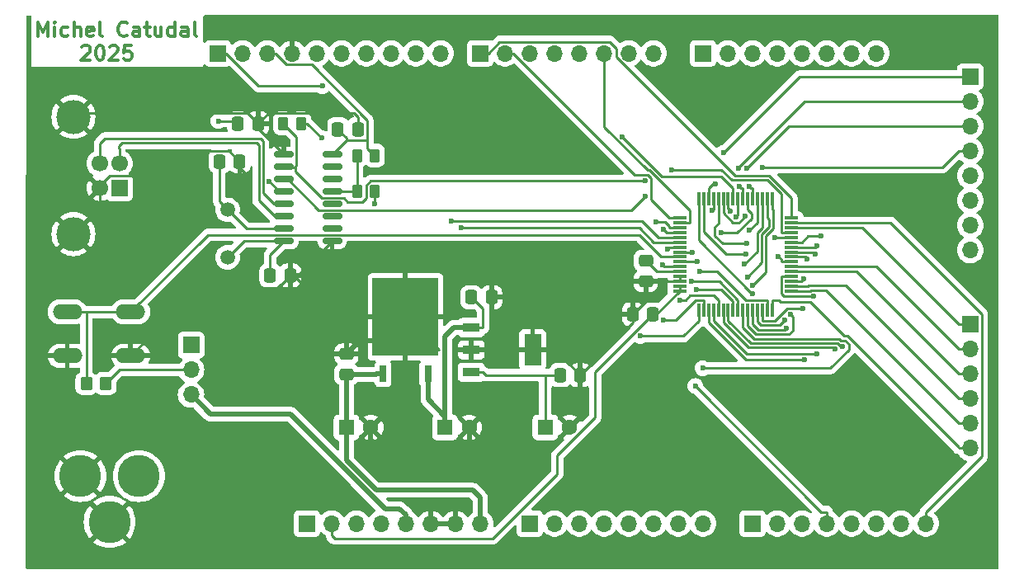
<source format=gbr>
%TF.GenerationSoftware,KiCad,Pcbnew,8.0.6*%
%TF.CreationDate,2025-01-18T20:27:35-05:00*%
%TF.ProjectId,RL78_G23_Arduino,524c3738-5f47-4323-935f-41726475696e,rev?*%
%TF.SameCoordinates,Original*%
%TF.FileFunction,Copper,L1,Top*%
%TF.FilePolarity,Positive*%
%FSLAX46Y46*%
G04 Gerber Fmt 4.6, Leading zero omitted, Abs format (unit mm)*
G04 Created by KiCad (PCBNEW 8.0.6) date 2025-01-18 20:27:35*
%MOMM*%
%LPD*%
G01*
G04 APERTURE LIST*
G04 Aperture macros list*
%AMRoundRect*
0 Rectangle with rounded corners*
0 $1 Rounding radius*
0 $2 $3 $4 $5 $6 $7 $8 $9 X,Y pos of 4 corners*
0 Add a 4 corners polygon primitive as box body*
4,1,4,$2,$3,$4,$5,$6,$7,$8,$9,$2,$3,0*
0 Add four circle primitives for the rounded corners*
1,1,$1+$1,$2,$3*
1,1,$1+$1,$4,$5*
1,1,$1+$1,$6,$7*
1,1,$1+$1,$8,$9*
0 Add four rect primitives between the rounded corners*
20,1,$1+$1,$2,$3,$4,$5,0*
20,1,$1+$1,$4,$5,$6,$7,0*
20,1,$1+$1,$6,$7,$8,$9,0*
20,1,$1+$1,$8,$9,$2,$3,0*%
G04 Aperture macros list end*
%ADD10C,0.300000*%
%TA.AperFunction,NonConductor*%
%ADD11C,0.300000*%
%TD*%
%TA.AperFunction,ComponentPad*%
%ADD12R,1.700000X1.700000*%
%TD*%
%TA.AperFunction,ComponentPad*%
%ADD13O,1.700000X1.700000*%
%TD*%
%TA.AperFunction,SMDPad,CuDef*%
%ADD14RoundRect,0.250000X-0.262500X-0.450000X0.262500X-0.450000X0.262500X0.450000X-0.262500X0.450000X0*%
%TD*%
%TA.AperFunction,SMDPad,CuDef*%
%ADD15RoundRect,0.250000X-0.337500X-0.475000X0.337500X-0.475000X0.337500X0.475000X-0.337500X0.475000X0*%
%TD*%
%TA.AperFunction,ComponentPad*%
%ADD16R,1.600000X1.600000*%
%TD*%
%TA.AperFunction,ComponentPad*%
%ADD17C,1.600000*%
%TD*%
%TA.AperFunction,SMDPad,CuDef*%
%ADD18R,0.711200X1.701800*%
%TD*%
%TA.AperFunction,SMDPad,CuDef*%
%ADD19R,6.756400X8.001000*%
%TD*%
%TA.AperFunction,SMDPad,CuDef*%
%ADD20RoundRect,0.250000X-0.475000X0.337500X-0.475000X-0.337500X0.475000X-0.337500X0.475000X0.337500X0*%
%TD*%
%TA.AperFunction,ComponentPad*%
%ADD21O,3.048000X1.524000*%
%TD*%
%TA.AperFunction,ComponentPad*%
%ADD22C,1.500000*%
%TD*%
%TA.AperFunction,SMDPad,CuDef*%
%ADD23RoundRect,0.250000X-0.350000X-0.450000X0.350000X-0.450000X0.350000X0.450000X-0.350000X0.450000X0*%
%TD*%
%TA.AperFunction,ComponentPad*%
%ADD24C,4.318000*%
%TD*%
%TA.AperFunction,ComponentPad*%
%ADD25C,1.700000*%
%TD*%
%TA.AperFunction,ComponentPad*%
%ADD26C,3.500000*%
%TD*%
%TA.AperFunction,SMDPad,CuDef*%
%ADD27RoundRect,0.250000X0.262500X0.450000X-0.262500X0.450000X-0.262500X-0.450000X0.262500X-0.450000X0*%
%TD*%
%TA.AperFunction,SMDPad,CuDef*%
%ADD28R,1.475000X0.300000*%
%TD*%
%TA.AperFunction,SMDPad,CuDef*%
%ADD29R,0.300000X1.475000*%
%TD*%
%TA.AperFunction,SMDPad,CuDef*%
%ADD30RoundRect,0.250000X0.337500X0.475000X-0.337500X0.475000X-0.337500X-0.475000X0.337500X-0.475000X0*%
%TD*%
%TA.AperFunction,SMDPad,CuDef*%
%ADD31RoundRect,0.150000X-0.825000X-0.150000X0.825000X-0.150000X0.825000X0.150000X-0.825000X0.150000X0*%
%TD*%
%TA.AperFunction,SMDPad,CuDef*%
%ADD32RoundRect,0.250000X0.475000X-0.337500X0.475000X0.337500X-0.475000X0.337500X-0.475000X-0.337500X0*%
%TD*%
%TA.AperFunction,SMDPad,CuDef*%
%ADD33R,1.750000X0.950000*%
%TD*%
%TA.AperFunction,SMDPad,CuDef*%
%ADD34R,1.750000X3.200000*%
%TD*%
%TA.AperFunction,ViaPad*%
%ADD35C,0.600000*%
%TD*%
%TA.AperFunction,Conductor*%
%ADD36C,0.500000*%
%TD*%
%TA.AperFunction,Conductor*%
%ADD37C,0.250000*%
%TD*%
G04 APERTURE END LIST*
D10*
D11*
X51354510Y-27285912D02*
X51354510Y-25785912D01*
X51354510Y-25785912D02*
X51854510Y-26857341D01*
X51854510Y-26857341D02*
X52354510Y-25785912D01*
X52354510Y-25785912D02*
X52354510Y-27285912D01*
X53068796Y-27285912D02*
X53068796Y-26285912D01*
X53068796Y-25785912D02*
X52997368Y-25857341D01*
X52997368Y-25857341D02*
X53068796Y-25928769D01*
X53068796Y-25928769D02*
X53140225Y-25857341D01*
X53140225Y-25857341D02*
X53068796Y-25785912D01*
X53068796Y-25785912D02*
X53068796Y-25928769D01*
X54425940Y-27214484D02*
X54283082Y-27285912D01*
X54283082Y-27285912D02*
X53997368Y-27285912D01*
X53997368Y-27285912D02*
X53854511Y-27214484D01*
X53854511Y-27214484D02*
X53783082Y-27143055D01*
X53783082Y-27143055D02*
X53711654Y-27000198D01*
X53711654Y-27000198D02*
X53711654Y-26571626D01*
X53711654Y-26571626D02*
X53783082Y-26428769D01*
X53783082Y-26428769D02*
X53854511Y-26357341D01*
X53854511Y-26357341D02*
X53997368Y-26285912D01*
X53997368Y-26285912D02*
X54283082Y-26285912D01*
X54283082Y-26285912D02*
X54425940Y-26357341D01*
X55068796Y-27285912D02*
X55068796Y-25785912D01*
X55711654Y-27285912D02*
X55711654Y-26500198D01*
X55711654Y-26500198D02*
X55640225Y-26357341D01*
X55640225Y-26357341D02*
X55497368Y-26285912D01*
X55497368Y-26285912D02*
X55283082Y-26285912D01*
X55283082Y-26285912D02*
X55140225Y-26357341D01*
X55140225Y-26357341D02*
X55068796Y-26428769D01*
X56997368Y-27214484D02*
X56854511Y-27285912D01*
X56854511Y-27285912D02*
X56568797Y-27285912D01*
X56568797Y-27285912D02*
X56425939Y-27214484D01*
X56425939Y-27214484D02*
X56354511Y-27071626D01*
X56354511Y-27071626D02*
X56354511Y-26500198D01*
X56354511Y-26500198D02*
X56425939Y-26357341D01*
X56425939Y-26357341D02*
X56568797Y-26285912D01*
X56568797Y-26285912D02*
X56854511Y-26285912D01*
X56854511Y-26285912D02*
X56997368Y-26357341D01*
X56997368Y-26357341D02*
X57068797Y-26500198D01*
X57068797Y-26500198D02*
X57068797Y-26643055D01*
X57068797Y-26643055D02*
X56354511Y-26785912D01*
X57925939Y-27285912D02*
X57783082Y-27214484D01*
X57783082Y-27214484D02*
X57711653Y-27071626D01*
X57711653Y-27071626D02*
X57711653Y-25785912D01*
X60497367Y-27143055D02*
X60425939Y-27214484D01*
X60425939Y-27214484D02*
X60211653Y-27285912D01*
X60211653Y-27285912D02*
X60068796Y-27285912D01*
X60068796Y-27285912D02*
X59854510Y-27214484D01*
X59854510Y-27214484D02*
X59711653Y-27071626D01*
X59711653Y-27071626D02*
X59640224Y-26928769D01*
X59640224Y-26928769D02*
X59568796Y-26643055D01*
X59568796Y-26643055D02*
X59568796Y-26428769D01*
X59568796Y-26428769D02*
X59640224Y-26143055D01*
X59640224Y-26143055D02*
X59711653Y-26000198D01*
X59711653Y-26000198D02*
X59854510Y-25857341D01*
X59854510Y-25857341D02*
X60068796Y-25785912D01*
X60068796Y-25785912D02*
X60211653Y-25785912D01*
X60211653Y-25785912D02*
X60425939Y-25857341D01*
X60425939Y-25857341D02*
X60497367Y-25928769D01*
X61783082Y-27285912D02*
X61783082Y-26500198D01*
X61783082Y-26500198D02*
X61711653Y-26357341D01*
X61711653Y-26357341D02*
X61568796Y-26285912D01*
X61568796Y-26285912D02*
X61283082Y-26285912D01*
X61283082Y-26285912D02*
X61140224Y-26357341D01*
X61783082Y-27214484D02*
X61640224Y-27285912D01*
X61640224Y-27285912D02*
X61283082Y-27285912D01*
X61283082Y-27285912D02*
X61140224Y-27214484D01*
X61140224Y-27214484D02*
X61068796Y-27071626D01*
X61068796Y-27071626D02*
X61068796Y-26928769D01*
X61068796Y-26928769D02*
X61140224Y-26785912D01*
X61140224Y-26785912D02*
X61283082Y-26714484D01*
X61283082Y-26714484D02*
X61640224Y-26714484D01*
X61640224Y-26714484D02*
X61783082Y-26643055D01*
X62283082Y-26285912D02*
X62854510Y-26285912D01*
X62497367Y-25785912D02*
X62497367Y-27071626D01*
X62497367Y-27071626D02*
X62568796Y-27214484D01*
X62568796Y-27214484D02*
X62711653Y-27285912D01*
X62711653Y-27285912D02*
X62854510Y-27285912D01*
X63997368Y-26285912D02*
X63997368Y-27285912D01*
X63354510Y-26285912D02*
X63354510Y-27071626D01*
X63354510Y-27071626D02*
X63425939Y-27214484D01*
X63425939Y-27214484D02*
X63568796Y-27285912D01*
X63568796Y-27285912D02*
X63783082Y-27285912D01*
X63783082Y-27285912D02*
X63925939Y-27214484D01*
X63925939Y-27214484D02*
X63997368Y-27143055D01*
X65354511Y-27285912D02*
X65354511Y-25785912D01*
X65354511Y-27214484D02*
X65211653Y-27285912D01*
X65211653Y-27285912D02*
X64925939Y-27285912D01*
X64925939Y-27285912D02*
X64783082Y-27214484D01*
X64783082Y-27214484D02*
X64711653Y-27143055D01*
X64711653Y-27143055D02*
X64640225Y-27000198D01*
X64640225Y-27000198D02*
X64640225Y-26571626D01*
X64640225Y-26571626D02*
X64711653Y-26428769D01*
X64711653Y-26428769D02*
X64783082Y-26357341D01*
X64783082Y-26357341D02*
X64925939Y-26285912D01*
X64925939Y-26285912D02*
X65211653Y-26285912D01*
X65211653Y-26285912D02*
X65354511Y-26357341D01*
X66711654Y-27285912D02*
X66711654Y-26500198D01*
X66711654Y-26500198D02*
X66640225Y-26357341D01*
X66640225Y-26357341D02*
X66497368Y-26285912D01*
X66497368Y-26285912D02*
X66211654Y-26285912D01*
X66211654Y-26285912D02*
X66068796Y-26357341D01*
X66711654Y-27214484D02*
X66568796Y-27285912D01*
X66568796Y-27285912D02*
X66211654Y-27285912D01*
X66211654Y-27285912D02*
X66068796Y-27214484D01*
X66068796Y-27214484D02*
X65997368Y-27071626D01*
X65997368Y-27071626D02*
X65997368Y-26928769D01*
X65997368Y-26928769D02*
X66068796Y-26785912D01*
X66068796Y-26785912D02*
X66211654Y-26714484D01*
X66211654Y-26714484D02*
X66568796Y-26714484D01*
X66568796Y-26714484D02*
X66711654Y-26643055D01*
X67640225Y-27285912D02*
X67497368Y-27214484D01*
X67497368Y-27214484D02*
X67425939Y-27071626D01*
X67425939Y-27071626D02*
X67425939Y-25785912D01*
X55854510Y-28343685D02*
X55925938Y-28272257D01*
X55925938Y-28272257D02*
X56068796Y-28200828D01*
X56068796Y-28200828D02*
X56425938Y-28200828D01*
X56425938Y-28200828D02*
X56568796Y-28272257D01*
X56568796Y-28272257D02*
X56640224Y-28343685D01*
X56640224Y-28343685D02*
X56711653Y-28486542D01*
X56711653Y-28486542D02*
X56711653Y-28629400D01*
X56711653Y-28629400D02*
X56640224Y-28843685D01*
X56640224Y-28843685D02*
X55783081Y-29700828D01*
X55783081Y-29700828D02*
X56711653Y-29700828D01*
X57640224Y-28200828D02*
X57783081Y-28200828D01*
X57783081Y-28200828D02*
X57925938Y-28272257D01*
X57925938Y-28272257D02*
X57997367Y-28343685D01*
X57997367Y-28343685D02*
X58068795Y-28486542D01*
X58068795Y-28486542D02*
X58140224Y-28772257D01*
X58140224Y-28772257D02*
X58140224Y-29129400D01*
X58140224Y-29129400D02*
X58068795Y-29415114D01*
X58068795Y-29415114D02*
X57997367Y-29557971D01*
X57997367Y-29557971D02*
X57925938Y-29629400D01*
X57925938Y-29629400D02*
X57783081Y-29700828D01*
X57783081Y-29700828D02*
X57640224Y-29700828D01*
X57640224Y-29700828D02*
X57497367Y-29629400D01*
X57497367Y-29629400D02*
X57425938Y-29557971D01*
X57425938Y-29557971D02*
X57354509Y-29415114D01*
X57354509Y-29415114D02*
X57283081Y-29129400D01*
X57283081Y-29129400D02*
X57283081Y-28772257D01*
X57283081Y-28772257D02*
X57354509Y-28486542D01*
X57354509Y-28486542D02*
X57425938Y-28343685D01*
X57425938Y-28343685D02*
X57497367Y-28272257D01*
X57497367Y-28272257D02*
X57640224Y-28200828D01*
X58711652Y-28343685D02*
X58783080Y-28272257D01*
X58783080Y-28272257D02*
X58925938Y-28200828D01*
X58925938Y-28200828D02*
X59283080Y-28200828D01*
X59283080Y-28200828D02*
X59425938Y-28272257D01*
X59425938Y-28272257D02*
X59497366Y-28343685D01*
X59497366Y-28343685D02*
X59568795Y-28486542D01*
X59568795Y-28486542D02*
X59568795Y-28629400D01*
X59568795Y-28629400D02*
X59497366Y-28843685D01*
X59497366Y-28843685D02*
X58640223Y-29700828D01*
X58640223Y-29700828D02*
X59568795Y-29700828D01*
X60925937Y-28200828D02*
X60211651Y-28200828D01*
X60211651Y-28200828D02*
X60140223Y-28915114D01*
X60140223Y-28915114D02*
X60211651Y-28843685D01*
X60211651Y-28843685D02*
X60354509Y-28772257D01*
X60354509Y-28772257D02*
X60711651Y-28772257D01*
X60711651Y-28772257D02*
X60854509Y-28843685D01*
X60854509Y-28843685D02*
X60925937Y-28915114D01*
X60925937Y-28915114D02*
X60997366Y-29057971D01*
X60997366Y-29057971D02*
X60997366Y-29415114D01*
X60997366Y-29415114D02*
X60925937Y-29557971D01*
X60925937Y-29557971D02*
X60854509Y-29629400D01*
X60854509Y-29629400D02*
X60711651Y-29700828D01*
X60711651Y-29700828D02*
X60354509Y-29700828D01*
X60354509Y-29700828D02*
X60211651Y-29629400D01*
X60211651Y-29629400D02*
X60140223Y-29557971D01*
D12*
%TO.P,J3,1,Pin_1*%
%TO.N,Net-(J3-Pin_1)*%
X101802000Y-77260000D03*
D13*
%TO.P,J3,2,Pin_2*%
%TO.N,Net-(J3-Pin_2)*%
X104342000Y-77260000D03*
%TO.P,J3,3,Pin_3*%
%TO.N,Net-(J3-Pin_3)*%
X106882000Y-77260000D03*
%TO.P,J3,4,Pin_4*%
%TO.N,Net-(J3-Pin_4)*%
X109422000Y-77260000D03*
%TO.P,J3,5,Pin_5*%
%TO.N,Net-(J3-Pin_5)*%
X111962000Y-77260000D03*
%TO.P,J3,6,Pin_6*%
%TO.N,Net-(J3-Pin_6)*%
X114502000Y-77260000D03*
%TO.P,J3,7,Pin_7*%
%TO.N,Net-(J3-Pin_7)*%
X117042000Y-77260000D03*
%TO.P,J3,8,Pin_8*%
%TO.N,Net-(J3-Pin_8)*%
X119582000Y-77260000D03*
%TD*%
D12*
%TO.P,J5,1,Pin_1*%
%TO.N,Net-(J5-Pin_1)*%
X124662000Y-77260000D03*
D13*
%TO.P,J5,2,Pin_2*%
%TO.N,Net-(J5-Pin_2)*%
X127202000Y-77260000D03*
%TO.P,J5,3,Pin_3*%
%TO.N,Net-(J5-Pin_3)*%
X129742000Y-77260000D03*
%TO.P,J5,4,Pin_4*%
%TO.N,Net-(J5-Pin_4)*%
X132282000Y-77260000D03*
%TO.P,J5,5,Pin_5*%
%TO.N,/MOSI_10*%
X134822000Y-77260000D03*
%TO.P,J5,6,Pin_6*%
%TO.N,/MISO_10*%
X137362000Y-77260000D03*
%TO.P,J5,7,Pin_7*%
%TO.N,/SCK_10*%
X139902000Y-77260000D03*
%TO.P,J5,8,Pin_8*%
%TO.N,/CS_10*%
X142442000Y-77260000D03*
%TD*%
D12*
%TO.P,J2,1,Pin_1*%
%TO.N,/SCL*%
X69798000Y-29000000D03*
D13*
%TO.P,J2,2,Pin_2*%
%TO.N,/SDA*%
X72338000Y-29000000D03*
%TO.P,J2,3,Pin_3*%
%TO.N,VCC*%
X74878000Y-29000000D03*
%TO.P,J2,4,Pin_4*%
%TO.N,GND*%
X77418000Y-29000000D03*
%TO.P,J2,5,Pin_5*%
%TO.N,/SCK_01*%
X79958000Y-29000000D03*
%TO.P,J2,6,Pin_6*%
%TO.N,/MISO_01*%
X82498000Y-29000000D03*
%TO.P,J2,7,Pin_7*%
%TO.N,/MOSI_01*%
X85038000Y-29000000D03*
%TO.P,J2,8,Pin_8*%
%TO.N,/CS_01*%
X87578000Y-29000000D03*
%TO.P,J2,9,Pin_9*%
%TO.N,Net-(J2-Pin_9)*%
X90118000Y-29000000D03*
%TO.P,J2,10,Pin_10*%
%TO.N,Net-(J2-Pin_10)*%
X92658000Y-29000000D03*
%TD*%
D12*
%TO.P,J4,1,Pin_1*%
%TO.N,Net-(J4-Pin_1)*%
X96722000Y-29000000D03*
D13*
%TO.P,J4,2,Pin_2*%
%TO.N,Net-(J4-Pin_2)*%
X99262000Y-29000000D03*
%TO.P,J4,3,Pin_3*%
%TO.N,/P06*%
X101802000Y-29000000D03*
%TO.P,J4,4,Pin_4*%
%TO.N,/P16*%
X104342000Y-29000000D03*
%TO.P,J4,5,Pin_5*%
%TO.N,/P17*%
X106882000Y-29000000D03*
%TO.P,J4,6,Pin_6*%
%TO.N,Net-(J4-Pin_6)*%
X109422000Y-29000000D03*
%TO.P,J4,7,Pin_7*%
%TO.N,Net-(J4-Pin_7)*%
X111962000Y-29000000D03*
%TO.P,J4,8,Pin_8*%
%TO.N,Net-(J4-Pin_8)*%
X114502000Y-29000000D03*
%TD*%
D12*
%TO.P,J6,1,Pin_1*%
%TO.N,/SCK_21*%
X119582000Y-29000000D03*
D13*
%TO.P,J6,2,Pin_2*%
%TO.N,/MISO_21*%
X122122000Y-29000000D03*
%TO.P,J6,3,Pin_3*%
%TO.N,/MOSI_21*%
X124662000Y-29000000D03*
%TO.P,J6,4,Pin_4*%
%TO.N,/CS_21*%
X127202000Y-29000000D03*
%TO.P,J6,5,Pin_5*%
%TO.N,/SCK_20*%
X129742000Y-29000000D03*
%TO.P,J6,6,Pin_6*%
%TO.N,/MISO_20*%
X132282000Y-29000000D03*
%TO.P,J6,7,Pin_7*%
%TO.N,/MOSI_20*%
X134822000Y-29000000D03*
%TO.P,J6,8,Pin_8*%
%TO.N,/CS_20*%
X137362000Y-29000000D03*
%TD*%
D14*
%TO.P,R3,1*%
%TO.N,Net-(U2-~{DTR})*%
X84089500Y-39500000D03*
%TO.P,R3,2*%
%TO.N,VCC*%
X85914500Y-39500000D03*
%TD*%
D15*
%TO.P,C12,1*%
%TO.N,Net-(U2-XI)*%
X69964500Y-40100000D03*
%TO.P,C12,2*%
%TO.N,GND*%
X72039500Y-40100000D03*
%TD*%
D16*
%TO.P,C4,1*%
%TO.N,+5V*%
X93102000Y-67400000D03*
D17*
%TO.P,C4,2*%
%TO.N,GND*%
X95602000Y-67400000D03*
%TD*%
D18*
%TO.P,U3,1,VCC*%
%TO.N,/Vin*%
X86751999Y-61917400D03*
D19*
%TO.P,U3,2,GND*%
%TO.N,GND*%
X89052000Y-56050000D03*
D18*
%TO.P,U3,3,OUT*%
%TO.N,+5V*%
X91352001Y-61917400D03*
%TD*%
D20*
%TO.P,C8,1*%
%TO.N,Net-(U1-REGC)*%
X113714000Y-50312500D03*
%TO.P,C8,2*%
%TO.N,GND*%
X113714000Y-52387500D03*
%TD*%
D21*
%TO.P,S1,1,S*%
%TO.N,Net-(S1-S)*%
X54350800Y-55539400D03*
%TO.P,S1,2,S1*%
X60853200Y-55539400D03*
%TO.P,S1,3,P*%
%TO.N,GND*%
X54350800Y-60060600D03*
%TO.P,S1,4,P1*%
X60853200Y-60060600D03*
%TD*%
D16*
%TO.P,C2,1*%
%TO.N,/Vin*%
X83002000Y-67400000D03*
D17*
%TO.P,C2,2*%
%TO.N,GND*%
X85502000Y-67400000D03*
%TD*%
D12*
%TO.P,J1,1,Pin_1*%
%TO.N,unconnected-(J1-Pin_1-Pad1)*%
X78942000Y-77260000D03*
D13*
%TO.P,J1,2,Pin_2*%
%TO.N,VCC*%
X81482000Y-77260000D03*
%TO.P,J1,3,Pin_3*%
%TO.N,/~{RESET}*%
X84022000Y-77260000D03*
%TO.P,J1,4,Pin_4*%
%TO.N,+3.3V*%
X86562000Y-77260000D03*
%TO.P,J1,5,Pin_5*%
%TO.N,+5V*%
X89102000Y-77260000D03*
%TO.P,J1,6,Pin_6*%
%TO.N,GND*%
X91642000Y-77260000D03*
%TO.P,J1,7,Pin_7*%
X94182000Y-77260000D03*
%TO.P,J1,8,Pin_8*%
%TO.N,/Vin*%
X96722000Y-77260000D03*
%TD*%
D22*
%TO.P,Y1,1,1*%
%TO.N,Net-(U2-XO)*%
X70802000Y-49950000D03*
%TO.P,Y1,2,2*%
%TO.N,Net-(U2-XI)*%
X70802000Y-45070000D03*
%TD*%
D12*
%TO.P,J8,1,Pin_1*%
%TO.N,Net-(J8-Pin_1)*%
X147002000Y-31400000D03*
D13*
%TO.P,J8,2,Pin_2*%
%TO.N,Net-(J8-Pin_2)*%
X147002000Y-33940000D03*
%TO.P,J8,3,Pin_3*%
%TO.N,Net-(J8-Pin_3)*%
X147002000Y-36480000D03*
%TO.P,J8,4,Pin_4*%
%TO.N,Net-(J8-Pin_4)*%
X147002000Y-39020000D03*
%TO.P,J8,5,Pin_5*%
%TO.N,Net-(J8-Pin_5)*%
X147002000Y-41560000D03*
%TO.P,J8,6,Pin_6*%
%TO.N,Net-(J8-Pin_6)*%
X147002000Y-44100000D03*
%TO.P,J8,7,Pin_7*%
%TO.N,Net-(J8-Pin_7)*%
X147002000Y-46640000D03*
%TO.P,J8,8,Pin_8*%
%TO.N,Net-(J8-Pin_8)*%
X147002000Y-49180000D03*
%TD*%
D12*
%TO.P,J7,1,Pin_1*%
%TO.N,Net-(J7-Pin_1)*%
X147002000Y-56800000D03*
D13*
%TO.P,J7,2,Pin_2*%
%TO.N,Net-(J7-Pin_2)*%
X147002000Y-59340000D03*
%TO.P,J7,3,Pin_3*%
%TO.N,Net-(J7-Pin_3)*%
X147002000Y-61880000D03*
%TO.P,J7,4,Pin_4*%
%TO.N,Net-(J7-Pin_4)*%
X147002000Y-64420000D03*
%TO.P,J7,5,Pin_5*%
%TO.N,Net-(J7-Pin_5)*%
X147002000Y-66960000D03*
%TO.P,J7,6,Pin_6*%
%TO.N,Net-(J7-Pin_6)*%
X147002000Y-69500000D03*
%TD*%
D23*
%TO.P,R1,1*%
%TO.N,Net-(S1-S)*%
X56302000Y-62900000D03*
%TO.P,R1,2*%
%TO.N,VCC*%
X58302000Y-62900000D03*
%TD*%
D24*
%TO.P,P2,GND,GND*%
%TO.N,GND*%
X55700000Y-72400000D03*
%TO.P,P2,GNDBREAK,GNDBREAK*%
X58700000Y-77100000D03*
%TO.P,P2,PWR,PWR*%
%TO.N,/Vin*%
X61700000Y-72400000D03*
%TD*%
D15*
%TO.P,C9,1*%
%TO.N,VCC*%
X82114500Y-36800000D03*
%TO.P,C9,2*%
%TO.N,GND*%
X84189500Y-36800000D03*
%TD*%
D12*
%TO.P,P1,1,VBUS*%
%TO.N,VCC*%
X59700000Y-42800000D03*
D25*
%TO.P,P1,2,D-*%
%TO.N,Net-(P1-D-)*%
X59700000Y-40300000D03*
%TO.P,P1,3,D+*%
%TO.N,Net-(P1-D+)*%
X57700000Y-40300000D03*
%TO.P,P1,4,GND*%
%TO.N,GND*%
X57700000Y-42800000D03*
D26*
%TO.P,P1,5,Shield*%
X54990000Y-47570000D03*
X54990000Y-35530000D03*
%TD*%
D15*
%TO.P,C11,1*%
%TO.N,Net-(U2-XO)*%
X75164500Y-51800000D03*
%TO.P,C11,2*%
%TO.N,GND*%
X77239500Y-51800000D03*
%TD*%
D16*
%TO.P,C6,1*%
%TO.N,+3.3V*%
X103402000Y-67400000D03*
D17*
%TO.P,C6,2*%
%TO.N,GND*%
X105902000Y-67400000D03*
%TD*%
D27*
%TO.P,R2,1*%
%TO.N,/~{RESET}*%
X85914500Y-43200000D03*
%TO.P,R2,2*%
%TO.N,Net-(U2-~{DTR})*%
X84089500Y-43200000D03*
%TD*%
D28*
%TO.P,U1,1,P120/ANI19/IVCMP1/EI120*%
%TO.N,Net-(J4-Pin_2)*%
X117176000Y-45900000D03*
%TO.P,U1,2,P43/CLKA1*%
%TO.N,Net-(J4-Pin_6)*%
X117176000Y-46400000D03*
%TO.P,U1,3,P42/TXDA1/TI04/TO04*%
%TO.N,Net-(J4-Pin_7)*%
X117176000Y-46900000D03*
%TO.P,U1,4,P41/RXDA1/TI07/TO07*%
%TO.N,Net-(J4-Pin_8)*%
X117176000Y-47400000D03*
%TO.P,U1,5,P40/TOOL0*%
%TO.N,/TOOL0*%
X117176000Y-47900000D03*
%TO.P,U1,6,~{RESET}*%
%TO.N,/~{RESET}*%
X117176000Y-48400000D03*
%TO.P,U1,7,P124/XT2/EXCLKS*%
%TO.N,Net-(J8-Pin_1)*%
X117176000Y-48900000D03*
%TO.P,U1,8,P123/XT1*%
%TO.N,Net-(J8-Pin_2)*%
X117176000Y-49400000D03*
%TO.P,U1,9,P137/EI137/INTP0*%
%TO.N,Net-(S1-S)*%
X117176000Y-49900000D03*
%TO.P,U1,10,P122/X2/EXCLK/EI122*%
%TO.N,Net-(J8-Pin_3)*%
X117176000Y-50400000D03*
%TO.P,U1,11,P121/X1/VBAT/EI121*%
%TO.N,Net-(J8-Pin_4)*%
X117176000Y-50900000D03*
%TO.P,U1,12,REGC*%
%TO.N,Net-(U1-REGC)*%
X117176000Y-51400000D03*
%TO.P,U1,13,VSS*%
%TO.N,GND*%
X117176000Y-51900000D03*
%TO.P,U1,14,EVSS0*%
X117176000Y-52400000D03*
%TO.P,U1,15,VDD*%
%TO.N,VCC*%
X117176000Y-52900000D03*
%TO.P,U1,16,EVDD0*%
X117176000Y-53400000D03*
D29*
%TO.P,U1,17,P60/EO60/CCD04/SCLA0*%
%TO.N,/SCL*%
X119164000Y-55388000D03*
%TO.P,U1,18,P61/EO61/CCD05/SDAA0*%
%TO.N,/SDA*%
X119664000Y-55388000D03*
%TO.P,U1,19,P62/CCD06/SCLA1*%
%TO.N,Net-(J8-Pin_5)*%
X120164000Y-55388000D03*
%TO.P,U1,20,P63/CCD07/SDAA1*%
%TO.N,Net-(J8-Pin_6)*%
X120664000Y-55388000D03*
%TO.P,U1,21,P31/TS01/EI31/TI03/TO03/INTP4*%
%TO.N,Net-(J2-Pin_9)*%
X121164000Y-55388000D03*
%TO.P,U1,22,P77/TS09/KR7/INTP11*%
%TO.N,Net-(J8-Pin_7)*%
X121664000Y-55388000D03*
%TO.P,U1,23,P76/TS08/KR6/INTP10*%
%TO.N,Net-(J8-Pin_8)*%
X122164000Y-55388000D03*
%TO.P,U1,24,P75/TS07/KR5/INTP9/SCK01/SCL01*%
%TO.N,/SCK_01*%
X122664000Y-55388000D03*
%TO.P,U1,25,P74/TS06/KR4/INTP8/SI01/SDA01*%
%TO.N,/MISO_01*%
X123164000Y-55388000D03*
%TO.P,U1,26,P73/TS05/KR3/SO01*%
%TO.N,/MOSI_01*%
X123664000Y-55388000D03*
%TO.P,U1,27,P72/TS04/KR2/SO21/TXDA0*%
%TO.N,/MOSI_21*%
X124164000Y-55388000D03*
%TO.P,U1,28,P71/TS03/KR1/SI21/SDA21/RXDA0*%
%TO.N,/MISO_21*%
X124664000Y-55388000D03*
%TO.P,U1,29,P70/TS02/RIN0/KR0/SCK21/SCL21*%
%TO.N,/SCK_21*%
X125164000Y-55388000D03*
%TO.P,U1,30,P06/TS11/TI06/TO06/CLKA0*%
%TO.N,/P06*%
X125664000Y-55388000D03*
%TO.P,U1,31,P05/TS10/TI05/TO05*%
%TO.N,Net-(J2-Pin_10)*%
X126164000Y-55388000D03*
%TO.P,U1,32,P30/VCOUT0/TSCAP/EI30/INTP3/RTC1HZ/SCK11/SCL11*%
%TO.N,Net-(J7-Pin_6)*%
X126664000Y-55388000D03*
D28*
%TO.P,U1,33,P50/TS00/EI50/EO50/CCD03/INTP1/SI11/SDA11*%
%TO.N,Net-(J7-Pin_5)*%
X128652000Y-53400000D03*
%TO.P,U1,34,P51/EI51/EO51/CCD02/INTP2/SO11*%
%TO.N,Net-(J7-Pin_4)*%
X128652000Y-52900000D03*
%TO.P,U1,35,P52*%
%TO.N,/CS_21*%
X128652000Y-52400000D03*
%TO.P,U1,36,P53*%
%TO.N,/CS_20*%
X128652000Y-51900000D03*
%TO.P,U1,37,P54*%
%TO.N,Net-(J7-Pin_3)*%
X128652000Y-51400000D03*
%TO.P,U1,38,P55*%
%TO.N,Net-(J7-Pin_2)*%
X128652000Y-50900000D03*
%TO.P,U1,39,P17/EO17/CCD01/TI02/TO02*%
%TO.N,/P17*%
X128652000Y-50400000D03*
%TO.P,U1,40,P16/EO16/CCD00/TI01/TO01/INTP5*%
%TO.N,/P16*%
X128652000Y-49900000D03*
%TO.P,U1,41,P15/EO15/SCK20/SCL20*%
%TO.N,/SCK_20*%
X128652000Y-49400000D03*
%TO.P,U1,42,P14/VCOUT1/EO14/RXD2/SI20/SDA20*%
%TO.N,/MISO_20*%
X128652000Y-48900000D03*
%TO.P,U1,43,P13/IVREF1/EO13/TXD2/SO20*%
%TO.N,/MOSI_20*%
X128652000Y-48400000D03*
%TO.P,U1,44,P12/EI12/EO12/SO00/TXD0/TOOLTXD*%
%TO.N,Net-(U1-P12{slash}EI12{slash}EO12{slash}SO00{slash}TXD0{slash}TOOLTXD)*%
X128652000Y-47900000D03*
%TO.P,U1,45,P11/EI11/EO11/SI00/RXD0/TOOLRXD/SDA00*%
%TO.N,Net-(U1-P11{slash}EI11{slash}EO11{slash}SI00{slash}RXD0{slash}TOOLRXD{slash}SDA00)*%
X128652000Y-47400000D03*
%TO.P,U1,46,P10/EI10/EO10/SCK00/SCL00*%
%TO.N,Net-(J7-Pin_1)*%
X128652000Y-46900000D03*
%TO.P,U1,47,P146*%
%TO.N,/CS_10*%
X128652000Y-46400000D03*
%TO.P,U1,48,P147/ANI18/IVCMP0/EI147*%
%TO.N,Net-(J4-Pin_1)*%
X128652000Y-45900000D03*
D29*
%TO.P,U1,49,P27/ANI7/TS25*%
%TO.N,Net-(J3-Pin_8)*%
X126664000Y-43912000D03*
%TO.P,U1,50,P26/ANI6/TS24*%
%TO.N,Net-(J3-Pin_7)*%
X126164000Y-43912000D03*
%TO.P,U1,51,P25/ANI5/TS23*%
%TO.N,Net-(J3-Pin_6)*%
X125664000Y-43912000D03*
%TO.P,U1,52,P24/ANI4/TS22*%
%TO.N,Net-(J3-Pin_5)*%
X125164000Y-43912000D03*
%TO.P,U1,53,P23/ANI3/ANO1/IVREF0/TS21/EI23*%
%TO.N,Net-(J3-Pin_4)*%
X124664000Y-43912000D03*
%TO.P,U1,54,P22/ANI2/ANO0/TS20/EI22*%
%TO.N,Net-(J3-Pin_3)*%
X124164000Y-43912000D03*
%TO.P,U1,55,P21/ANI1/AVREFM/EI21*%
%TO.N,Net-(J3-Pin_2)*%
X123664000Y-43912000D03*
%TO.P,U1,56,P20/ANI0/AVREFP/EI20*%
%TO.N,Net-(J3-Pin_1)*%
X123164000Y-43912000D03*
%TO.P,U1,57,P130*%
%TO.N,/CS_01*%
X122664000Y-43912000D03*
%TO.P,U1,58,P04/SCK10/SCL10*%
%TO.N,/SCK_10*%
X122164000Y-43912000D03*
%TO.P,U1,59,P03/ANI16/TS29/SI10/RXD1/SDA10*%
%TO.N,/MISO_10*%
X121664000Y-43912000D03*
%TO.P,U1,60,P02/ANI17/TS28/SO10/TXD1*%
%TO.N,/MOSI_10*%
X121164000Y-43912000D03*
%TO.P,U1,61,P01/TS27/EI01/EO01/TO00*%
%TO.N,Net-(J5-Pin_4)*%
X120664000Y-43912000D03*
%TO.P,U1,62,P00/TS26/EI00/TI00*%
%TO.N,Net-(J5-Pin_3)*%
X120164000Y-43912000D03*
%TO.P,U1,63,P141/PCLBUZ1/INTP7*%
%TO.N,Net-(J5-Pin_2)*%
X119664000Y-43912000D03*
%TO.P,U1,64,P140/PCLBUZ0/INTP6*%
%TO.N,Net-(J5-Pin_1)*%
X119164000Y-43912000D03*
%TD*%
D15*
%TO.P,C3,1*%
%TO.N,+5V*%
X95814500Y-54050000D03*
%TO.P,C3,2*%
%TO.N,GND*%
X97889500Y-54050000D03*
%TD*%
D30*
%TO.P,C7,1*%
%TO.N,VCC*%
X114451500Y-55800000D03*
%TO.P,C7,2*%
%TO.N,GND*%
X112376500Y-55800000D03*
%TD*%
D12*
%TO.P,JP1,1,A*%
%TO.N,+3.3V*%
X67052000Y-58960000D03*
D13*
%TO.P,JP1,2,C*%
%TO.N,VCC*%
X67052000Y-61500000D03*
%TO.P,JP1,3,B*%
%TO.N,+5V*%
X67052000Y-64040000D03*
%TD*%
D31*
%TO.P,U2,1,GND*%
%TO.N,GND*%
X76577000Y-39390000D03*
%TO.P,U2,2,TXD*%
%TO.N,Net-(U1-P12{slash}EI12{slash}EO12{slash}SO00{slash}TXD0{slash}TOOLTXD)*%
X76577000Y-40660000D03*
%TO.P,U2,3,RXD*%
%TO.N,Net-(U1-P11{slash}EI11{slash}EO11{slash}SI00{slash}RXD0{slash}TOOLRXD{slash}SDA00)*%
X76577000Y-41930000D03*
%TO.P,U2,4,V3*%
%TO.N,Net-(U2-V3)*%
X76577000Y-43200000D03*
%TO.P,U2,5,UD+*%
%TO.N,Net-(P1-D+)*%
X76577000Y-44470000D03*
%TO.P,U2,6,UD-*%
%TO.N,Net-(P1-D-)*%
X76577000Y-45740000D03*
%TO.P,U2,7,XI*%
%TO.N,Net-(U2-XI)*%
X76577000Y-47010000D03*
%TO.P,U2,8,XO*%
%TO.N,Net-(U2-XO)*%
X76577000Y-48280000D03*
%TO.P,U2,9,~{CTS}*%
%TO.N,GND*%
X81527000Y-48280000D03*
%TO.P,U2,10,~{DSR}*%
%TO.N,unconnected-(U2-~{DSR}-Pad10)*%
X81527000Y-47010000D03*
%TO.P,U2,11,~{RI}*%
%TO.N,unconnected-(U2-~{RI}-Pad11)*%
X81527000Y-45740000D03*
%TO.P,U2,12,~{DCD}*%
%TO.N,unconnected-(U2-~{DCD}-Pad12)*%
X81527000Y-44470000D03*
%TO.P,U2,13,~{DTR}*%
%TO.N,Net-(U2-~{DTR})*%
X81527000Y-43200000D03*
%TO.P,U2,14,~{RTS}*%
%TO.N,unconnected-(U2-~{RTS}-Pad14)*%
X81527000Y-41930000D03*
%TO.P,U2,15,R232*%
%TO.N,unconnected-(U2-R232-Pad15)*%
X81527000Y-40660000D03*
%TO.P,U2,16,VCC*%
%TO.N,VCC*%
X81527000Y-39390000D03*
%TD*%
D32*
%TO.P,C1,1*%
%TO.N,/Vin*%
X83002000Y-61950000D03*
%TO.P,C1,2*%
%TO.N,GND*%
X83002000Y-59875000D03*
%TD*%
D15*
%TO.P,C5,1*%
%TO.N,+3.3V*%
X104914500Y-62050000D03*
%TO.P,C5,2*%
%TO.N,GND*%
X106989500Y-62050000D03*
%TD*%
D33*
%TO.P,U4,1,IN*%
%TO.N,+5V*%
X95802000Y-57150000D03*
%TO.P,U4,2,GND_1*%
%TO.N,GND*%
X95802000Y-59450000D03*
%TO.P,U4,3,OUT*%
%TO.N,+3.3V*%
X95802000Y-61750000D03*
D34*
%TO.P,U4,4,GND_2*%
%TO.N,GND*%
X102102000Y-59450000D03*
%TD*%
D15*
%TO.P,C10,1*%
%TO.N,Net-(U2-V3)*%
X71864500Y-36200000D03*
%TO.P,C10,2*%
%TO.N,GND*%
X73939500Y-36200000D03*
%TD*%
D27*
%TO.P,R4,1*%
%TO.N,/TOOL0*%
X78314500Y-36200000D03*
%TO.P,R4,2*%
%TO.N,Net-(U1-P12{slash}EI12{slash}EO12{slash}SO00{slash}TXD0{slash}TOOLTXD)*%
X76489500Y-36200000D03*
%TD*%
D35*
%TO.N,GND*%
X72800200Y-41501800D03*
%TO.N,Net-(U2-V3)*%
X69843700Y-35940600D03*
X75089200Y-42169900D03*
%TO.N,/SCK_01*%
X118869700Y-53241200D03*
%TO.N,/MISO_01*%
X118416300Y-52425500D03*
%TO.N,Net-(J2-Pin_10)*%
X119210000Y-51347000D03*
%TO.N,/CS_01*%
X111324400Y-37571400D03*
%TO.N,Net-(J2-Pin_9)*%
X117171600Y-54320600D03*
%TO.N,/MOSI_01*%
X119543900Y-61314600D03*
%TO.N,/MOSI_20*%
X131713900Y-47774600D03*
%TO.N,/MISO_21*%
X128118500Y-57213400D03*
%TO.N,/SCK_21*%
X127937600Y-56401600D03*
%TO.N,/CS_21*%
X129901600Y-52159900D03*
%TO.N,/CS_20*%
X130931700Y-53969300D03*
%TO.N,/MOSI_21*%
X128551900Y-55814300D03*
%TO.N,/SCK_20*%
X131100700Y-49582100D03*
%TO.N,/MISO_20*%
X131262200Y-48780300D03*
%TO.N,Net-(J4-Pin_8)*%
X115484600Y-47030800D03*
%TO.N,/P17*%
X127290800Y-49845300D03*
%TO.N,/P06*%
X129819700Y-55187600D03*
%TO.N,/P16*%
X130270100Y-50082500D03*
%TO.N,Net-(J4-Pin_7)*%
X114779300Y-46323300D03*
%TO.N,Net-(J5-Pin_3)*%
X120882600Y-42416700D03*
%TO.N,Net-(J5-Pin_2)*%
X123991500Y-49591300D03*
%TO.N,Net-(J5-Pin_4)*%
X118790400Y-63151300D03*
X120514600Y-45157700D03*
%TO.N,Net-(J3-Pin_3)*%
X121430800Y-47441100D03*
%TO.N,Net-(J3-Pin_2)*%
X123310700Y-42671800D03*
%TO.N,Net-(J3-Pin_4)*%
X124338700Y-42663200D03*
%TO.N,Net-(J5-Pin_1)*%
X124699200Y-53646200D03*
%TO.N,Net-(J3-Pin_6)*%
X123847300Y-50627700D03*
%TO.N,/MISO_10*%
X123871600Y-45739200D03*
%TO.N,/SCK_10*%
X122412400Y-45209600D03*
%TO.N,Net-(J3-Pin_7)*%
X124137900Y-51947800D03*
%TO.N,/MOSI_10*%
X124071900Y-48548900D03*
%TO.N,Net-(J3-Pin_5)*%
X124341800Y-47187000D03*
%TO.N,Net-(J3-Pin_1)*%
X122983400Y-45772600D03*
%TO.N,Net-(J3-Pin_8)*%
X124699000Y-52802900D03*
%TO.N,Net-(J8-Pin_5)*%
X129958300Y-60486500D03*
%TO.N,Net-(J8-Pin_4)*%
X115439500Y-50693800D03*
X125672800Y-40691300D03*
%TO.N,Net-(J8-Pin_1)*%
X115929400Y-49137500D03*
X121676400Y-39203900D03*
%TO.N,Net-(J8-Pin_7)*%
X133115700Y-59376100D03*
%TO.N,Net-(J8-Pin_8)*%
X133928500Y-59089600D03*
%TO.N,Net-(J8-Pin_2)*%
X118451900Y-49400000D03*
X123260900Y-40778800D03*
%TO.N,Net-(J8-Pin_3)*%
X118982000Y-50400000D03*
X124062600Y-40800900D03*
%TO.N,Net-(J8-Pin_6)*%
X131267200Y-59834800D03*
%TO.N,/TOOL0*%
X93734900Y-46190300D03*
X80448500Y-37714700D03*
%TO.N,Net-(U1-P12{slash}EI12{slash}EO12{slash}SO00{slash}TXD0{slash}TOOLTXD)*%
X113644000Y-42087200D03*
X126969700Y-47900000D03*
%TO.N,Net-(U1-P11{slash}EI11{slash}EO11{slash}SI00{slash}RXD0{slash}TOOLRXD{slash}SDA00)*%
X116334300Y-40953100D03*
X113644000Y-43654100D03*
%TO.N,/SDA*%
X115542400Y-56368900D03*
%TO.N,/SCL*%
X113139200Y-58026200D03*
X80520100Y-32374500D03*
%TO.N,/~{RESET}*%
X85846600Y-44410500D03*
X94756200Y-46918500D03*
%TD*%
D36*
%TO.N,+5V*%
X67052000Y-64040000D02*
X69062000Y-66050000D01*
X84030025Y-72819975D02*
X86960051Y-75750000D01*
X69062000Y-66050000D02*
X77260051Y-66050000D01*
X89102000Y-76402000D02*
X89102000Y-77260000D01*
X77260051Y-66050000D02*
X82712051Y-71502000D01*
X88450000Y-75750000D02*
X89102000Y-76402000D01*
X82712051Y-71502000D02*
X84030025Y-72819975D01*
X86960051Y-75750000D02*
X88450000Y-75750000D01*
D37*
%TO.N,VCC*%
X114451500Y-55800000D02*
X108494700Y-61756800D01*
X104600000Y-72200000D02*
X98000000Y-78800000D01*
X108494700Y-61756800D02*
X108494700Y-66410600D01*
X108494700Y-66410600D02*
X104600000Y-70305300D01*
X98000000Y-78800000D02*
X81800000Y-78800000D01*
X104600000Y-70305300D02*
X104600000Y-72200000D01*
X81800000Y-78800000D02*
X81500000Y-78500000D01*
X81500000Y-78500000D02*
X81500000Y-77278000D01*
X81500000Y-77278000D02*
X81482000Y-77260000D01*
D36*
%TO.N,+5V*%
X94025000Y-57150000D02*
X93102000Y-58073000D01*
X93102000Y-58073000D02*
X93102000Y-67400000D01*
%TO.N,/Vin*%
X83002000Y-67400000D02*
X83002000Y-70802000D01*
X86050000Y-73850000D02*
X95950000Y-73850000D01*
X83002000Y-70802000D02*
X86050000Y-73850000D01*
X96722000Y-74622000D02*
X96722000Y-77260000D01*
X95950000Y-73850000D02*
X96722000Y-74622000D01*
D37*
%TO.N,GND*%
X102102000Y-59450000D02*
X104390000Y-59450000D01*
D36*
X95602000Y-67400000D02*
X95602000Y-68998000D01*
D37*
X113714000Y-54462500D02*
X112376000Y-55800000D01*
X97889500Y-55237500D02*
X99552100Y-56900100D01*
X113714000Y-52387500D02*
X113714000Y-54462500D01*
X73939500Y-36200000D02*
X72889500Y-35150000D01*
X72039500Y-40741100D02*
X72800200Y-41501800D01*
D36*
X99552100Y-59402100D02*
X99600000Y-59450000D01*
D37*
X99552100Y-59448500D02*
X99552100Y-56900100D01*
X112376000Y-56663000D02*
X106990000Y-62050000D01*
X104390000Y-59450000D02*
X106989500Y-62049500D01*
X106989500Y-62049500D02*
X106990000Y-62050000D01*
X84189500Y-35591100D02*
X84189500Y-36800000D01*
X64287200Y-56626600D02*
X60853200Y-60060600D01*
D36*
X95225000Y-69375000D02*
X86175000Y-69375000D01*
D37*
X68312800Y-39030400D02*
X70969900Y-39030400D01*
X106990000Y-66312500D02*
X105902000Y-67400000D01*
D36*
X86175000Y-69375000D02*
X85502000Y-68702000D01*
X84402000Y-58475000D02*
X86627000Y-58475000D01*
D37*
X77239500Y-51800000D02*
X77623300Y-51800000D01*
D36*
X99600000Y-59450000D02*
X102102000Y-59450000D01*
X95802000Y-59450000D02*
X97003700Y-59450000D01*
D37*
X97889500Y-54050000D02*
X97889500Y-55237500D01*
X77239500Y-51800000D02*
X72412900Y-56626600D01*
X55370000Y-35150000D02*
X54990000Y-35530000D01*
X58729700Y-41550000D02*
X65793200Y-41550000D01*
X112376500Y-55800000D02*
X112376000Y-55800000D01*
X89052000Y-56050000D02*
X92452000Y-59450000D01*
X113714000Y-52387500D02*
X117164000Y-52387500D01*
D36*
X83002000Y-59875000D02*
X84402000Y-58475000D01*
D37*
X73939500Y-36752500D02*
X76577000Y-39390000D01*
X72039500Y-40100000D02*
X72039500Y-40741100D01*
X86627000Y-58475000D02*
X89052000Y-56050000D01*
X54990000Y-47570000D02*
X57700000Y-44860000D01*
X65793200Y-41550000D02*
X68312800Y-39030400D01*
X57700000Y-42800000D02*
X57700000Y-42579700D01*
X117176000Y-52400000D02*
X117176000Y-51900000D01*
X57700000Y-42579700D02*
X58729700Y-41550000D01*
D36*
X95602000Y-68998000D02*
X95225000Y-69375000D01*
D37*
X70969900Y-39030400D02*
X72039500Y-40100000D01*
D36*
X97003700Y-59448500D02*
X99552100Y-59448500D01*
D37*
X112376000Y-55800000D02*
X112376000Y-56663000D01*
X78007000Y-51800000D02*
X81527000Y-48280000D01*
D36*
X85502000Y-68702000D02*
X85502000Y-67400000D01*
D37*
X97003700Y-59450000D02*
X97003700Y-59448500D01*
X77623300Y-51800000D02*
X83002000Y-57178700D01*
X73939500Y-36200000D02*
X73939500Y-36752500D01*
X74964500Y-35175000D02*
X83773400Y-35175000D01*
X106989500Y-62049500D02*
X106989500Y-62050000D01*
X72800200Y-41501800D02*
X72825200Y-41526800D01*
X73939500Y-36200000D02*
X74964500Y-35175000D01*
X83773400Y-35175000D02*
X84189500Y-35591100D01*
X72889500Y-35150000D02*
X55370000Y-35150000D01*
X83002000Y-57178700D02*
X83002000Y-59875000D01*
X106990000Y-62050000D02*
X106990000Y-66312500D01*
X72412900Y-56626600D02*
X64287200Y-56626600D01*
X117164000Y-52387500D02*
X117176000Y-52400000D01*
X57700000Y-44860000D02*
X57700000Y-42800000D01*
X77623300Y-51800000D02*
X78007000Y-51800000D01*
%TO.N,Net-(U1-REGC)*%
X113714000Y-50312500D02*
X114802000Y-51400000D01*
X114802000Y-51400000D02*
X117176000Y-51400000D01*
%TO.N,Net-(U2-XO)*%
X72472000Y-48280000D02*
X76577000Y-48280000D01*
X70802000Y-49950000D02*
X72472000Y-48280000D01*
X75164500Y-49692500D02*
X76577000Y-48280000D01*
X75164500Y-51800000D02*
X75164500Y-49692500D01*
%TO.N,Net-(U2-V3)*%
X76577000Y-43200000D02*
X76119300Y-43200000D01*
X71605100Y-35940600D02*
X71864500Y-36200000D01*
X69843700Y-35940600D02*
X71605100Y-35940600D01*
X76119300Y-43200000D02*
X75089200Y-42169900D01*
%TO.N,Net-(U2-XI)*%
X69964500Y-44232500D02*
X70802000Y-45070000D01*
X72742000Y-47010000D02*
X76577000Y-47010000D01*
X70802000Y-45070000D02*
X72742000Y-47010000D01*
X69964500Y-40100000D02*
X69964500Y-44232500D01*
%TO.N,+3.3V*%
X104914500Y-62050000D02*
X103402000Y-62050000D01*
X97303700Y-62050000D02*
X97003700Y-61750000D01*
X95802000Y-61750000D02*
X97003700Y-61750000D01*
X103402000Y-62050000D02*
X103402000Y-67400000D01*
X103402000Y-62050000D02*
X97303700Y-62050000D01*
%TO.N,/SCK_01*%
X122664000Y-54471200D02*
X121434000Y-53241200D01*
X121434000Y-53241200D02*
X118869700Y-53241200D01*
X122664000Y-55388000D02*
X122664000Y-54471200D01*
%TO.N,/MISO_01*%
X123164000Y-55388000D02*
X123164000Y-54323800D01*
X123164000Y-54323800D02*
X121265700Y-52425500D01*
X121265700Y-52425500D02*
X118416300Y-52425500D01*
%TO.N,Net-(J2-Pin_10)*%
X121008600Y-51347000D02*
X119210000Y-51347000D01*
X126164000Y-55388000D02*
X126164000Y-54323800D01*
X123985400Y-54323800D02*
X121008600Y-51347000D01*
X126164000Y-54323800D02*
X123985400Y-54323800D01*
%TO.N,/CS_01*%
X121432200Y-41616000D02*
X115369000Y-41616000D01*
X115369000Y-41616000D02*
X111324400Y-37571400D01*
X122664000Y-43912000D02*
X122664000Y-42847800D01*
X122664000Y-42847800D02*
X121432200Y-41616000D01*
%TO.N,Net-(J2-Pin_9)*%
X121164000Y-55388000D02*
X121164000Y-54323800D01*
X121164000Y-54323800D02*
X120712300Y-53872100D01*
X120712300Y-53872100D02*
X118251100Y-53872100D01*
X118251100Y-53872100D02*
X117802600Y-54320600D01*
X117802600Y-54320600D02*
X117171600Y-54320600D01*
%TO.N,/MOSI_01*%
X119543900Y-61314600D02*
X132643900Y-61314600D01*
X133761900Y-58462900D02*
X133590900Y-58291900D01*
X134555200Y-58830000D02*
X134188100Y-58462900D01*
X132643900Y-61314600D02*
X134555200Y-59403300D01*
X124809500Y-58291900D02*
X123664000Y-57146400D01*
X134188100Y-58462900D02*
X133761900Y-58462900D01*
X123664000Y-55388000D02*
X123664000Y-56452200D01*
X123664000Y-57146400D02*
X123664000Y-56452200D01*
X133590900Y-58291900D02*
X124809500Y-58291900D01*
X134555200Y-59403300D02*
X134555200Y-58830000D01*
%TO.N,/MOSI_20*%
X129716200Y-48400000D02*
X130341600Y-47774600D01*
X128652000Y-48400000D02*
X129716200Y-48400000D01*
X130341600Y-47774600D02*
X131713900Y-47774600D01*
%TO.N,/MISO_21*%
X124664000Y-55388000D02*
X124664000Y-56793100D01*
X125239000Y-57368100D02*
X127963800Y-57368100D01*
X124664000Y-56793100D02*
X125239000Y-57368100D01*
X127963800Y-57368100D02*
X128118500Y-57213400D01*
%TO.N,/SCK_21*%
X125164000Y-56592100D02*
X125475800Y-56903900D01*
X125164000Y-55388000D02*
X125164000Y-56592100D01*
X125475800Y-56903900D02*
X127435300Y-56903900D01*
X127435300Y-56903900D02*
X127937600Y-56401600D01*
%TO.N,/CS_21*%
X129716200Y-52400000D02*
X129716200Y-52345300D01*
X128652000Y-52400000D02*
X129716200Y-52400000D01*
X129716200Y-52345300D02*
X129901600Y-52159900D01*
%TO.N,/CS_20*%
X127587800Y-51900000D02*
X127587800Y-53702000D01*
X127587800Y-53702000D02*
X127855100Y-53969300D01*
X127855100Y-53969300D02*
X130931700Y-53969300D01*
X128652000Y-51900000D02*
X127587800Y-51900000D01*
%TO.N,/MOSI_21*%
X128417900Y-57840200D02*
X125041900Y-57840200D01*
X128551900Y-55814300D02*
X128772700Y-56035100D01*
X128772700Y-57485400D02*
X128417900Y-57840200D01*
X124164000Y-56962300D02*
X124164000Y-55388000D01*
X128772700Y-56035100D02*
X128772700Y-57485400D01*
X125041900Y-57840200D02*
X124164000Y-56962300D01*
%TO.N,/SCK_20*%
X128652000Y-49400000D02*
X130918600Y-49400000D01*
X130918600Y-49400000D02*
X131100700Y-49582100D01*
%TO.N,/MISO_20*%
X131142500Y-48900000D02*
X131262200Y-48780300D01*
X128652000Y-48900000D02*
X131142500Y-48900000D01*
%TO.N,Net-(J4-Pin_2)*%
X112531400Y-41460500D02*
X100070900Y-29000000D01*
X100070900Y-29000000D02*
X99262000Y-29000000D01*
X114270700Y-44058900D02*
X114270700Y-41827600D01*
X116111800Y-45900000D02*
X114270700Y-44058900D01*
X117176000Y-45900000D02*
X116111800Y-45900000D01*
X113903600Y-41460500D02*
X112531400Y-41460500D01*
X114270700Y-41827600D02*
X113903600Y-41460500D01*
%TO.N,Net-(J4-Pin_6)*%
X113875200Y-41008800D02*
X109422000Y-36555600D01*
X109422000Y-29000000D02*
X109422000Y-30176700D01*
X118240200Y-45158300D02*
X114090700Y-41008800D01*
X114090700Y-41008800D02*
X113875200Y-41008800D01*
X109422000Y-36555600D02*
X109422000Y-30176700D01*
X118240200Y-46400000D02*
X118240200Y-45158300D01*
X117176000Y-46400000D02*
X118240200Y-46400000D01*
%TO.N,Net-(J4-Pin_8)*%
X115853800Y-47400000D02*
X115484600Y-47030800D01*
X117176000Y-47400000D02*
X115853800Y-47400000D01*
%TO.N,/P17*%
X127587800Y-50142300D02*
X127290800Y-49845300D01*
X128652000Y-50400000D02*
X127587800Y-50400000D01*
X127587800Y-50400000D02*
X127587800Y-50142300D01*
%TO.N,/P06*%
X125664000Y-56452200D02*
X126953100Y-56452200D01*
X125664000Y-55388000D02*
X125664000Y-56452200D01*
X128217700Y-55187600D02*
X129819700Y-55187600D01*
X126953100Y-56452200D02*
X128217700Y-55187600D01*
%TO.N,/P16*%
X128652000Y-49900000D02*
X130087600Y-49900000D01*
X130087600Y-49900000D02*
X130270100Y-50082500D01*
%TO.N,Net-(J4-Pin_1)*%
X110692000Y-28514400D02*
X110692000Y-29401000D01*
X122847400Y-41556400D02*
X126380700Y-41556400D01*
X96722000Y-29000000D02*
X97530900Y-29000000D01*
X110000900Y-27823300D02*
X110692000Y-28514400D01*
X126380700Y-41556400D02*
X128652000Y-43827700D01*
X110692000Y-29401000D02*
X122847400Y-41556400D01*
X128652000Y-43827700D02*
X128652000Y-45900000D01*
X97530900Y-29000000D02*
X98707600Y-27823300D01*
X98707600Y-27823300D02*
X110000900Y-27823300D01*
%TO.N,Net-(J4-Pin_7)*%
X115677200Y-46323300D02*
X114779300Y-46323300D01*
X117176000Y-46900000D02*
X116111800Y-46900000D01*
X116111800Y-46900000D02*
X116111800Y-46757900D01*
X116111800Y-46757900D02*
X115677200Y-46323300D01*
%TO.N,Net-(J5-Pin_3)*%
X120164000Y-43912000D02*
X120164000Y-42847800D01*
X120882600Y-42416700D02*
X120595100Y-42416700D01*
X120595100Y-42416700D02*
X120164000Y-42847800D01*
%TO.N,Net-(J5-Pin_2)*%
X119664000Y-47326000D02*
X121929300Y-49591300D01*
X121929300Y-49591300D02*
X123991500Y-49591300D01*
X119664000Y-43912000D02*
X119664000Y-47326000D01*
%TO.N,Net-(J5-Pin_4)*%
X131722400Y-76083300D02*
X118790400Y-63151300D01*
X132282000Y-77260000D02*
X132282000Y-76083300D01*
X120664000Y-45008300D02*
X120514600Y-45157700D01*
X132282000Y-76083300D02*
X131722400Y-76083300D01*
X120664000Y-43912000D02*
X120664000Y-45008300D01*
%TO.N,+5V*%
X95802000Y-57150000D02*
X97003700Y-57150000D01*
D36*
X91352000Y-64523300D02*
X91352000Y-61917400D01*
D37*
X97003700Y-55239200D02*
X97003700Y-57150000D01*
X95814500Y-54050000D02*
X97003700Y-55239200D01*
D36*
X94025000Y-57150000D02*
X95802000Y-57150000D01*
X93102000Y-66273300D02*
X91352000Y-64523300D01*
X93102000Y-67400000D02*
X93102000Y-66273300D01*
D37*
%TO.N,Net-(J3-Pin_3)*%
X124549500Y-45975000D02*
X123083400Y-47441100D01*
X124164000Y-43912000D02*
X124164000Y-45065900D01*
X124549500Y-45451400D02*
X124549500Y-45975000D01*
X123083400Y-47441100D02*
X121430800Y-47441100D01*
X124164000Y-45065900D02*
X124549500Y-45451400D01*
%TO.N,Net-(J3-Pin_2)*%
X123664000Y-43912000D02*
X123664000Y-42847800D01*
X123664000Y-42847800D02*
X123486700Y-42847800D01*
X123486700Y-42847800D02*
X123310700Y-42671800D01*
%TO.N,Net-(J3-Pin_4)*%
X124664000Y-43912000D02*
X124664000Y-42847800D01*
X124523300Y-42847800D02*
X124338700Y-42663200D01*
X124664000Y-42847800D02*
X124523300Y-42847800D01*
%TO.N,Net-(J5-Pin_1)*%
X124619800Y-53646200D02*
X124699200Y-53646200D01*
X119164000Y-43912000D02*
X119164000Y-48190400D01*
X119164000Y-48190400D02*
X124619800Y-53646200D01*
%TO.N,Net-(J3-Pin_6)*%
X125150600Y-49324400D02*
X123847300Y-50627700D01*
X125150600Y-47391500D02*
X125150600Y-49324400D01*
X125664000Y-46878100D02*
X125150600Y-47391500D01*
X125664000Y-43912000D02*
X125664000Y-46878100D01*
%TO.N,/MISO_10*%
X121664000Y-43912000D02*
X121664000Y-45405500D01*
X121664000Y-45405500D02*
X122664400Y-46405900D01*
X123871600Y-45773600D02*
X123871600Y-45739200D01*
X122664400Y-46405900D02*
X123239300Y-46405900D01*
X123239300Y-46405900D02*
X123871600Y-45773600D01*
%TO.N,/SCK_10*%
X122164000Y-44976200D02*
X122179000Y-44976200D01*
X122164000Y-43912000D02*
X122164000Y-44976200D01*
X122179000Y-44976200D02*
X122412400Y-45209600D01*
%TO.N,Net-(J3-Pin_7)*%
X125602300Y-50483400D02*
X124137900Y-51947800D01*
X126164000Y-43912000D02*
X126164000Y-45886800D01*
X125602300Y-47578700D02*
X125602300Y-50483400D01*
X126354900Y-46826100D02*
X125602300Y-47578700D01*
X126354900Y-46077700D02*
X126354900Y-46826100D01*
X126164000Y-45886800D02*
X126354900Y-46077700D01*
%TO.N,/MOSI_10*%
X121624600Y-48548900D02*
X124071900Y-48548900D01*
X121164000Y-43912000D02*
X121164000Y-46458400D01*
X120804100Y-47728400D02*
X121624600Y-48548900D01*
X120804100Y-46818300D02*
X120804100Y-47728400D01*
X121164000Y-46458400D02*
X120804100Y-46818300D01*
%TO.N,/CS_10*%
X138796000Y-46400000D02*
X148179000Y-55783000D01*
X142442000Y-77260000D02*
X142442000Y-76083300D01*
X128652000Y-46400000D02*
X138796000Y-46400000D01*
X148179000Y-70346300D02*
X142442000Y-76083300D01*
X148179000Y-55783000D02*
X148179000Y-70346300D01*
%TO.N,Net-(J3-Pin_5)*%
X125164000Y-46364800D02*
X124341800Y-47187000D01*
X125164000Y-43912000D02*
X125164000Y-46364800D01*
%TO.N,Net-(J3-Pin_1)*%
X123164000Y-45592000D02*
X122983400Y-45772600D01*
X123164000Y-44976200D02*
X123164000Y-45592000D01*
X123164000Y-43912000D02*
X123164000Y-44976200D01*
%TO.N,Net-(J3-Pin_8)*%
X126806600Y-45118800D02*
X126664000Y-44976200D01*
X126054000Y-51447900D02*
X126054000Y-47765800D01*
X126054000Y-47765800D02*
X126806600Y-47013200D01*
X126806600Y-47013200D02*
X126806600Y-45118800D01*
X124699000Y-52802900D02*
X126054000Y-51447900D01*
X126664000Y-43912000D02*
X126664000Y-44976200D01*
%TO.N,Net-(J7-Pin_2)*%
X145825300Y-59340000D02*
X137385300Y-50900000D01*
X147002000Y-59340000D02*
X145825300Y-59340000D01*
X137385300Y-50900000D02*
X128652000Y-50900000D01*
%TO.N,Net-(J7-Pin_6)*%
X145825300Y-69461300D02*
X134375200Y-58011200D01*
X127331400Y-54323800D02*
X126664000Y-54323800D01*
X134087400Y-58011200D02*
X130586500Y-54510300D01*
X126664000Y-55388000D02*
X126664000Y-54323800D01*
X130586500Y-54510300D02*
X127517900Y-54510300D01*
X127517900Y-54510300D02*
X127331400Y-54323800D01*
X147002000Y-69500000D02*
X145825300Y-69500000D01*
X134375200Y-58011200D02*
X134087400Y-58011200D01*
X145825300Y-69500000D02*
X145825300Y-69461300D01*
%TO.N,Net-(J7-Pin_1)*%
X128652000Y-46900000D02*
X129716200Y-46900000D01*
X135925300Y-46900000D02*
X145825300Y-56800000D01*
X147002000Y-56800000D02*
X145825300Y-56800000D01*
X129716200Y-46900000D02*
X135925300Y-46900000D01*
%TO.N,Net-(J7-Pin_4)*%
X147002000Y-64420000D02*
X145825300Y-64420000D01*
X130363300Y-52900000D02*
X129716200Y-52900000D01*
X145825300Y-64420000D02*
X134237800Y-52832500D01*
X130430800Y-52832500D02*
X130363300Y-52900000D01*
X128652000Y-52900000D02*
X129716200Y-52900000D01*
X134237800Y-52832500D02*
X130430800Y-52832500D01*
D36*
%TO.N,/Vin*%
X86752000Y-61917400D02*
X86069700Y-61917400D01*
X83002000Y-61950000D02*
X86037100Y-61950000D01*
X83002000Y-61950000D02*
X83002000Y-66273300D01*
X83002000Y-67400000D02*
X83002000Y-66273300D01*
D37*
X86037100Y-61950000D02*
X86069700Y-61917400D01*
%TO.N,Net-(J7-Pin_5)*%
X130688300Y-53326500D02*
X130614800Y-53400000D01*
X147002000Y-66960000D02*
X145825300Y-66960000D01*
X130614800Y-53400000D02*
X129716200Y-53400000D01*
X145825300Y-66960000D02*
X132191800Y-53326500D01*
X132191800Y-53326500D02*
X130688300Y-53326500D01*
X128652000Y-53400000D02*
X129716200Y-53400000D01*
%TO.N,Net-(J7-Pin_3)*%
X128652000Y-51400000D02*
X135345300Y-51400000D01*
X135345300Y-51400000D02*
X145825300Y-61880000D01*
X147002000Y-61880000D02*
X145825300Y-61880000D01*
%TO.N,Net-(J8-Pin_5)*%
X120164000Y-55388000D02*
X120164000Y-56637000D01*
X124013500Y-60486500D02*
X129958300Y-60486500D01*
X120164000Y-56637000D02*
X124013500Y-60486500D01*
%TO.N,Net-(J8-Pin_4)*%
X117176000Y-50900000D02*
X115645700Y-50900000D01*
X145825300Y-39020000D02*
X144154000Y-40691300D01*
X115645700Y-50900000D02*
X115439500Y-50693800D01*
X144154000Y-40691300D02*
X125672800Y-40691300D01*
X147002000Y-39020000D02*
X145825300Y-39020000D01*
%TO.N,Net-(J8-Pin_1)*%
X129480300Y-31400000D02*
X121676400Y-39203900D01*
X147002000Y-31400000D02*
X129480300Y-31400000D01*
X115929400Y-49137500D02*
X116111800Y-48955100D01*
X116111800Y-48955100D02*
X116111800Y-48900000D01*
X117176000Y-48900000D02*
X116111800Y-48900000D01*
%TO.N,Net-(J8-Pin_7)*%
X121664000Y-56634000D02*
X124226800Y-59196800D01*
X121664000Y-55388000D02*
X121664000Y-56634000D01*
X132936400Y-59196800D02*
X133115700Y-59376100D01*
X124226800Y-59196800D02*
X132936400Y-59196800D01*
%TO.N,Net-(J8-Pin_8)*%
X124456100Y-58744300D02*
X133370500Y-58744300D01*
X133715800Y-59089600D02*
X133928500Y-59089600D01*
X133370500Y-58744300D02*
X133715800Y-59089600D01*
X122164000Y-55388000D02*
X122164000Y-56452200D01*
X122164000Y-56452200D02*
X124456100Y-58744300D01*
%TO.N,Net-(J8-Pin_2)*%
X130026500Y-33940000D02*
X123260900Y-40705600D01*
X147002000Y-33940000D02*
X145825300Y-33940000D01*
X145825300Y-33940000D02*
X130026500Y-33940000D01*
X117176000Y-49400000D02*
X118451900Y-49400000D01*
X123260900Y-40705600D02*
X123260900Y-40778800D01*
%TO.N,Net-(J8-Pin_3)*%
X147002000Y-36480000D02*
X145825300Y-36480000D01*
X117176000Y-50400000D02*
X118982000Y-50400000D01*
X145825300Y-36480000D02*
X128383500Y-36480000D01*
X128383500Y-36480000D02*
X124062600Y-40800900D01*
%TO.N,Net-(J8-Pin_6)*%
X120664000Y-56452200D02*
X124046600Y-59834800D01*
X124046600Y-59834800D02*
X131267200Y-59834800D01*
X120664000Y-55388000D02*
X120664000Y-56452200D01*
%TO.N,Net-(P1-D+)*%
X57725200Y-38226800D02*
X57725200Y-38426800D01*
X57700000Y-38452000D02*
X57700000Y-40300000D01*
X74452000Y-43350000D02*
X74452000Y-38000000D01*
X76577000Y-44470000D02*
X75572000Y-44470000D01*
X74202000Y-37750000D02*
X58202000Y-37750000D01*
X58202000Y-37750000D02*
X57725200Y-38226800D01*
X75572000Y-44470000D02*
X74452000Y-43350000D01*
X74452000Y-38000000D02*
X74202000Y-37750000D01*
X57725200Y-38426800D02*
X57700000Y-38452000D01*
%TO.N,Net-(P1-D-)*%
X73752000Y-38200000D02*
X60002000Y-38200000D01*
X74002000Y-38450000D02*
X73752000Y-38200000D01*
X76577000Y-45740000D02*
X75602000Y-45740000D01*
X60002000Y-38200000D02*
X59675200Y-38526800D01*
X59700000Y-38801600D02*
X59700000Y-40300000D01*
X75602000Y-45740000D02*
X74002000Y-44140000D01*
X59675200Y-38526800D02*
X59675200Y-38776800D01*
X74002000Y-44140000D02*
X74002000Y-38450000D01*
X59675200Y-38776800D02*
X59700000Y-38801600D01*
%TO.N,Net-(S1-S)*%
X115295100Y-49900000D02*
X113040200Y-47645100D01*
X56302000Y-55539400D02*
X54350800Y-55539400D01*
X117176000Y-49900000D02*
X115295100Y-49900000D01*
X60853200Y-55539400D02*
X56302000Y-55539400D01*
X56302000Y-62900000D02*
X56302000Y-55539400D01*
X113040200Y-47645100D02*
X68747500Y-47645100D01*
X68747500Y-47645100D02*
X60853200Y-55539400D01*
%TO.N,Net-(U2-~{DTR})*%
X84089500Y-43200000D02*
X84089500Y-39500000D01*
X81527000Y-43200000D02*
X84089500Y-43200000D01*
%TO.N,/TOOL0*%
X78933800Y-36200000D02*
X80448500Y-37714700D01*
X117176000Y-47900000D02*
X115008300Y-47900000D01*
X78314500Y-36200000D02*
X78933800Y-36200000D01*
X115008300Y-47900000D02*
X113298600Y-46190300D01*
X113298600Y-46190300D02*
X93734900Y-46190300D01*
%TO.N,Net-(U1-P12{slash}EI12{slash}EO12{slash}SO00{slash}TXD0{slash}TOOLTXD)*%
X77776100Y-41152500D02*
X80458600Y-43835000D01*
X77776100Y-40625900D02*
X77675200Y-40726800D01*
X76489500Y-36200000D02*
X77877000Y-37587500D01*
X84585100Y-44241800D02*
X85002000Y-43824900D01*
X83130900Y-44241800D02*
X84585100Y-44241800D01*
X77877000Y-40525000D02*
X77776100Y-40625900D01*
X82724100Y-43835000D02*
X83130900Y-44241800D01*
X76643800Y-40726800D02*
X76577000Y-40660000D01*
X77877000Y-37587500D02*
X77877000Y-40525000D01*
X85002000Y-43824900D02*
X85002000Y-42573100D01*
X80458600Y-43835000D02*
X82724100Y-43835000D01*
X85002000Y-42573100D02*
X85487900Y-42087200D01*
X77776100Y-40625900D02*
X77776100Y-41152500D01*
X128652000Y-47900000D02*
X126969700Y-47900000D01*
X85487900Y-42087200D02*
X113644000Y-42087200D01*
X77675200Y-40726800D02*
X76643800Y-40726800D01*
%TO.N,Net-(U1-P11{slash}EI11{slash}EO11{slash}SI00{slash}RXD0{slash}TOOLRXD{slash}SDA00)*%
X121456500Y-40953100D02*
X116334300Y-40953100D01*
X126185600Y-42018200D02*
X122521600Y-42018200D01*
X128652000Y-47400000D02*
X127587800Y-47400000D01*
X127587800Y-43420400D02*
X126185600Y-42018200D01*
X112193300Y-45104800D02*
X113644000Y-43654100D01*
X122521600Y-42018200D02*
X121456500Y-40953100D01*
X76577000Y-41930000D02*
X76957900Y-41930000D01*
X80132700Y-45104800D02*
X112193300Y-45104800D01*
X127587800Y-47400000D02*
X127587800Y-43420400D01*
X76957900Y-41930000D02*
X80132700Y-45104800D01*
%TO.N,/SDA*%
X118803100Y-54323800D02*
X116758000Y-56368900D01*
X116758000Y-56368900D02*
X115542400Y-56368900D01*
X119664000Y-54323800D02*
X118803100Y-54323800D01*
X119664000Y-55388000D02*
X119664000Y-54323800D01*
%TO.N,/SCL*%
X80520100Y-32374500D02*
X73981500Y-32374500D01*
X70607000Y-29000000D02*
X69798000Y-29000000D01*
X119164000Y-56452200D02*
X117590000Y-58026200D01*
X73981500Y-32374500D02*
X70607000Y-29000000D01*
X117590000Y-58026200D02*
X113139200Y-58026200D01*
X119164000Y-55388000D02*
X119164000Y-56452200D01*
%TO.N,VCC*%
X75686900Y-29000000D02*
X74878000Y-29000000D01*
X114776000Y-55800000D02*
X117176000Y-53400000D01*
X81527000Y-39390000D02*
X83010000Y-37907000D01*
X83010000Y-37907000D02*
X83010000Y-37695500D01*
X83010000Y-37695500D02*
X82114500Y-36800000D01*
X114452000Y-55800000D02*
X114776000Y-55800000D01*
X117176000Y-53400000D02*
X117176000Y-52900000D01*
X85914500Y-39500000D02*
X85149500Y-38735000D01*
X59702000Y-61500000D02*
X58302000Y-62900000D01*
X85149500Y-38735000D02*
X85149500Y-37907000D01*
X85149500Y-35868100D02*
X79458100Y-30176700D01*
X114452000Y-55800000D02*
X114451500Y-55800000D01*
X85149500Y-37907000D02*
X85149500Y-35868100D01*
X76863600Y-30176700D02*
X75686900Y-29000000D01*
X67052000Y-61500000D02*
X59702000Y-61500000D01*
X83010000Y-37907000D02*
X85149500Y-37907000D01*
X79458100Y-30176700D02*
X76863600Y-30176700D01*
%TO.N,/~{RESET}*%
X113047800Y-46918500D02*
X114529300Y-48400000D01*
X85846600Y-44410500D02*
X85914500Y-44342600D01*
X94756200Y-46918500D02*
X113047800Y-46918500D01*
X85914500Y-44342600D02*
X85914500Y-43200000D01*
X114529300Y-48400000D02*
X117176000Y-48400000D01*
%TD*%
%TA.AperFunction,Conductor*%
%TO.N,GND*%
G36*
X149867539Y-25095185D02*
G01*
X149913294Y-25147989D01*
X149924500Y-25199500D01*
X149924500Y-81800500D01*
X149904815Y-81867539D01*
X149852011Y-81913294D01*
X149800500Y-81924500D01*
X50199500Y-81924500D01*
X50132461Y-81904815D01*
X50086706Y-81852011D01*
X50075500Y-81800500D01*
X50075500Y-77100000D01*
X56036140Y-77100000D01*
X56055562Y-77421087D01*
X56113549Y-77737511D01*
X56209241Y-78044599D01*
X56209245Y-78044610D01*
X56341267Y-78337952D01*
X56341268Y-78337954D01*
X56507685Y-78613243D01*
X56507690Y-78613251D01*
X56650681Y-78795764D01*
X57478342Y-77968102D01*
X57556932Y-78076272D01*
X57723728Y-78243068D01*
X57831895Y-78321656D01*
X57004234Y-79149317D01*
X57004234Y-79149318D01*
X57186748Y-79292309D01*
X57186756Y-79292314D01*
X57462045Y-79458731D01*
X57462047Y-79458732D01*
X57755389Y-79590754D01*
X57755400Y-79590758D01*
X58062488Y-79686450D01*
X58378912Y-79744437D01*
X58700000Y-79763859D01*
X59021087Y-79744437D01*
X59337511Y-79686450D01*
X59644599Y-79590758D01*
X59644610Y-79590754D01*
X59937952Y-79458732D01*
X59937954Y-79458731D01*
X60213243Y-79292314D01*
X60213251Y-79292308D01*
X60395764Y-79149318D01*
X60395764Y-79149317D01*
X59568104Y-78321657D01*
X59676272Y-78243068D01*
X59843068Y-78076272D01*
X59921657Y-77968104D01*
X60749317Y-78795764D01*
X60749318Y-78795764D01*
X60892308Y-78613251D01*
X60892314Y-78613243D01*
X61058731Y-78337954D01*
X61058732Y-78337952D01*
X61190754Y-78044610D01*
X61190758Y-78044599D01*
X61286450Y-77737511D01*
X61344437Y-77421087D01*
X61363859Y-77100000D01*
X61344437Y-76778912D01*
X61286450Y-76462488D01*
X61190758Y-76155400D01*
X61190754Y-76155389D01*
X61058732Y-75862047D01*
X61058731Y-75862045D01*
X60892314Y-75586756D01*
X60892309Y-75586748D01*
X60749317Y-75404234D01*
X59921656Y-76231895D01*
X59843068Y-76123728D01*
X59676272Y-75956932D01*
X59568103Y-75878342D01*
X60395764Y-75050681D01*
X60395764Y-75050680D01*
X60210296Y-74905375D01*
X60211088Y-74904363D01*
X60170469Y-74854245D01*
X60165180Y-74806318D01*
X60141267Y-74820598D01*
X60071435Y-74818300D01*
X60046115Y-74806653D01*
X59937954Y-74741268D01*
X59937952Y-74741267D01*
X59644610Y-74609245D01*
X59644599Y-74609241D01*
X59337511Y-74513549D01*
X59021087Y-74455562D01*
X58700000Y-74436140D01*
X58378912Y-74455562D01*
X58062488Y-74513549D01*
X57755400Y-74609241D01*
X57755389Y-74609245D01*
X57462047Y-74741267D01*
X57462045Y-74741268D01*
X57186756Y-74907685D01*
X57004234Y-75050681D01*
X57831895Y-75878342D01*
X57723728Y-75956932D01*
X57556932Y-76123728D01*
X57478342Y-76231895D01*
X56650681Y-75404234D01*
X56507685Y-75586756D01*
X56341268Y-75862045D01*
X56341267Y-75862047D01*
X56209245Y-76155389D01*
X56209241Y-76155400D01*
X56113549Y-76462488D01*
X56055562Y-76778912D01*
X56036140Y-77100000D01*
X50075500Y-77100000D01*
X50075500Y-72400000D01*
X53036140Y-72400000D01*
X53055562Y-72721087D01*
X53113549Y-73037511D01*
X53209241Y-73344599D01*
X53209245Y-73344610D01*
X53341267Y-73637952D01*
X53341268Y-73637954D01*
X53507685Y-73913243D01*
X53507690Y-73913251D01*
X53650681Y-74095764D01*
X54478342Y-73268103D01*
X54556932Y-73376272D01*
X54723728Y-73543068D01*
X54831895Y-73621656D01*
X54004234Y-74449317D01*
X54004234Y-74449318D01*
X54186748Y-74592309D01*
X54186756Y-74592314D01*
X54462045Y-74758731D01*
X54462047Y-74758732D01*
X54755389Y-74890754D01*
X54755400Y-74890758D01*
X55062488Y-74986450D01*
X55378912Y-75044437D01*
X55700000Y-75063859D01*
X56021087Y-75044437D01*
X56337511Y-74986450D01*
X56644599Y-74890758D01*
X56644610Y-74890754D01*
X56937952Y-74758732D01*
X56937954Y-74758731D01*
X57213243Y-74592314D01*
X57213251Y-74592308D01*
X57395764Y-74449318D01*
X57395764Y-74449317D01*
X56568104Y-73621657D01*
X56676272Y-73543068D01*
X56843068Y-73376272D01*
X56921657Y-73268104D01*
X57749317Y-74095764D01*
X57749318Y-74095764D01*
X57892308Y-73913251D01*
X57892314Y-73913243D01*
X58058731Y-73637954D01*
X58058732Y-73637952D01*
X58190754Y-73344610D01*
X58190758Y-73344599D01*
X58286450Y-73037511D01*
X58344437Y-72721087D01*
X58363859Y-72400000D01*
X59027624Y-72400000D01*
X59047108Y-72722114D01*
X59105277Y-73039540D01*
X59201278Y-73347620D01*
X59201284Y-73347635D01*
X59333726Y-73641910D01*
X59333727Y-73641911D01*
X59333729Y-73641915D01*
X59357791Y-73681718D01*
X59500676Y-73918081D01*
X59500682Y-73918089D01*
X59699700Y-74172116D01*
X59927883Y-74400299D01*
X60184866Y-74601633D01*
X60184073Y-74602644D01*
X60224693Y-74652763D01*
X60229981Y-74700689D01*
X60253895Y-74686410D01*
X60323727Y-74688708D01*
X60349044Y-74700353D01*
X60458085Y-74766271D01*
X60752362Y-74898715D01*
X60752371Y-74898717D01*
X60752379Y-74898721D01*
X61033913Y-74986450D01*
X61060459Y-74994722D01*
X61377881Y-75052891D01*
X61700000Y-75072376D01*
X62022119Y-75052891D01*
X62339541Y-74994722D01*
X62476181Y-74952143D01*
X62647620Y-74898721D01*
X62647624Y-74898719D01*
X62647638Y-74898715D01*
X62941915Y-74766271D01*
X63218083Y-74599322D01*
X63472113Y-74400302D01*
X63700302Y-74172113D01*
X63899322Y-73918083D01*
X64066271Y-73641915D01*
X64198715Y-73347638D01*
X64212473Y-73303489D01*
X64294722Y-73039540D01*
X64306501Y-72975263D01*
X64352891Y-72722119D01*
X64372376Y-72400000D01*
X64352891Y-72077881D01*
X64294722Y-71760459D01*
X64199662Y-71455400D01*
X64198721Y-71452379D01*
X64198717Y-71452371D01*
X64198715Y-71452362D01*
X64066271Y-71158085D01*
X63909080Y-70898058D01*
X63899323Y-70881918D01*
X63899317Y-70881910D01*
X63700299Y-70627883D01*
X63472116Y-70399700D01*
X63218089Y-70200682D01*
X63218081Y-70200676D01*
X63066683Y-70109154D01*
X62941915Y-70033729D01*
X62941911Y-70033727D01*
X62941910Y-70033726D01*
X62665315Y-69909241D01*
X62647638Y-69901285D01*
X62647635Y-69901284D01*
X62647620Y-69901278D01*
X62339540Y-69805277D01*
X62022114Y-69747108D01*
X61700000Y-69727624D01*
X61377885Y-69747108D01*
X61060459Y-69805277D01*
X60752379Y-69901278D01*
X60752364Y-69901284D01*
X60458089Y-70033726D01*
X60458087Y-70033728D01*
X60181918Y-70200676D01*
X60181910Y-70200682D01*
X59927883Y-70399700D01*
X59699700Y-70627883D01*
X59500682Y-70881910D01*
X59500676Y-70881918D01*
X59333728Y-71158087D01*
X59333726Y-71158089D01*
X59201284Y-71452364D01*
X59201278Y-71452379D01*
X59105277Y-71760459D01*
X59047108Y-72077885D01*
X59027624Y-72400000D01*
X58363859Y-72400000D01*
X58344437Y-72078912D01*
X58286450Y-71762488D01*
X58190758Y-71455400D01*
X58190754Y-71455389D01*
X58058732Y-71162047D01*
X58058731Y-71162045D01*
X57892314Y-70886756D01*
X57892309Y-70886748D01*
X57749317Y-70704234D01*
X56921656Y-71531895D01*
X56843068Y-71423728D01*
X56676272Y-71256932D01*
X56568103Y-71178342D01*
X57395764Y-70350681D01*
X57395764Y-70350680D01*
X57213251Y-70207690D01*
X57213243Y-70207685D01*
X56937954Y-70041268D01*
X56937952Y-70041267D01*
X56644610Y-69909245D01*
X56644599Y-69909241D01*
X56337511Y-69813549D01*
X56021087Y-69755562D01*
X55700000Y-69736140D01*
X55378912Y-69755562D01*
X55062488Y-69813549D01*
X54755400Y-69909241D01*
X54755389Y-69909245D01*
X54462047Y-70041267D01*
X54462045Y-70041268D01*
X54186756Y-70207685D01*
X54004234Y-70350681D01*
X54831895Y-71178342D01*
X54723728Y-71256932D01*
X54556932Y-71423728D01*
X54478342Y-71531895D01*
X53650681Y-70704234D01*
X53507685Y-70886756D01*
X53341268Y-71162045D01*
X53341267Y-71162047D01*
X53209245Y-71455389D01*
X53209241Y-71455400D01*
X53113549Y-71762488D01*
X53055562Y-72078912D01*
X53036140Y-72400000D01*
X50075500Y-72400000D01*
X50075500Y-57517668D01*
X50075501Y-57517286D01*
X50106114Y-47570000D01*
X52735172Y-47570000D01*
X52754462Y-47864312D01*
X52754464Y-47864324D01*
X52812001Y-48153584D01*
X52812005Y-48153599D01*
X52906812Y-48432888D01*
X53037258Y-48697406D01*
X53037265Y-48697419D01*
X53201123Y-48942649D01*
X53230405Y-48976040D01*
X54007173Y-48199271D01*
X54101388Y-48328946D01*
X54231054Y-48458612D01*
X54360726Y-48552825D01*
X53583958Y-49329593D01*
X53617350Y-49358876D01*
X53862580Y-49522734D01*
X53862593Y-49522741D01*
X54127111Y-49653187D01*
X54406400Y-49747994D01*
X54406415Y-49747998D01*
X54695675Y-49805535D01*
X54695687Y-49805537D01*
X54990000Y-49824827D01*
X55284312Y-49805537D01*
X55284324Y-49805535D01*
X55573584Y-49747998D01*
X55573599Y-49747994D01*
X55852888Y-49653187D01*
X56117406Y-49522741D01*
X56117419Y-49522734D01*
X56362648Y-49358877D01*
X56396039Y-49329593D01*
X55619272Y-48552825D01*
X55748946Y-48458612D01*
X55878612Y-48328946D01*
X55972825Y-48199272D01*
X56749593Y-48976039D01*
X56778877Y-48942648D01*
X56942734Y-48697419D01*
X56942741Y-48697406D01*
X57073187Y-48432888D01*
X57167994Y-48153599D01*
X57167998Y-48153584D01*
X57225535Y-47864324D01*
X57225537Y-47864312D01*
X57244827Y-47570000D01*
X57225537Y-47275687D01*
X57225535Y-47275675D01*
X57167998Y-46986415D01*
X57167994Y-46986400D01*
X57073187Y-46707111D01*
X56942741Y-46442593D01*
X56942734Y-46442580D01*
X56778876Y-46197350D01*
X56749593Y-46163958D01*
X55972824Y-46940726D01*
X55878612Y-46811054D01*
X55748946Y-46681388D01*
X55619271Y-46587174D01*
X56396040Y-45810405D01*
X56362649Y-45781123D01*
X56117419Y-45617265D01*
X56117406Y-45617258D01*
X55852888Y-45486812D01*
X55573599Y-45392005D01*
X55573584Y-45392001D01*
X55284324Y-45334464D01*
X55284312Y-45334462D01*
X54990000Y-45315172D01*
X54695687Y-45334462D01*
X54695675Y-45334464D01*
X54406415Y-45392001D01*
X54406400Y-45392005D01*
X54127111Y-45486812D01*
X53862593Y-45617258D01*
X53862580Y-45617265D01*
X53617346Y-45781126D01*
X53617339Y-45781131D01*
X53583959Y-45810403D01*
X53583959Y-45810405D01*
X54360728Y-46587174D01*
X54231054Y-46681388D01*
X54101388Y-46811054D01*
X54007174Y-46940727D01*
X53230405Y-46163959D01*
X53230403Y-46163959D01*
X53201131Y-46197339D01*
X53201126Y-46197346D01*
X53037265Y-46442580D01*
X53037258Y-46442593D01*
X52906812Y-46707111D01*
X52812005Y-46986400D01*
X52812001Y-46986415D01*
X52754464Y-47275675D01*
X52754462Y-47275687D01*
X52735172Y-47570000D01*
X50106114Y-47570000D01*
X50143168Y-35530000D01*
X52735172Y-35530000D01*
X52754462Y-35824312D01*
X52754464Y-35824324D01*
X52812001Y-36113584D01*
X52812005Y-36113599D01*
X52906812Y-36392888D01*
X53037258Y-36657406D01*
X53037265Y-36657419D01*
X53201123Y-36902649D01*
X53230405Y-36936040D01*
X54007173Y-36159271D01*
X54101388Y-36288946D01*
X54231054Y-36418612D01*
X54360726Y-36512825D01*
X53583958Y-37289593D01*
X53617350Y-37318876D01*
X53862580Y-37482734D01*
X53862593Y-37482741D01*
X54127111Y-37613187D01*
X54406400Y-37707994D01*
X54406415Y-37707998D01*
X54695675Y-37765535D01*
X54695687Y-37765537D01*
X54990000Y-37784827D01*
X55284312Y-37765537D01*
X55284324Y-37765535D01*
X55573584Y-37707998D01*
X55573599Y-37707994D01*
X55852888Y-37613187D01*
X56117406Y-37482741D01*
X56117419Y-37482734D01*
X56362648Y-37318877D01*
X56396039Y-37289593D01*
X55619272Y-36512825D01*
X55748946Y-36418612D01*
X55878612Y-36288946D01*
X55972825Y-36159272D01*
X56749593Y-36936039D01*
X56778877Y-36902648D01*
X56942734Y-36657419D01*
X56942741Y-36657406D01*
X57073187Y-36392888D01*
X57167994Y-36113599D01*
X57167998Y-36113584D01*
X57225535Y-35824324D01*
X57225537Y-35824312D01*
X57244827Y-35530000D01*
X57225537Y-35235687D01*
X57225535Y-35235675D01*
X57167998Y-34946415D01*
X57167994Y-34946400D01*
X57073187Y-34667111D01*
X56942741Y-34402593D01*
X56942734Y-34402580D01*
X56778876Y-34157350D01*
X56749593Y-34123958D01*
X55972824Y-34900726D01*
X55878612Y-34771054D01*
X55748946Y-34641388D01*
X55619271Y-34547174D01*
X56396040Y-33770405D01*
X56362649Y-33741123D01*
X56117419Y-33577265D01*
X56117406Y-33577258D01*
X55852888Y-33446812D01*
X55573599Y-33352005D01*
X55573584Y-33352001D01*
X55284324Y-33294464D01*
X55284312Y-33294462D01*
X54990000Y-33275172D01*
X54695687Y-33294462D01*
X54695675Y-33294464D01*
X54406415Y-33352001D01*
X54406400Y-33352005D01*
X54127111Y-33446812D01*
X53862593Y-33577258D01*
X53862580Y-33577265D01*
X53617346Y-33741126D01*
X53617339Y-33741131D01*
X53583959Y-33770403D01*
X53583959Y-33770405D01*
X54360728Y-34547174D01*
X54231054Y-34641388D01*
X54101388Y-34771054D01*
X54007174Y-34900727D01*
X53230405Y-34123959D01*
X53230403Y-34123959D01*
X53201131Y-34157339D01*
X53201126Y-34157346D01*
X53037265Y-34402580D01*
X53037258Y-34402593D01*
X52906812Y-34667111D01*
X52812005Y-34946400D01*
X52812001Y-34946415D01*
X52754464Y-35235675D01*
X52754462Y-35235687D01*
X52735172Y-35530000D01*
X50143168Y-35530000D01*
X50174805Y-25250213D01*
X50194695Y-25183236D01*
X50247640Y-25137644D01*
X50298581Y-25126596D01*
X50565631Y-25126123D01*
X50632704Y-25145689D01*
X50678552Y-25198412D01*
X50689849Y-25250123D01*
X50689849Y-30366053D01*
X68305450Y-30366053D01*
X68305450Y-30212735D01*
X68325135Y-30145696D01*
X68377939Y-30099941D01*
X68447097Y-30089997D01*
X68510653Y-30119022D01*
X68528714Y-30138421D01*
X68584739Y-30213261D01*
X68701796Y-30300889D01*
X68816949Y-30343839D01*
X68838793Y-30351987D01*
X68838799Y-30351989D01*
X68866050Y-30354918D01*
X68899345Y-30358499D01*
X68899362Y-30358500D01*
X70696638Y-30358500D01*
X70696654Y-30358499D01*
X70723692Y-30355591D01*
X70757201Y-30351989D01*
X70757205Y-30351987D01*
X70757207Y-30351987D01*
X70902514Y-30297790D01*
X70903560Y-30300597D01*
X70957143Y-30288921D01*
X71022616Y-30313314D01*
X71036023Y-30324927D01*
X73577663Y-32866569D01*
X73577666Y-32866572D01*
X73658280Y-32920436D01*
X73681425Y-32935901D01*
X73744114Y-32961867D01*
X73796715Y-32983655D01*
X73919101Y-33007999D01*
X73919105Y-33008000D01*
X73919106Y-33008000D01*
X73919107Y-33008000D01*
X74043894Y-33008000D01*
X79972940Y-33008000D01*
X80038912Y-33027007D01*
X80167077Y-33107539D01*
X80167080Y-33107541D01*
X80167084Y-33107542D01*
X80167085Y-33107543D01*
X80339053Y-33167717D01*
X80339058Y-33167718D01*
X80520096Y-33188116D01*
X80520100Y-33188116D01*
X80520104Y-33188116D01*
X80701141Y-33167718D01*
X80701144Y-33167717D01*
X80701147Y-33167717D01*
X80873115Y-33107543D01*
X81027381Y-33010611D01*
X81124063Y-32913929D01*
X81185386Y-32880444D01*
X81255078Y-32885428D01*
X81299425Y-32913929D01*
X83761874Y-35376378D01*
X83795359Y-35437701D01*
X83790375Y-35507393D01*
X83748503Y-35563326D01*
X83705561Y-35582853D01*
X83705731Y-35583364D01*
X83700965Y-35584943D01*
X83700161Y-35585309D01*
X83699314Y-35585490D01*
X83532880Y-35640641D01*
X83532875Y-35640643D01*
X83383654Y-35732684D01*
X83259683Y-35856655D01*
X83255202Y-35862323D01*
X83253021Y-35860598D01*
X83210556Y-35898775D01*
X83141591Y-35909980D01*
X83077516Y-35882121D01*
X83055663Y-35856894D01*
X83055511Y-35857015D01*
X83052816Y-35853606D01*
X83051451Y-35852031D01*
X83051029Y-35851347D01*
X82925653Y-35725971D01*
X82925652Y-35725970D01*
X82790706Y-35642734D01*
X82774740Y-35632886D01*
X82774735Y-35632884D01*
X82606427Y-35577113D01*
X82502546Y-35566500D01*
X81726462Y-35566500D01*
X81726446Y-35566501D01*
X81622572Y-35577113D01*
X81454264Y-35632884D01*
X81454259Y-35632886D01*
X81303346Y-35725971D01*
X81177971Y-35851346D01*
X81084886Y-36002259D01*
X81084884Y-36002264D01*
X81029113Y-36170572D01*
X81018500Y-36274447D01*
X81018500Y-36893636D01*
X80998815Y-36960675D01*
X80946011Y-37006430D01*
X80876853Y-37016374D01*
X80828528Y-36998630D01*
X80801515Y-36981657D01*
X80801516Y-36981657D01*
X80704757Y-36947800D01*
X80629547Y-36921483D01*
X80609581Y-36919233D01*
X80584350Y-36916390D01*
X80519937Y-36889322D01*
X80510555Y-36880851D01*
X79367414Y-35737710D01*
X79333929Y-35676387D01*
X79331737Y-35662630D01*
X79324887Y-35595574D01*
X79269115Y-35427262D01*
X79176030Y-35276348D01*
X79050652Y-35150970D01*
X78899738Y-35057885D01*
X78824289Y-35032884D01*
X78731427Y-35002113D01*
X78627546Y-34991500D01*
X78001462Y-34991500D01*
X78001446Y-34991501D01*
X77897572Y-35002113D01*
X77729264Y-35057884D01*
X77729259Y-35057886D01*
X77578346Y-35150971D01*
X77489681Y-35239637D01*
X77428358Y-35273122D01*
X77358666Y-35268138D01*
X77314319Y-35239637D01*
X77225653Y-35150971D01*
X77225652Y-35150970D01*
X77074738Y-35057885D01*
X76999289Y-35032884D01*
X76906427Y-35002113D01*
X76802546Y-34991500D01*
X76176462Y-34991500D01*
X76176446Y-34991501D01*
X76072572Y-35002113D01*
X75904264Y-35057884D01*
X75904259Y-35057886D01*
X75753346Y-35150971D01*
X75627971Y-35276346D01*
X75534886Y-35427259D01*
X75534884Y-35427264D01*
X75479113Y-35595572D01*
X75468500Y-35699447D01*
X75468500Y-36700537D01*
X75468501Y-36700553D01*
X75479113Y-36804427D01*
X75534884Y-36972735D01*
X75534886Y-36972740D01*
X75561800Y-37016374D01*
X75627970Y-37123652D01*
X75753348Y-37249030D01*
X75904262Y-37342115D01*
X76072574Y-37397887D01*
X76176455Y-37408500D01*
X76750733Y-37408499D01*
X76817772Y-37428183D01*
X76838414Y-37444818D01*
X77207181Y-37813585D01*
X77240666Y-37874908D01*
X77243500Y-37901266D01*
X77243500Y-38466000D01*
X77223815Y-38533039D01*
X77171011Y-38578794D01*
X77119500Y-38590000D01*
X76827000Y-38590000D01*
X76827000Y-39516000D01*
X76807315Y-39583039D01*
X76754511Y-39628794D01*
X76703000Y-39640000D01*
X76451000Y-39640000D01*
X76383961Y-39620315D01*
X76338206Y-39567511D01*
X76327000Y-39516000D01*
X76327000Y-38590000D01*
X75686350Y-38590000D01*
X75649510Y-38592899D01*
X75649504Y-38592900D01*
X75491806Y-38638716D01*
X75491803Y-38638717D01*
X75350447Y-38722314D01*
X75350438Y-38722321D01*
X75297181Y-38775579D01*
X75235858Y-38809064D01*
X75166166Y-38804080D01*
X75110233Y-38762208D01*
X75085816Y-38696744D01*
X75085500Y-38687898D01*
X75085500Y-37937605D01*
X75085499Y-37937601D01*
X75079932Y-37909616D01*
X75061155Y-37815215D01*
X75013400Y-37699925D01*
X75013399Y-37699924D01*
X75013396Y-37699918D01*
X74944072Y-37596168D01*
X74944071Y-37596167D01*
X74855833Y-37507929D01*
X74767963Y-37420059D01*
X74734478Y-37358736D01*
X74739462Y-37289044D01*
X74767963Y-37244696D01*
X74869317Y-37143342D01*
X74961356Y-36994124D01*
X74961358Y-36994119D01*
X75016505Y-36827697D01*
X75016506Y-36827690D01*
X75026999Y-36724986D01*
X75027000Y-36724973D01*
X75027000Y-36450000D01*
X73813500Y-36450000D01*
X73746461Y-36430315D01*
X73700706Y-36377511D01*
X73689500Y-36326000D01*
X73689500Y-35950000D01*
X74189500Y-35950000D01*
X75026999Y-35950000D01*
X75026999Y-35675028D01*
X75026998Y-35675013D01*
X75016505Y-35572302D01*
X74961358Y-35405880D01*
X74961356Y-35405875D01*
X74869315Y-35256654D01*
X74745345Y-35132684D01*
X74596124Y-35040643D01*
X74596119Y-35040641D01*
X74429697Y-34985494D01*
X74429690Y-34985493D01*
X74326986Y-34975000D01*
X74189500Y-34975000D01*
X74189500Y-35950000D01*
X73689500Y-35950000D01*
X73689500Y-34975000D01*
X73552027Y-34975000D01*
X73552012Y-34975001D01*
X73449302Y-34985494D01*
X73282880Y-35040641D01*
X73282875Y-35040643D01*
X73133654Y-35132684D01*
X73009683Y-35256655D01*
X73005202Y-35262323D01*
X73003021Y-35260598D01*
X72960556Y-35298775D01*
X72891591Y-35309980D01*
X72827516Y-35282121D01*
X72805663Y-35256894D01*
X72805511Y-35257015D01*
X72802816Y-35253606D01*
X72801451Y-35252031D01*
X72801029Y-35251347D01*
X72675653Y-35125971D01*
X72675652Y-35125970D01*
X72537316Y-35040643D01*
X72524740Y-35032886D01*
X72524735Y-35032884D01*
X72356427Y-34977113D01*
X72252546Y-34966500D01*
X71476462Y-34966500D01*
X71476446Y-34966501D01*
X71372572Y-34977113D01*
X71204264Y-35032884D01*
X71204259Y-35032886D01*
X71053346Y-35125971D01*
X70927970Y-35251347D01*
X70923489Y-35257015D01*
X70921690Y-35255593D01*
X70877964Y-35294922D01*
X70824375Y-35307100D01*
X70390860Y-35307100D01*
X70324888Y-35288093D01*
X70196722Y-35207560D01*
X70196719Y-35207558D01*
X70024746Y-35147382D01*
X70024741Y-35147381D01*
X69843704Y-35126984D01*
X69843696Y-35126984D01*
X69662658Y-35147381D01*
X69662653Y-35147382D01*
X69490682Y-35207558D01*
X69336418Y-35304489D01*
X69207589Y-35433318D01*
X69110658Y-35587582D01*
X69050482Y-35759553D01*
X69050481Y-35759558D01*
X69030084Y-35940596D01*
X69030084Y-35940603D01*
X69050481Y-36121641D01*
X69050482Y-36121646D01*
X69067603Y-36170574D01*
X69110510Y-36293196D01*
X69110658Y-36293617D01*
X69207589Y-36447881D01*
X69336419Y-36576711D01*
X69490685Y-36673643D01*
X69639010Y-36725544D01*
X69662653Y-36733817D01*
X69662658Y-36733818D01*
X69843696Y-36754216D01*
X69843700Y-36754216D01*
X69843704Y-36754216D01*
X70024741Y-36733818D01*
X70024744Y-36733817D01*
X70024747Y-36733817D01*
X70196715Y-36673643D01*
X70196717Y-36673641D01*
X70196719Y-36673641D01*
X70196722Y-36673639D01*
X70324888Y-36593107D01*
X70390860Y-36574100D01*
X70644501Y-36574100D01*
X70711540Y-36593785D01*
X70757295Y-36646589D01*
X70768501Y-36698100D01*
X70768501Y-36725553D01*
X70779113Y-36829428D01*
X70820224Y-36953497D01*
X70822625Y-37023326D01*
X70786893Y-37083367D01*
X70724372Y-37114559D01*
X70702518Y-37116500D01*
X58139601Y-37116500D01*
X58017222Y-37140843D01*
X58017214Y-37140845D01*
X57901927Y-37188598D01*
X57901918Y-37188603D01*
X57798167Y-37257928D01*
X57798163Y-37257931D01*
X57434909Y-37621187D01*
X57321367Y-37734729D01*
X57297714Y-37758382D01*
X57233127Y-37822968D01*
X57163803Y-37926718D01*
X57163798Y-37926727D01*
X57116045Y-38042014D01*
X57116043Y-38042022D01*
X57091700Y-38164401D01*
X57091700Y-38250703D01*
X57089317Y-38274894D01*
X57066500Y-38389601D01*
X57066500Y-39024269D01*
X57046815Y-39091308D01*
X57001520Y-39133323D01*
X56954422Y-39158811D01*
X56954422Y-39158812D01*
X56776761Y-39297092D01*
X56776756Y-39297097D01*
X56624284Y-39462723D01*
X56624276Y-39462734D01*
X56501140Y-39651207D01*
X56410703Y-39857385D01*
X56355436Y-40075628D01*
X56355434Y-40075640D01*
X56336844Y-40299994D01*
X56336844Y-40300005D01*
X56355434Y-40524359D01*
X56355436Y-40524371D01*
X56410703Y-40742614D01*
X56501140Y-40948792D01*
X56624276Y-41137265D01*
X56624284Y-41137276D01*
X56776756Y-41302902D01*
X56776761Y-41302907D01*
X56804888Y-41324799D01*
X56954424Y-41441189D01*
X56963453Y-41446075D01*
X56965472Y-41447168D01*
X57015063Y-41496387D01*
X57030171Y-41564604D01*
X57006001Y-41630159D01*
X56977578Y-41657798D01*
X56938626Y-41685072D01*
X56938625Y-41685072D01*
X57603250Y-42349697D01*
X57522447Y-42371349D01*
X57417554Y-42431909D01*
X57331909Y-42517554D01*
X57271349Y-42622447D01*
X57249697Y-42703250D01*
X56585072Y-42038625D01*
X56526401Y-42122419D01*
X56426570Y-42336507D01*
X56426566Y-42336516D01*
X56365432Y-42564673D01*
X56365430Y-42564684D01*
X56344843Y-42799998D01*
X56344843Y-42800001D01*
X56365430Y-43035315D01*
X56365432Y-43035326D01*
X56426566Y-43263483D01*
X56426570Y-43263492D01*
X56526400Y-43477579D01*
X56526402Y-43477583D01*
X56585072Y-43561373D01*
X56585073Y-43561373D01*
X57249697Y-42896749D01*
X57271349Y-42977553D01*
X57331909Y-43082446D01*
X57417554Y-43168091D01*
X57522447Y-43228651D01*
X57603248Y-43250302D01*
X56938625Y-43914925D01*
X57022421Y-43973599D01*
X57236507Y-44073429D01*
X57236516Y-44073433D01*
X57464673Y-44134567D01*
X57464684Y-44134569D01*
X57699998Y-44155157D01*
X57700002Y-44155157D01*
X57935315Y-44134569D01*
X57935326Y-44134567D01*
X58163483Y-44073433D01*
X58163492Y-44073429D01*
X58346285Y-43988192D01*
X58415362Y-43977700D01*
X58479146Y-44006220D01*
X58486371Y-44012893D01*
X58486736Y-44013258D01*
X58486737Y-44013259D01*
X58486739Y-44013261D01*
X58603796Y-44100889D01*
X58740799Y-44151989D01*
X58768050Y-44154918D01*
X58801345Y-44158499D01*
X58801362Y-44158500D01*
X60598638Y-44158500D01*
X60598654Y-44158499D01*
X60625692Y-44155591D01*
X60659201Y-44151989D01*
X60796204Y-44100889D01*
X60913261Y-44013261D01*
X61000889Y-43896204D01*
X61051989Y-43759201D01*
X61055591Y-43725692D01*
X61058499Y-43698654D01*
X61058500Y-43698637D01*
X61058500Y-41901362D01*
X61058499Y-41901345D01*
X61055157Y-41870270D01*
X61051989Y-41840799D01*
X61000889Y-41703796D01*
X60913261Y-41586739D01*
X60846124Y-41536481D01*
X60796205Y-41499111D01*
X60705814Y-41465396D01*
X60649882Y-41423524D01*
X60625466Y-41358059D01*
X60640319Y-41289786D01*
X60657915Y-41265238D01*
X60775722Y-41137268D01*
X60898860Y-40948791D01*
X60989296Y-40742616D01*
X61044564Y-40524368D01*
X61051073Y-40445818D01*
X61063156Y-40300005D01*
X61063156Y-40299994D01*
X61044565Y-40075640D01*
X61044563Y-40075628D01*
X61030851Y-40021481D01*
X60989296Y-39857384D01*
X60898860Y-39651209D01*
X60894042Y-39643835D01*
X60775723Y-39462734D01*
X60775715Y-39462723D01*
X60623243Y-39297097D01*
X60623238Y-39297092D01*
X60475524Y-39182121D01*
X60445577Y-39158811D01*
X60398480Y-39133323D01*
X60348891Y-39084102D01*
X60333500Y-39024269D01*
X60333500Y-38957500D01*
X60353185Y-38890461D01*
X60405989Y-38844706D01*
X60457500Y-38833500D01*
X69046456Y-38833500D01*
X69113495Y-38853185D01*
X69159250Y-38905989D01*
X69169194Y-38975147D01*
X69140169Y-39038703D01*
X69134137Y-39045181D01*
X69027971Y-39151346D01*
X68934886Y-39302259D01*
X68934884Y-39302264D01*
X68879113Y-39470572D01*
X68868500Y-39574447D01*
X68868500Y-40625537D01*
X68868501Y-40625553D01*
X68879113Y-40729427D01*
X68883888Y-40743836D01*
X68934885Y-40897738D01*
X69027322Y-41047602D01*
X69027971Y-41048653D01*
X69153347Y-41174029D01*
X69153351Y-41174032D01*
X69272097Y-41247276D01*
X69318822Y-41299224D01*
X69331000Y-41352814D01*
X69331000Y-44294898D01*
X69355343Y-44417277D01*
X69355345Y-44417285D01*
X69403098Y-44532572D01*
X69403103Y-44532581D01*
X69472427Y-44636331D01*
X69472428Y-44636332D01*
X69472429Y-44636333D01*
X69534490Y-44698394D01*
X69567974Y-44759715D01*
X69566583Y-44818167D01*
X69557885Y-44850626D01*
X69557885Y-44850630D01*
X69538693Y-45069997D01*
X69538693Y-45070002D01*
X69557884Y-45289365D01*
X69557885Y-45289372D01*
X69567807Y-45326399D01*
X69614880Y-45502076D01*
X69614881Y-45502079D01*
X69614882Y-45502081D01*
X69691412Y-45666201D01*
X69707944Y-45701654D01*
X69834251Y-45882038D01*
X69989962Y-46037749D01*
X70170346Y-46164056D01*
X70369924Y-46257120D01*
X70582629Y-46314115D01*
X70739322Y-46327823D01*
X70801998Y-46333307D01*
X70802000Y-46333307D01*
X70802002Y-46333307D01*
X70832405Y-46330646D01*
X71021371Y-46314115D01*
X71053830Y-46305417D01*
X71123678Y-46307078D01*
X71173606Y-46337510D01*
X71636015Y-46799919D01*
X71669500Y-46861242D01*
X71664516Y-46930934D01*
X71622644Y-46986867D01*
X71557180Y-47011284D01*
X71548334Y-47011600D01*
X68685101Y-47011600D01*
X68562722Y-47035943D01*
X68562714Y-47035945D01*
X68447427Y-47083698D01*
X68447418Y-47083703D01*
X68343667Y-47153028D01*
X68343663Y-47153031D01*
X61264115Y-54232581D01*
X61202792Y-54266066D01*
X61176434Y-54268900D01*
X59991209Y-54268900D01*
X59925369Y-54279328D01*
X59793688Y-54300184D01*
X59603499Y-54361979D01*
X59425312Y-54452771D01*
X59392541Y-54476581D01*
X59263525Y-54570317D01*
X59263523Y-54570319D01*
X59263522Y-54570319D01*
X59122119Y-54711722D01*
X59122119Y-54711723D01*
X59122117Y-54711725D01*
X59063026Y-54793057D01*
X59018177Y-54854786D01*
X58962847Y-54897451D01*
X58917859Y-54905900D01*
X56286141Y-54905900D01*
X56219102Y-54886215D01*
X56185823Y-54854786D01*
X56180700Y-54847735D01*
X56081883Y-54711725D01*
X55940475Y-54570317D01*
X55778687Y-54452771D01*
X55600500Y-54361979D01*
X55410311Y-54300184D01*
X55311550Y-54284542D01*
X55212791Y-54268900D01*
X53488809Y-54268900D01*
X53422969Y-54279328D01*
X53291288Y-54300184D01*
X53101099Y-54361979D01*
X52922912Y-54452771D01*
X52890141Y-54476581D01*
X52761125Y-54570317D01*
X52761123Y-54570319D01*
X52761122Y-54570319D01*
X52619719Y-54711722D01*
X52619719Y-54711723D01*
X52619717Y-54711725D01*
X52569235Y-54781206D01*
X52502171Y-54873512D01*
X52411379Y-55051699D01*
X52349584Y-55241888D01*
X52318300Y-55439409D01*
X52318300Y-55639390D01*
X52349584Y-55836911D01*
X52411379Y-56027100D01*
X52476698Y-56155294D01*
X52502171Y-56205287D01*
X52619717Y-56367075D01*
X52761125Y-56508483D01*
X52922913Y-56626029D01*
X53033099Y-56682172D01*
X53101099Y-56716820D01*
X53182736Y-56743345D01*
X53291290Y-56778616D01*
X53488809Y-56809900D01*
X53488810Y-56809900D01*
X55212790Y-56809900D01*
X55212791Y-56809900D01*
X55410310Y-56778616D01*
X55506183Y-56747464D01*
X55576022Y-56745470D01*
X55635855Y-56781550D01*
X55666684Y-56844251D01*
X55668500Y-56865396D01*
X55668500Y-58743541D01*
X55648815Y-58810580D01*
X55596011Y-58856335D01*
X55526853Y-58866279D01*
X55506182Y-58861472D01*
X55408321Y-58829675D01*
X55212121Y-58798600D01*
X54600800Y-58798600D01*
X54600800Y-59618348D01*
X54546881Y-59587219D01*
X54417680Y-59552600D01*
X54283920Y-59552600D01*
X54154719Y-59587219D01*
X54100800Y-59618348D01*
X54100800Y-58798600D01*
X53489479Y-58798600D01*
X53293279Y-58829675D01*
X53293276Y-58829675D01*
X53104362Y-58891057D01*
X52927367Y-58981241D01*
X52766660Y-59098003D01*
X52766659Y-59098003D01*
X52626203Y-59238459D01*
X52626203Y-59238460D01*
X52509441Y-59399167D01*
X52419256Y-59576164D01*
X52357874Y-59765082D01*
X52350665Y-59810599D01*
X52350665Y-59810600D01*
X53908549Y-59810600D01*
X53877419Y-59864519D01*
X53842800Y-59993720D01*
X53842800Y-60127480D01*
X53877419Y-60256681D01*
X53908549Y-60310600D01*
X52350665Y-60310600D01*
X52357874Y-60356117D01*
X52419256Y-60545035D01*
X52509441Y-60722032D01*
X52626203Y-60882739D01*
X52626203Y-60882740D01*
X52766659Y-61023196D01*
X52927367Y-61139958D01*
X53104362Y-61230142D01*
X53293277Y-61291524D01*
X53489479Y-61322600D01*
X54100800Y-61322600D01*
X54100800Y-60502851D01*
X54154719Y-60533981D01*
X54283920Y-60568600D01*
X54417680Y-60568600D01*
X54546881Y-60533981D01*
X54600800Y-60502851D01*
X54600800Y-61322600D01*
X55212121Y-61322600D01*
X55408319Y-61291525D01*
X55506181Y-61259727D01*
X55576022Y-61257732D01*
X55635855Y-61293811D01*
X55666684Y-61356512D01*
X55668500Y-61377658D01*
X55668500Y-61664476D01*
X55648815Y-61731515D01*
X55609598Y-61770013D01*
X55550173Y-61806668D01*
X55478346Y-61850971D01*
X55352971Y-61976346D01*
X55259886Y-62127259D01*
X55259884Y-62127264D01*
X55204113Y-62295572D01*
X55193500Y-62399447D01*
X55193500Y-63400537D01*
X55193501Y-63400553D01*
X55204113Y-63504427D01*
X55234916Y-63597385D01*
X55259885Y-63672738D01*
X55352970Y-63823652D01*
X55478348Y-63949030D01*
X55629262Y-64042115D01*
X55797574Y-64097887D01*
X55901455Y-64108500D01*
X56702544Y-64108499D01*
X56806426Y-64097887D01*
X56974738Y-64042115D01*
X57125652Y-63949030D01*
X57214319Y-63860363D01*
X57275642Y-63826878D01*
X57345334Y-63831862D01*
X57389681Y-63860363D01*
X57478348Y-63949030D01*
X57629262Y-64042115D01*
X57797574Y-64097887D01*
X57901455Y-64108500D01*
X58702544Y-64108499D01*
X58806426Y-64097887D01*
X58974738Y-64042115D01*
X59125652Y-63949030D01*
X59251030Y-63823652D01*
X59344115Y-63672738D01*
X59399887Y-63504426D01*
X59410500Y-63400545D01*
X59410499Y-62738764D01*
X59430183Y-62671726D01*
X59446813Y-62651089D01*
X59928085Y-62169819D01*
X59989408Y-62136334D01*
X60015766Y-62133500D01*
X65776044Y-62133500D01*
X65843083Y-62153185D01*
X65879852Y-62189678D01*
X65976276Y-62337265D01*
X65976284Y-62337276D01*
X66116100Y-62489154D01*
X66128760Y-62502906D01*
X66306424Y-62641189D01*
X66306429Y-62641191D01*
X66306431Y-62641193D01*
X66342930Y-62660946D01*
X66392520Y-62710165D01*
X66407628Y-62778382D01*
X66383457Y-62843937D01*
X66342930Y-62879054D01*
X66306431Y-62898806D01*
X66306422Y-62898812D01*
X66128761Y-63037092D01*
X66128756Y-63037097D01*
X65976284Y-63202723D01*
X65976276Y-63202734D01*
X65853140Y-63391207D01*
X65762703Y-63597385D01*
X65707436Y-63815628D01*
X65707434Y-63815640D01*
X65688844Y-64039994D01*
X65688844Y-64040005D01*
X65707434Y-64264359D01*
X65707436Y-64264371D01*
X65762703Y-64482614D01*
X65853140Y-64688792D01*
X65976276Y-64877265D01*
X65976284Y-64877276D01*
X66095536Y-65006816D01*
X66128760Y-65042906D01*
X66306424Y-65181189D01*
X66306425Y-65181189D01*
X66306427Y-65181191D01*
X66433135Y-65249761D01*
X66504426Y-65288342D01*
X66717365Y-65361444D01*
X66939431Y-65398500D01*
X67164567Y-65398500D01*
X67164569Y-65398500D01*
X67250087Y-65384229D01*
X67319450Y-65392611D01*
X67358176Y-65418857D01*
X68472834Y-66533515D01*
X68472835Y-66533516D01*
X68578484Y-66639165D01*
X68578487Y-66639167D01*
X68578488Y-66639168D01*
X68702705Y-66722167D01*
X68702707Y-66722168D01*
X68702716Y-66722174D01*
X68735205Y-66735631D01*
X68735206Y-66735632D01*
X68735207Y-66735632D01*
X68840753Y-66779351D01*
X68866106Y-66784393D01*
X68913970Y-66793915D01*
X68913997Y-66793919D01*
X68914024Y-66793925D01*
X68987294Y-66808500D01*
X68987295Y-66808500D01*
X69136705Y-66808500D01*
X76894508Y-66808500D01*
X76961547Y-66828185D01*
X76982189Y-66844819D01*
X82122885Y-71985515D01*
X83440858Y-73303489D01*
X83440859Y-73303490D01*
X84770602Y-74633233D01*
X85984174Y-75846804D01*
X86017659Y-75908127D01*
X86012675Y-75977819D01*
X85970803Y-76033752D01*
X85955511Y-76043539D01*
X85816431Y-76118806D01*
X85816422Y-76118812D01*
X85638761Y-76257092D01*
X85638756Y-76257097D01*
X85486284Y-76422723D01*
X85486276Y-76422734D01*
X85395808Y-76561206D01*
X85342662Y-76606562D01*
X85273431Y-76615986D01*
X85210095Y-76586484D01*
X85188192Y-76561206D01*
X85123696Y-76462488D01*
X85097722Y-76422732D01*
X85097719Y-76422729D01*
X85097715Y-76422723D01*
X84945243Y-76257097D01*
X84945238Y-76257092D01*
X84788747Y-76135289D01*
X84767576Y-76118811D01*
X84767575Y-76118810D01*
X84767572Y-76118808D01*
X84569580Y-76011661D01*
X84569577Y-76011659D01*
X84569574Y-76011658D01*
X84569571Y-76011657D01*
X84569569Y-76011656D01*
X84356637Y-75938556D01*
X84134569Y-75901500D01*
X83909431Y-75901500D01*
X83687362Y-75938556D01*
X83474430Y-76011656D01*
X83474419Y-76011661D01*
X83276427Y-76118808D01*
X83276422Y-76118812D01*
X83098761Y-76257092D01*
X83098756Y-76257097D01*
X82946284Y-76422723D01*
X82946276Y-76422734D01*
X82855808Y-76561206D01*
X82802662Y-76606562D01*
X82733431Y-76615986D01*
X82670095Y-76586484D01*
X82648192Y-76561206D01*
X82583696Y-76462488D01*
X82557722Y-76422732D01*
X82557719Y-76422729D01*
X82557715Y-76422723D01*
X82405243Y-76257097D01*
X82405238Y-76257092D01*
X82248747Y-76135289D01*
X82227576Y-76118811D01*
X82227575Y-76118810D01*
X82227572Y-76118808D01*
X82029580Y-76011661D01*
X82029577Y-76011659D01*
X82029574Y-76011658D01*
X82029571Y-76011657D01*
X82029569Y-76011656D01*
X81816637Y-75938556D01*
X81594569Y-75901500D01*
X81369431Y-75901500D01*
X81147362Y-75938556D01*
X80934430Y-76011656D01*
X80934419Y-76011661D01*
X80736427Y-76118808D01*
X80736422Y-76118812D01*
X80558761Y-76257092D01*
X80495548Y-76325760D01*
X80435661Y-76361750D01*
X80365823Y-76359649D01*
X80308207Y-76320124D01*
X80288138Y-76285110D01*
X80242889Y-76163796D01*
X80221549Y-76135289D01*
X80155261Y-76046739D01*
X80038204Y-75959111D01*
X80032362Y-75956932D01*
X79901203Y-75908011D01*
X79840654Y-75901500D01*
X79840638Y-75901500D01*
X78043362Y-75901500D01*
X78043345Y-75901500D01*
X77982797Y-75908011D01*
X77982795Y-75908011D01*
X77845795Y-75959111D01*
X77728739Y-76046739D01*
X77641111Y-76163795D01*
X77590011Y-76300795D01*
X77590011Y-76300797D01*
X77583500Y-76361345D01*
X77583500Y-78158654D01*
X77590011Y-78219202D01*
X77590011Y-78219204D01*
X77634303Y-78337952D01*
X77641111Y-78356204D01*
X77728739Y-78473261D01*
X77845796Y-78560889D01*
X77982799Y-78611989D01*
X78010050Y-78614918D01*
X78043345Y-78618499D01*
X78043362Y-78618500D01*
X79840638Y-78618500D01*
X79840654Y-78618499D01*
X79867692Y-78615591D01*
X79901201Y-78611989D01*
X80038204Y-78560889D01*
X80155261Y-78473261D01*
X80242889Y-78356204D01*
X80288138Y-78234887D01*
X80330009Y-78178956D01*
X80395474Y-78154539D01*
X80463746Y-78169391D01*
X80495545Y-78194236D01*
X80558760Y-78262906D01*
X80736424Y-78401189D01*
X80801517Y-78436415D01*
X80851108Y-78485634D01*
X80866500Y-78545470D01*
X80866500Y-78562398D01*
X80890843Y-78684777D01*
X80890845Y-78684785D01*
X80938598Y-78800072D01*
X80938603Y-78800081D01*
X81007928Y-78903832D01*
X81007931Y-78903836D01*
X81396163Y-79292068D01*
X81396167Y-79292071D01*
X81499918Y-79361396D01*
X81499924Y-79361399D01*
X81499925Y-79361400D01*
X81615215Y-79409155D01*
X81737601Y-79433499D01*
X81737605Y-79433500D01*
X81737606Y-79433500D01*
X98062395Y-79433500D01*
X98062396Y-79433499D01*
X98184785Y-79409155D01*
X98300075Y-79361400D01*
X98403833Y-79292071D01*
X100231819Y-77464085D01*
X100293142Y-77430600D01*
X100362834Y-77435584D01*
X100418767Y-77477456D01*
X100443184Y-77542920D01*
X100443500Y-77551766D01*
X100443500Y-78158654D01*
X100450011Y-78219202D01*
X100450011Y-78219204D01*
X100494303Y-78337952D01*
X100501111Y-78356204D01*
X100588739Y-78473261D01*
X100705796Y-78560889D01*
X100842799Y-78611989D01*
X100870050Y-78614918D01*
X100903345Y-78618499D01*
X100903362Y-78618500D01*
X102700638Y-78618500D01*
X102700654Y-78618499D01*
X102727692Y-78615591D01*
X102761201Y-78611989D01*
X102898204Y-78560889D01*
X103015261Y-78473261D01*
X103102889Y-78356204D01*
X103148138Y-78234887D01*
X103190009Y-78178956D01*
X103255474Y-78154539D01*
X103323746Y-78169391D01*
X103355545Y-78194236D01*
X103418760Y-78262906D01*
X103596424Y-78401189D01*
X103596425Y-78401189D01*
X103596427Y-78401191D01*
X103661516Y-78436415D01*
X103794426Y-78508342D01*
X104007365Y-78581444D01*
X104229431Y-78618500D01*
X104454569Y-78618500D01*
X104676635Y-78581444D01*
X104889574Y-78508342D01*
X105087576Y-78401189D01*
X105265240Y-78262906D01*
X105417722Y-78097268D01*
X105508193Y-77958790D01*
X105561338Y-77913437D01*
X105630569Y-77904013D01*
X105693905Y-77933515D01*
X105715804Y-77958787D01*
X105806278Y-78097268D01*
X105806283Y-78097273D01*
X105806284Y-78097276D01*
X105958756Y-78262902D01*
X105958760Y-78262906D01*
X106136424Y-78401189D01*
X106136425Y-78401189D01*
X106136427Y-78401191D01*
X106201516Y-78436415D01*
X106334426Y-78508342D01*
X106547365Y-78581444D01*
X106769431Y-78618500D01*
X106994569Y-78618500D01*
X107216635Y-78581444D01*
X107429574Y-78508342D01*
X107627576Y-78401189D01*
X107805240Y-78262906D01*
X107957722Y-78097268D01*
X108048193Y-77958790D01*
X108101338Y-77913437D01*
X108170569Y-77904013D01*
X108233905Y-77933515D01*
X108255804Y-77958787D01*
X108346278Y-78097268D01*
X108346283Y-78097273D01*
X108346284Y-78097276D01*
X108498756Y-78262902D01*
X108498760Y-78262906D01*
X108676424Y-78401189D01*
X108676425Y-78401189D01*
X108676427Y-78401191D01*
X108741516Y-78436415D01*
X108874426Y-78508342D01*
X109087365Y-78581444D01*
X109309431Y-78618500D01*
X109534569Y-78618500D01*
X109756635Y-78581444D01*
X109969574Y-78508342D01*
X110167576Y-78401189D01*
X110345240Y-78262906D01*
X110497722Y-78097268D01*
X110588193Y-77958790D01*
X110641338Y-77913437D01*
X110710569Y-77904013D01*
X110773905Y-77933515D01*
X110795804Y-77958787D01*
X110886278Y-78097268D01*
X110886283Y-78097273D01*
X110886284Y-78097276D01*
X111038756Y-78262902D01*
X111038760Y-78262906D01*
X111216424Y-78401189D01*
X111216425Y-78401189D01*
X111216427Y-78401191D01*
X111281516Y-78436415D01*
X111414426Y-78508342D01*
X111627365Y-78581444D01*
X111849431Y-78618500D01*
X112074569Y-78618500D01*
X112296635Y-78581444D01*
X112509574Y-78508342D01*
X112707576Y-78401189D01*
X112885240Y-78262906D01*
X113037722Y-78097268D01*
X113128193Y-77958790D01*
X113181338Y-77913437D01*
X113250569Y-77904013D01*
X113313905Y-77933515D01*
X113335804Y-77958787D01*
X113426278Y-78097268D01*
X113426283Y-78097273D01*
X113426284Y-78097276D01*
X113578756Y-78262902D01*
X113578760Y-78262906D01*
X113756424Y-78401189D01*
X113756425Y-78401189D01*
X113756427Y-78401191D01*
X113821516Y-78436415D01*
X113954426Y-78508342D01*
X114167365Y-78581444D01*
X114389431Y-78618500D01*
X114614569Y-78618500D01*
X114836635Y-78581444D01*
X115049574Y-78508342D01*
X115247576Y-78401189D01*
X115425240Y-78262906D01*
X115577722Y-78097268D01*
X115668193Y-77958790D01*
X115721338Y-77913437D01*
X115790569Y-77904013D01*
X115853905Y-77933515D01*
X115875804Y-77958787D01*
X115966278Y-78097268D01*
X115966283Y-78097273D01*
X115966284Y-78097276D01*
X116118756Y-78262902D01*
X116118760Y-78262906D01*
X116296424Y-78401189D01*
X116296425Y-78401189D01*
X116296427Y-78401191D01*
X116361516Y-78436415D01*
X116494426Y-78508342D01*
X116707365Y-78581444D01*
X116929431Y-78618500D01*
X117154569Y-78618500D01*
X117376635Y-78581444D01*
X117589574Y-78508342D01*
X117787576Y-78401189D01*
X117965240Y-78262906D01*
X118117722Y-78097268D01*
X118208193Y-77958790D01*
X118261338Y-77913437D01*
X118330569Y-77904013D01*
X118393905Y-77933515D01*
X118415804Y-77958787D01*
X118506278Y-78097268D01*
X118506283Y-78097273D01*
X118506284Y-78097276D01*
X118658756Y-78262902D01*
X118658760Y-78262906D01*
X118836424Y-78401189D01*
X118836425Y-78401189D01*
X118836427Y-78401191D01*
X118901516Y-78436415D01*
X119034426Y-78508342D01*
X119247365Y-78581444D01*
X119469431Y-78618500D01*
X119694569Y-78618500D01*
X119916635Y-78581444D01*
X120129574Y-78508342D01*
X120327576Y-78401189D01*
X120505240Y-78262906D01*
X120657722Y-78097268D01*
X120780860Y-77908791D01*
X120871296Y-77702616D01*
X120926564Y-77484368D01*
X120928245Y-77464085D01*
X120945156Y-77260005D01*
X120945156Y-77259994D01*
X120926565Y-77035640D01*
X120926563Y-77035628D01*
X120871296Y-76817385D01*
X120861071Y-76794075D01*
X120780860Y-76611209D01*
X120764706Y-76586484D01*
X120683696Y-76462488D01*
X120657722Y-76422732D01*
X120657719Y-76422729D01*
X120657715Y-76422723D01*
X120505243Y-76257097D01*
X120505238Y-76257092D01*
X120348747Y-76135289D01*
X120327576Y-76118811D01*
X120327575Y-76118810D01*
X120327572Y-76118808D01*
X120129580Y-76011661D01*
X120129577Y-76011659D01*
X120129574Y-76011658D01*
X120129571Y-76011657D01*
X120129569Y-76011656D01*
X119916637Y-75938556D01*
X119694569Y-75901500D01*
X119469431Y-75901500D01*
X119247362Y-75938556D01*
X119034430Y-76011656D01*
X119034419Y-76011661D01*
X118836427Y-76118808D01*
X118836422Y-76118812D01*
X118658761Y-76257092D01*
X118658756Y-76257097D01*
X118506284Y-76422723D01*
X118506276Y-76422734D01*
X118415808Y-76561206D01*
X118362662Y-76606562D01*
X118293431Y-76615986D01*
X118230095Y-76586484D01*
X118208192Y-76561206D01*
X118143696Y-76462488D01*
X118117722Y-76422732D01*
X118117719Y-76422729D01*
X118117715Y-76422723D01*
X117965243Y-76257097D01*
X117965238Y-76257092D01*
X117808747Y-76135289D01*
X117787576Y-76118811D01*
X117787575Y-76118810D01*
X117787572Y-76118808D01*
X117589580Y-76011661D01*
X117589577Y-76011659D01*
X117589574Y-76011658D01*
X117589571Y-76011657D01*
X117589569Y-76011656D01*
X117376637Y-75938556D01*
X117154569Y-75901500D01*
X116929431Y-75901500D01*
X116707362Y-75938556D01*
X116494430Y-76011656D01*
X116494419Y-76011661D01*
X116296427Y-76118808D01*
X116296422Y-76118812D01*
X116118761Y-76257092D01*
X116118756Y-76257097D01*
X115966284Y-76422723D01*
X115966276Y-76422734D01*
X115875808Y-76561206D01*
X115822662Y-76606562D01*
X115753431Y-76615986D01*
X115690095Y-76586484D01*
X115668192Y-76561206D01*
X115603696Y-76462488D01*
X115577722Y-76422732D01*
X115577719Y-76422729D01*
X115577715Y-76422723D01*
X115425243Y-76257097D01*
X115425238Y-76257092D01*
X115268747Y-76135289D01*
X115247576Y-76118811D01*
X115247575Y-76118810D01*
X115247572Y-76118808D01*
X115049580Y-76011661D01*
X115049577Y-76011659D01*
X115049574Y-76011658D01*
X115049571Y-76011657D01*
X115049569Y-76011656D01*
X114836637Y-75938556D01*
X114614569Y-75901500D01*
X114389431Y-75901500D01*
X114167362Y-75938556D01*
X113954430Y-76011656D01*
X113954419Y-76011661D01*
X113756427Y-76118808D01*
X113756422Y-76118812D01*
X113578761Y-76257092D01*
X113578756Y-76257097D01*
X113426284Y-76422723D01*
X113426276Y-76422734D01*
X113335808Y-76561206D01*
X113282662Y-76606562D01*
X113213431Y-76615986D01*
X113150095Y-76586484D01*
X113128192Y-76561206D01*
X113063696Y-76462488D01*
X113037722Y-76422732D01*
X113037719Y-76422729D01*
X113037715Y-76422723D01*
X112885243Y-76257097D01*
X112885238Y-76257092D01*
X112728747Y-76135289D01*
X112707576Y-76118811D01*
X112707575Y-76118810D01*
X112707572Y-76118808D01*
X112509580Y-76011661D01*
X112509577Y-76011659D01*
X112509574Y-76011658D01*
X112509571Y-76011657D01*
X112509569Y-76011656D01*
X112296637Y-75938556D01*
X112074569Y-75901500D01*
X111849431Y-75901500D01*
X111627362Y-75938556D01*
X111414430Y-76011656D01*
X111414419Y-76011661D01*
X111216427Y-76118808D01*
X111216422Y-76118812D01*
X111038761Y-76257092D01*
X111038756Y-76257097D01*
X110886284Y-76422723D01*
X110886276Y-76422734D01*
X110795808Y-76561206D01*
X110742662Y-76606562D01*
X110673431Y-76615986D01*
X110610095Y-76586484D01*
X110588192Y-76561206D01*
X110523696Y-76462488D01*
X110497722Y-76422732D01*
X110497719Y-76422729D01*
X110497715Y-76422723D01*
X110345243Y-76257097D01*
X110345238Y-76257092D01*
X110188747Y-76135289D01*
X110167576Y-76118811D01*
X110167575Y-76118810D01*
X110167572Y-76118808D01*
X109969580Y-76011661D01*
X109969577Y-76011659D01*
X109969574Y-76011658D01*
X109969571Y-76011657D01*
X109969569Y-76011656D01*
X109756637Y-75938556D01*
X109534569Y-75901500D01*
X109309431Y-75901500D01*
X109087362Y-75938556D01*
X108874430Y-76011656D01*
X108874419Y-76011661D01*
X108676427Y-76118808D01*
X108676422Y-76118812D01*
X108498761Y-76257092D01*
X108498756Y-76257097D01*
X108346284Y-76422723D01*
X108346276Y-76422734D01*
X108255808Y-76561206D01*
X108202662Y-76606562D01*
X108133431Y-76615986D01*
X108070095Y-76586484D01*
X108048192Y-76561206D01*
X107983696Y-76462488D01*
X107957722Y-76422732D01*
X107957719Y-76422729D01*
X107957715Y-76422723D01*
X107805243Y-76257097D01*
X107805238Y-76257092D01*
X107648747Y-76135289D01*
X107627576Y-76118811D01*
X107627575Y-76118810D01*
X107627572Y-76118808D01*
X107429580Y-76011661D01*
X107429577Y-76011659D01*
X107429574Y-76011658D01*
X107429571Y-76011657D01*
X107429569Y-76011656D01*
X107216637Y-75938556D01*
X106994569Y-75901500D01*
X106769431Y-75901500D01*
X106547362Y-75938556D01*
X106334430Y-76011656D01*
X106334419Y-76011661D01*
X106136427Y-76118808D01*
X106136422Y-76118812D01*
X105958761Y-76257092D01*
X105958756Y-76257097D01*
X105806284Y-76422723D01*
X105806276Y-76422734D01*
X105715808Y-76561206D01*
X105662662Y-76606562D01*
X105593431Y-76615986D01*
X105530095Y-76586484D01*
X105508192Y-76561206D01*
X105443696Y-76462488D01*
X105417722Y-76422732D01*
X105417719Y-76422729D01*
X105417715Y-76422723D01*
X105265243Y-76257097D01*
X105265238Y-76257092D01*
X105108747Y-76135289D01*
X105087576Y-76118811D01*
X105087575Y-76118810D01*
X105087572Y-76118808D01*
X104889580Y-76011661D01*
X104889577Y-76011659D01*
X104889574Y-76011658D01*
X104889571Y-76011657D01*
X104889569Y-76011656D01*
X104676637Y-75938556D01*
X104454569Y-75901500D01*
X104229431Y-75901500D01*
X104007362Y-75938556D01*
X103794430Y-76011656D01*
X103794419Y-76011661D01*
X103596427Y-76118808D01*
X103596422Y-76118812D01*
X103418761Y-76257092D01*
X103355548Y-76325760D01*
X103295661Y-76361750D01*
X103225823Y-76359649D01*
X103168207Y-76320124D01*
X103148138Y-76285110D01*
X103102889Y-76163796D01*
X103081549Y-76135289D01*
X103015261Y-76046739D01*
X102898204Y-75959111D01*
X102892362Y-75956932D01*
X102761203Y-75908011D01*
X102700654Y-75901500D01*
X102700638Y-75901500D01*
X102093767Y-75901500D01*
X102026728Y-75881815D01*
X101980973Y-75829011D01*
X101971029Y-75759853D01*
X102000054Y-75696297D01*
X102006086Y-75689819D01*
X105092072Y-72603833D01*
X105161401Y-72500075D01*
X105195168Y-72418552D01*
X105209155Y-72384785D01*
X105233500Y-72262394D01*
X105233500Y-70619066D01*
X105253185Y-70552027D01*
X105269819Y-70531385D01*
X107116064Y-68685141D01*
X108986772Y-66814433D01*
X109056101Y-66710675D01*
X109103855Y-66595384D01*
X109111958Y-66554653D01*
X109112612Y-66551363D01*
X109128199Y-66472998D01*
X109128200Y-66472995D01*
X109128200Y-62070566D01*
X109147885Y-62003527D01*
X109164519Y-61982885D01*
X110805323Y-60342081D01*
X112471879Y-58675524D01*
X112533200Y-58642041D01*
X112602892Y-58647025D01*
X112625322Y-58659720D01*
X112626023Y-58658606D01*
X112631918Y-58662310D01*
X112631919Y-58662311D01*
X112786185Y-58759243D01*
X112958153Y-58819417D01*
X112958158Y-58819418D01*
X113139196Y-58839816D01*
X113139200Y-58839816D01*
X113139204Y-58839816D01*
X113320241Y-58819418D01*
X113320244Y-58819417D01*
X113320247Y-58819417D01*
X113492215Y-58759243D01*
X113492217Y-58759241D01*
X113492219Y-58759241D01*
X113492222Y-58759239D01*
X113620388Y-58678707D01*
X113686360Y-58659700D01*
X117652395Y-58659700D01*
X117652396Y-58659699D01*
X117774785Y-58635355D01*
X117890075Y-58587600D01*
X117993833Y-58518271D01*
X119484741Y-57027361D01*
X119546062Y-56993878D01*
X119615753Y-56998862D01*
X119668273Y-57036378D01*
X119671934Y-57040839D01*
X123100515Y-60469419D01*
X123134000Y-60530742D01*
X123129016Y-60600434D01*
X123087144Y-60656367D01*
X123021680Y-60680784D01*
X123012834Y-60681100D01*
X120091060Y-60681100D01*
X120025088Y-60662093D01*
X119896922Y-60581560D01*
X119896919Y-60581558D01*
X119724946Y-60521382D01*
X119724941Y-60521381D01*
X119543904Y-60500984D01*
X119543896Y-60500984D01*
X119362858Y-60521381D01*
X119362853Y-60521382D01*
X119190882Y-60581558D01*
X119036618Y-60678489D01*
X118907789Y-60807318D01*
X118810858Y-60961582D01*
X118750682Y-61133553D01*
X118750681Y-61133558D01*
X118730284Y-61314596D01*
X118730284Y-61314603D01*
X118750681Y-61495641D01*
X118750682Y-61495646D01*
X118810858Y-61667617D01*
X118867578Y-61757886D01*
X118907789Y-61821881D01*
X119036619Y-61950711D01*
X119190885Y-62047643D01*
X119362853Y-62107817D01*
X119362858Y-62107818D01*
X119543896Y-62128216D01*
X119543900Y-62128216D01*
X119543904Y-62128216D01*
X119724941Y-62107818D01*
X119724944Y-62107817D01*
X119724947Y-62107817D01*
X119896915Y-62047643D01*
X119896917Y-62047641D01*
X119896919Y-62047641D01*
X119896922Y-62047639D01*
X120025088Y-61967107D01*
X120091060Y-61948100D01*
X132706295Y-61948100D01*
X132706296Y-61948099D01*
X132828685Y-61923755D01*
X132943975Y-61876000D01*
X133047733Y-61806671D01*
X135047271Y-59807133D01*
X135054634Y-59796114D01*
X135108245Y-59751308D01*
X135177570Y-59742599D01*
X135240598Y-59772753D01*
X135245417Y-59777321D01*
X140345360Y-64877265D01*
X145246663Y-69778568D01*
X145262084Y-69797358D01*
X145333228Y-69903832D01*
X145333231Y-69903836D01*
X145421463Y-69992068D01*
X145421467Y-69992071D01*
X145525218Y-70061396D01*
X145525224Y-70061399D01*
X145525225Y-70061400D01*
X145640515Y-70109155D01*
X145746555Y-70130247D01*
X145808464Y-70162631D01*
X145826170Y-70184042D01*
X145926276Y-70337265D01*
X145926284Y-70337276D01*
X146078756Y-70502902D01*
X146078761Y-70502907D01*
X146114954Y-70531077D01*
X146256424Y-70641189D01*
X146256425Y-70641189D01*
X146256427Y-70641191D01*
X146372921Y-70704234D01*
X146454426Y-70748342D01*
X146584141Y-70792873D01*
X146641156Y-70833258D01*
X146667287Y-70898058D01*
X146654236Y-70966698D01*
X146631559Y-70997835D01*
X143180079Y-74449317D01*
X142038167Y-75591229D01*
X141994047Y-75635349D01*
X141949927Y-75679468D01*
X141880603Y-75783218D01*
X141880598Y-75783227D01*
X141832845Y-75898514D01*
X141832843Y-75898520D01*
X141811560Y-76005515D01*
X141779175Y-76067426D01*
X141748963Y-76090376D01*
X141696431Y-76118805D01*
X141696422Y-76118812D01*
X141518761Y-76257092D01*
X141518756Y-76257097D01*
X141366284Y-76422723D01*
X141366276Y-76422734D01*
X141275808Y-76561206D01*
X141222662Y-76606562D01*
X141153431Y-76615986D01*
X141090095Y-76586484D01*
X141068192Y-76561206D01*
X141003696Y-76462488D01*
X140977722Y-76422732D01*
X140977719Y-76422729D01*
X140977715Y-76422723D01*
X140825243Y-76257097D01*
X140825238Y-76257092D01*
X140668747Y-76135289D01*
X140647576Y-76118811D01*
X140647575Y-76118810D01*
X140647572Y-76118808D01*
X140449580Y-76011661D01*
X140449577Y-76011659D01*
X140449574Y-76011658D01*
X140449571Y-76011657D01*
X140449569Y-76011656D01*
X140236637Y-75938556D01*
X140014569Y-75901500D01*
X139789431Y-75901500D01*
X139567362Y-75938556D01*
X139354430Y-76011656D01*
X139354419Y-76011661D01*
X139156427Y-76118808D01*
X139156422Y-76118812D01*
X138978761Y-76257092D01*
X138978756Y-76257097D01*
X138826284Y-76422723D01*
X138826276Y-76422734D01*
X138735808Y-76561206D01*
X138682662Y-76606562D01*
X138613431Y-76615986D01*
X138550095Y-76586484D01*
X138528192Y-76561206D01*
X138463696Y-76462488D01*
X138437722Y-76422732D01*
X138437719Y-76422729D01*
X138437715Y-76422723D01*
X138285243Y-76257097D01*
X138285238Y-76257092D01*
X138128747Y-76135289D01*
X138107576Y-76118811D01*
X138107575Y-76118810D01*
X138107572Y-76118808D01*
X137909580Y-76011661D01*
X137909577Y-76011659D01*
X137909574Y-76011658D01*
X137909571Y-76011657D01*
X137909569Y-76011656D01*
X137696637Y-75938556D01*
X137474569Y-75901500D01*
X137249431Y-75901500D01*
X137027362Y-75938556D01*
X136814430Y-76011656D01*
X136814419Y-76011661D01*
X136616427Y-76118808D01*
X136616422Y-76118812D01*
X136438761Y-76257092D01*
X136438756Y-76257097D01*
X136286284Y-76422723D01*
X136286276Y-76422734D01*
X136195808Y-76561206D01*
X136142662Y-76606562D01*
X136073431Y-76615986D01*
X136010095Y-76586484D01*
X135988192Y-76561206D01*
X135923696Y-76462488D01*
X135897722Y-76422732D01*
X135897719Y-76422729D01*
X135897715Y-76422723D01*
X135745243Y-76257097D01*
X135745238Y-76257092D01*
X135588747Y-76135289D01*
X135567576Y-76118811D01*
X135567575Y-76118810D01*
X135567572Y-76118808D01*
X135369580Y-76011661D01*
X135369577Y-76011659D01*
X135369574Y-76011658D01*
X135369571Y-76011657D01*
X135369569Y-76011656D01*
X135156637Y-75938556D01*
X134934569Y-75901500D01*
X134709431Y-75901500D01*
X134487362Y-75938556D01*
X134274430Y-76011656D01*
X134274419Y-76011661D01*
X134076427Y-76118808D01*
X134076422Y-76118812D01*
X133898761Y-76257092D01*
X133898756Y-76257097D01*
X133746284Y-76422723D01*
X133746276Y-76422734D01*
X133655808Y-76561206D01*
X133602662Y-76606562D01*
X133533431Y-76615986D01*
X133470095Y-76586484D01*
X133448192Y-76561206D01*
X133383696Y-76462488D01*
X133357722Y-76422732D01*
X133357719Y-76422729D01*
X133357715Y-76422723D01*
X133205243Y-76257097D01*
X133205238Y-76257092D01*
X133048747Y-76135289D01*
X133027576Y-76118811D01*
X133027575Y-76118810D01*
X133027572Y-76118808D01*
X132975037Y-76090377D01*
X132925447Y-76041157D01*
X132912439Y-76005514D01*
X132893044Y-75908011D01*
X132891155Y-75898515D01*
X132843400Y-75783225D01*
X132843399Y-75783224D01*
X132843396Y-75783218D01*
X132774071Y-75679467D01*
X132774068Y-75679463D01*
X132685835Y-75591230D01*
X132685832Y-75591228D01*
X132582081Y-75521903D01*
X132582072Y-75521898D01*
X132466785Y-75474145D01*
X132466777Y-75474143D01*
X132344398Y-75449800D01*
X132344394Y-75449800D01*
X132036167Y-75449800D01*
X131969128Y-75430115D01*
X131948486Y-75413481D01*
X119624248Y-63089244D01*
X119590763Y-63027921D01*
X119588710Y-63015461D01*
X119583617Y-62970253D01*
X119523443Y-62798285D01*
X119426511Y-62644019D01*
X119297681Y-62515189D01*
X119256247Y-62489154D01*
X119143417Y-62418258D01*
X119143416Y-62418257D01*
X119143415Y-62418257D01*
X119089093Y-62399249D01*
X118971446Y-62358082D01*
X118971441Y-62358081D01*
X118790404Y-62337684D01*
X118790396Y-62337684D01*
X118609358Y-62358081D01*
X118609353Y-62358082D01*
X118437382Y-62418258D01*
X118283118Y-62515189D01*
X118154289Y-62644018D01*
X118057358Y-62798282D01*
X117997182Y-62970253D01*
X117997181Y-62970258D01*
X117976784Y-63151296D01*
X117976784Y-63151303D01*
X117997181Y-63332341D01*
X117997182Y-63332346D01*
X118057358Y-63504317D01*
X118057427Y-63504427D01*
X118154289Y-63658581D01*
X118283119Y-63787411D01*
X118437385Y-63884343D01*
X118609353Y-63944517D01*
X118654547Y-63949609D01*
X118718959Y-63976674D01*
X118728344Y-63985148D01*
X130764440Y-76021245D01*
X130797925Y-76082568D01*
X130792941Y-76152260D01*
X130751069Y-76208193D01*
X130685605Y-76232610D01*
X130617332Y-76217758D01*
X130600596Y-76206779D01*
X130530551Y-76152260D01*
X130487576Y-76118811D01*
X130487575Y-76118810D01*
X130487572Y-76118808D01*
X130289580Y-76011661D01*
X130289577Y-76011659D01*
X130289574Y-76011658D01*
X130289571Y-76011657D01*
X130289569Y-76011656D01*
X130076637Y-75938556D01*
X129854569Y-75901500D01*
X129629431Y-75901500D01*
X129407362Y-75938556D01*
X129194430Y-76011656D01*
X129194419Y-76011661D01*
X128996427Y-76118808D01*
X128996422Y-76118812D01*
X128818761Y-76257092D01*
X128818756Y-76257097D01*
X128666284Y-76422723D01*
X128666276Y-76422734D01*
X128575808Y-76561206D01*
X128522662Y-76606562D01*
X128453431Y-76615986D01*
X128390095Y-76586484D01*
X128368192Y-76561206D01*
X128303696Y-76462488D01*
X128277722Y-76422732D01*
X128277719Y-76422729D01*
X128277715Y-76422723D01*
X128125243Y-76257097D01*
X128125238Y-76257092D01*
X127968747Y-76135289D01*
X127947576Y-76118811D01*
X127947575Y-76118810D01*
X127947572Y-76118808D01*
X127749580Y-76011661D01*
X127749577Y-76011659D01*
X127749574Y-76011658D01*
X127749571Y-76011657D01*
X127749569Y-76011656D01*
X127536637Y-75938556D01*
X127314569Y-75901500D01*
X127089431Y-75901500D01*
X126867362Y-75938556D01*
X126654430Y-76011656D01*
X126654419Y-76011661D01*
X126456427Y-76118808D01*
X126456422Y-76118812D01*
X126278761Y-76257092D01*
X126215548Y-76325760D01*
X126155661Y-76361750D01*
X126085823Y-76359649D01*
X126028207Y-76320124D01*
X126008138Y-76285110D01*
X125962889Y-76163796D01*
X125941549Y-76135289D01*
X125875261Y-76046739D01*
X125758204Y-75959111D01*
X125752362Y-75956932D01*
X125621203Y-75908011D01*
X125560654Y-75901500D01*
X125560638Y-75901500D01*
X123763362Y-75901500D01*
X123763345Y-75901500D01*
X123702797Y-75908011D01*
X123702795Y-75908011D01*
X123565795Y-75959111D01*
X123448739Y-76046739D01*
X123361111Y-76163795D01*
X123310011Y-76300795D01*
X123310011Y-76300797D01*
X123303500Y-76361345D01*
X123303500Y-78158654D01*
X123310011Y-78219202D01*
X123310011Y-78219204D01*
X123354303Y-78337952D01*
X123361111Y-78356204D01*
X123448739Y-78473261D01*
X123565796Y-78560889D01*
X123702799Y-78611989D01*
X123730050Y-78614918D01*
X123763345Y-78618499D01*
X123763362Y-78618500D01*
X125560638Y-78618500D01*
X125560654Y-78618499D01*
X125587692Y-78615591D01*
X125621201Y-78611989D01*
X125758204Y-78560889D01*
X125875261Y-78473261D01*
X125962889Y-78356204D01*
X126008138Y-78234887D01*
X126050009Y-78178956D01*
X126115474Y-78154539D01*
X126183746Y-78169391D01*
X126215545Y-78194236D01*
X126278760Y-78262906D01*
X126456424Y-78401189D01*
X126456425Y-78401189D01*
X126456427Y-78401191D01*
X126521516Y-78436415D01*
X126654426Y-78508342D01*
X126867365Y-78581444D01*
X127089431Y-78618500D01*
X127314569Y-78618500D01*
X127536635Y-78581444D01*
X127749574Y-78508342D01*
X127947576Y-78401189D01*
X128125240Y-78262906D01*
X128277722Y-78097268D01*
X128368193Y-77958790D01*
X128421338Y-77913437D01*
X128490569Y-77904013D01*
X128553905Y-77933515D01*
X128575804Y-77958787D01*
X128666278Y-78097268D01*
X128666283Y-78097273D01*
X128666284Y-78097276D01*
X128818756Y-78262902D01*
X128818760Y-78262906D01*
X128996424Y-78401189D01*
X128996425Y-78401189D01*
X128996427Y-78401191D01*
X129061516Y-78436415D01*
X129194426Y-78508342D01*
X129407365Y-78581444D01*
X129629431Y-78618500D01*
X129854569Y-78618500D01*
X130076635Y-78581444D01*
X130289574Y-78508342D01*
X130487576Y-78401189D01*
X130665240Y-78262906D01*
X130817722Y-78097268D01*
X130908193Y-77958790D01*
X130961338Y-77913437D01*
X131030569Y-77904013D01*
X131093905Y-77933515D01*
X131115804Y-77958787D01*
X131206278Y-78097268D01*
X131206283Y-78097273D01*
X131206284Y-78097276D01*
X131358756Y-78262902D01*
X131358760Y-78262906D01*
X131536424Y-78401189D01*
X131536425Y-78401189D01*
X131536427Y-78401191D01*
X131601516Y-78436415D01*
X131734426Y-78508342D01*
X131947365Y-78581444D01*
X132169431Y-78618500D01*
X132394569Y-78618500D01*
X132616635Y-78581444D01*
X132829574Y-78508342D01*
X133027576Y-78401189D01*
X133205240Y-78262906D01*
X133357722Y-78097268D01*
X133448193Y-77958790D01*
X133501338Y-77913437D01*
X133570569Y-77904013D01*
X133633905Y-77933515D01*
X133655804Y-77958787D01*
X133746278Y-78097268D01*
X133746283Y-78097273D01*
X133746284Y-78097276D01*
X133898756Y-78262902D01*
X133898760Y-78262906D01*
X134076424Y-78401189D01*
X134076425Y-78401189D01*
X134076427Y-78401191D01*
X134141516Y-78436415D01*
X134274426Y-78508342D01*
X134487365Y-78581444D01*
X134709431Y-78618500D01*
X134934569Y-78618500D01*
X135156635Y-78581444D01*
X135369574Y-78508342D01*
X135567576Y-78401189D01*
X135745240Y-78262906D01*
X135897722Y-78097268D01*
X135988193Y-77958790D01*
X136041338Y-77913437D01*
X136110569Y-77904013D01*
X136173905Y-77933515D01*
X136195804Y-77958787D01*
X136286278Y-78097268D01*
X136286283Y-78097273D01*
X136286284Y-78097276D01*
X136438756Y-78262902D01*
X136438760Y-78262906D01*
X136616424Y-78401189D01*
X136616425Y-78401189D01*
X136616427Y-78401191D01*
X136681516Y-78436415D01*
X136814426Y-78508342D01*
X137027365Y-78581444D01*
X137249431Y-78618500D01*
X137474569Y-78618500D01*
X137696635Y-78581444D01*
X137909574Y-78508342D01*
X138107576Y-78401189D01*
X138285240Y-78262906D01*
X138437722Y-78097268D01*
X138528193Y-77958790D01*
X138581338Y-77913437D01*
X138650569Y-77904013D01*
X138713905Y-77933515D01*
X138735804Y-77958787D01*
X138826278Y-78097268D01*
X138826283Y-78097273D01*
X138826284Y-78097276D01*
X138978756Y-78262902D01*
X138978760Y-78262906D01*
X139156424Y-78401189D01*
X139156425Y-78401189D01*
X139156427Y-78401191D01*
X139221516Y-78436415D01*
X139354426Y-78508342D01*
X139567365Y-78581444D01*
X139789431Y-78618500D01*
X140014569Y-78618500D01*
X140236635Y-78581444D01*
X140449574Y-78508342D01*
X140647576Y-78401189D01*
X140825240Y-78262906D01*
X140977722Y-78097268D01*
X141068193Y-77958790D01*
X141121338Y-77913437D01*
X141190569Y-77904013D01*
X141253905Y-77933515D01*
X141275804Y-77958787D01*
X141366278Y-78097268D01*
X141366283Y-78097273D01*
X141366284Y-78097276D01*
X141518756Y-78262902D01*
X141518760Y-78262906D01*
X141696424Y-78401189D01*
X141696425Y-78401189D01*
X141696427Y-78401191D01*
X141761516Y-78436415D01*
X141894426Y-78508342D01*
X142107365Y-78581444D01*
X142329431Y-78618500D01*
X142554569Y-78618500D01*
X142776635Y-78581444D01*
X142989574Y-78508342D01*
X143187576Y-78401189D01*
X143365240Y-78262906D01*
X143517722Y-78097268D01*
X143640860Y-77908791D01*
X143731296Y-77702616D01*
X143786564Y-77484368D01*
X143788245Y-77464085D01*
X143805156Y-77260005D01*
X143805156Y-77259994D01*
X143786565Y-77035640D01*
X143786563Y-77035628D01*
X143731296Y-76817385D01*
X143721071Y-76794075D01*
X143640860Y-76611209D01*
X143624706Y-76586484D01*
X143543696Y-76462488D01*
X143517722Y-76422732D01*
X143517719Y-76422729D01*
X143517715Y-76422723D01*
X143365243Y-76257097D01*
X143365235Y-76257089D01*
X143362941Y-76255304D01*
X143362245Y-76254337D01*
X143361464Y-76253618D01*
X143361612Y-76253457D01*
X143322131Y-76198591D01*
X143318461Y-76128818D01*
X143351426Y-76069776D01*
X148671071Y-70750133D01*
X148740400Y-70646375D01*
X148788155Y-70531085D01*
X148812500Y-70408694D01*
X148812500Y-70283906D01*
X148812500Y-55720606D01*
X148788155Y-55598215D01*
X148740400Y-55482925D01*
X148740399Y-55482924D01*
X148740396Y-55482918D01*
X148671072Y-55379168D01*
X148652738Y-55360834D01*
X148582833Y-55290929D01*
X143892680Y-50600776D01*
X139199836Y-45907931D01*
X139199832Y-45907928D01*
X139096081Y-45838603D01*
X139096072Y-45838598D01*
X138980785Y-45790845D01*
X138980777Y-45790843D01*
X138858398Y-45766500D01*
X138858394Y-45766500D01*
X130016386Y-45766500D01*
X129949347Y-45746815D01*
X129903592Y-45694011D01*
X129893097Y-45655760D01*
X129891489Y-45640799D01*
X129891487Y-45640794D01*
X129891487Y-45640792D01*
X129850553Y-45531047D01*
X129840389Y-45503796D01*
X129752761Y-45386739D01*
X129635704Y-45299111D01*
X129609593Y-45289372D01*
X129498703Y-45248011D01*
X129438154Y-45241500D01*
X129438138Y-45241500D01*
X129409500Y-45241500D01*
X129342461Y-45221815D01*
X129296706Y-45169011D01*
X129285500Y-45117500D01*
X129285500Y-43765305D01*
X129285499Y-43765301D01*
X129281487Y-43745133D01*
X129261155Y-43642915D01*
X129213400Y-43527625D01*
X129213399Y-43527624D01*
X129213396Y-43527618D01*
X129144072Y-43423868D01*
X129144071Y-43423867D01*
X129055833Y-43335629D01*
X127256685Y-41536481D01*
X127223200Y-41475158D01*
X127228184Y-41405466D01*
X127270056Y-41349533D01*
X127335520Y-41325116D01*
X127344366Y-41324800D01*
X144216395Y-41324800D01*
X144216396Y-41324799D01*
X144338785Y-41300455D01*
X144454075Y-41252700D01*
X144557833Y-41183371D01*
X145814601Y-39926601D01*
X145875922Y-39893118D01*
X145945613Y-39898102D01*
X145993509Y-39930300D01*
X146013460Y-39951972D01*
X146078760Y-40022906D01*
X146078761Y-40022907D01*
X146119950Y-40054966D01*
X146256424Y-40161189D01*
X146256429Y-40161191D01*
X146256431Y-40161193D01*
X146292930Y-40180946D01*
X146342520Y-40230165D01*
X146357628Y-40298382D01*
X146333457Y-40363937D01*
X146292930Y-40399054D01*
X146256431Y-40418806D01*
X146256422Y-40418812D01*
X146078761Y-40557092D01*
X146078756Y-40557097D01*
X145926284Y-40722723D01*
X145926276Y-40722734D01*
X145803140Y-40911207D01*
X145712703Y-41117385D01*
X145657436Y-41335628D01*
X145657434Y-41335640D01*
X145638844Y-41559994D01*
X145638844Y-41560005D01*
X145657434Y-41784359D01*
X145657436Y-41784371D01*
X145712703Y-42002614D01*
X145803140Y-42208792D01*
X145926276Y-42397265D01*
X145926284Y-42397276D01*
X146078756Y-42562902D01*
X146078761Y-42562907D01*
X146112866Y-42589452D01*
X146256424Y-42701189D01*
X146256429Y-42701191D01*
X146256431Y-42701193D01*
X146292930Y-42720946D01*
X146342520Y-42770165D01*
X146357628Y-42838382D01*
X146333457Y-42903937D01*
X146292930Y-42939054D01*
X146256431Y-42958806D01*
X146256422Y-42958812D01*
X146078761Y-43097092D01*
X146078756Y-43097097D01*
X145926284Y-43262723D01*
X145926276Y-43262734D01*
X145803140Y-43451207D01*
X145712703Y-43657385D01*
X145657436Y-43875628D01*
X145657434Y-43875640D01*
X145638844Y-44099994D01*
X145638844Y-44100005D01*
X145657434Y-44324359D01*
X145657436Y-44324371D01*
X145712703Y-44542614D01*
X145803140Y-44748792D01*
X145926276Y-44937265D01*
X145926284Y-44937276D01*
X146048469Y-45070002D01*
X146078760Y-45102906D01*
X146256424Y-45241189D01*
X146256429Y-45241191D01*
X146256431Y-45241193D01*
X146292930Y-45260946D01*
X146342520Y-45310165D01*
X146357628Y-45378382D01*
X146333457Y-45443937D01*
X146292930Y-45479054D01*
X146256431Y-45498806D01*
X146256422Y-45498812D01*
X146078761Y-45637092D01*
X146078756Y-45637097D01*
X145926284Y-45802723D01*
X145926276Y-45802734D01*
X145803140Y-45991207D01*
X145712703Y-46197385D01*
X145657436Y-46415628D01*
X145657434Y-46415640D01*
X145638844Y-46639994D01*
X145638844Y-46640005D01*
X145657434Y-46864359D01*
X145657436Y-46864371D01*
X145712703Y-47082614D01*
X145803140Y-47288792D01*
X145926276Y-47477265D01*
X145926284Y-47477276D01*
X146078756Y-47642902D01*
X146078761Y-47642907D01*
X146115347Y-47671383D01*
X146256424Y-47781189D01*
X146256429Y-47781191D01*
X146256431Y-47781193D01*
X146292930Y-47800946D01*
X146342520Y-47850165D01*
X146357628Y-47918382D01*
X146333457Y-47983937D01*
X146292930Y-48019054D01*
X146256431Y-48038806D01*
X146256422Y-48038812D01*
X146078761Y-48177092D01*
X146078756Y-48177097D01*
X145926284Y-48342723D01*
X145926276Y-48342734D01*
X145803140Y-48531207D01*
X145712703Y-48737385D01*
X145657436Y-48955628D01*
X145657434Y-48955640D01*
X145638844Y-49179994D01*
X145638844Y-49180005D01*
X145657434Y-49404359D01*
X145657436Y-49404371D01*
X145712703Y-49622614D01*
X145803140Y-49828792D01*
X145926276Y-50017265D01*
X145926284Y-50017276D01*
X146078756Y-50182902D01*
X146078761Y-50182907D01*
X146124119Y-50218211D01*
X146256424Y-50321189D01*
X146256425Y-50321189D01*
X146256427Y-50321191D01*
X146356150Y-50375158D01*
X146454426Y-50428342D01*
X146667365Y-50501444D01*
X146889431Y-50538500D01*
X147114569Y-50538500D01*
X147336635Y-50501444D01*
X147549574Y-50428342D01*
X147747576Y-50321189D01*
X147925240Y-50182906D01*
X148077722Y-50017268D01*
X148200860Y-49828791D01*
X148291296Y-49622616D01*
X148346564Y-49404368D01*
X148346565Y-49404359D01*
X148365156Y-49180005D01*
X148365156Y-49179994D01*
X148346565Y-48955640D01*
X148346563Y-48955628D01*
X148321320Y-48855946D01*
X148291296Y-48737384D01*
X148200860Y-48531209D01*
X148174120Y-48490281D01*
X148116836Y-48402600D01*
X148077722Y-48342732D01*
X148077719Y-48342729D01*
X148077715Y-48342723D01*
X147925243Y-48177097D01*
X147925238Y-48177092D01*
X147747577Y-48038812D01*
X147747578Y-48038812D01*
X147747576Y-48038811D01*
X147711070Y-48019055D01*
X147661479Y-47969836D01*
X147646371Y-47901619D01*
X147670541Y-47836064D01*
X147711070Y-47800945D01*
X147711084Y-47800936D01*
X147747576Y-47781189D01*
X147925240Y-47642906D01*
X148077722Y-47477268D01*
X148200860Y-47288791D01*
X148291296Y-47082616D01*
X148346564Y-46864368D01*
X148346823Y-46861242D01*
X148365156Y-46640005D01*
X148365156Y-46639994D01*
X148346565Y-46415640D01*
X148346563Y-46415628D01*
X148317027Y-46298995D01*
X148291296Y-46197384D01*
X148200860Y-45991209D01*
X148187863Y-45971316D01*
X148116640Y-45862300D01*
X148077722Y-45802732D01*
X148077719Y-45802729D01*
X148077715Y-45802723D01*
X147925243Y-45637097D01*
X147925238Y-45637092D01*
X147779301Y-45523504D01*
X147747576Y-45498811D01*
X147711070Y-45479055D01*
X147661479Y-45429836D01*
X147646371Y-45361619D01*
X147670541Y-45296064D01*
X147711070Y-45260945D01*
X147711084Y-45260936D01*
X147747576Y-45241189D01*
X147925240Y-45102906D01*
X148077722Y-44937268D01*
X148200860Y-44748791D01*
X148291296Y-44542616D01*
X148346564Y-44324368D01*
X148346565Y-44324359D01*
X148365156Y-44100005D01*
X148365156Y-44099994D01*
X148346565Y-43875640D01*
X148346563Y-43875628D01*
X148326524Y-43796495D01*
X148291296Y-43657384D01*
X148200860Y-43451209D01*
X148077722Y-43262732D01*
X148077719Y-43262729D01*
X148077715Y-43262723D01*
X147925243Y-43097097D01*
X147925238Y-43097092D01*
X147771655Y-42977553D01*
X147747576Y-42958811D01*
X147711070Y-42939055D01*
X147661479Y-42889836D01*
X147646371Y-42821619D01*
X147670541Y-42756064D01*
X147711070Y-42720945D01*
X147716135Y-42718204D01*
X147747576Y-42701189D01*
X147925240Y-42562906D01*
X148036183Y-42442391D01*
X148077715Y-42397276D01*
X148077716Y-42397274D01*
X148077722Y-42397268D01*
X148200860Y-42208791D01*
X148291296Y-42002616D01*
X148346564Y-41784368D01*
X148347505Y-41773015D01*
X148365156Y-41560005D01*
X148365156Y-41559994D01*
X148346565Y-41335640D01*
X148346563Y-41335628D01*
X148333499Y-41284039D01*
X148291296Y-41117384D01*
X148200860Y-40911209D01*
X148192060Y-40897740D01*
X148090713Y-40742616D01*
X148077722Y-40722732D01*
X148077719Y-40722729D01*
X148077715Y-40722723D01*
X147925243Y-40557097D01*
X147925238Y-40557092D01*
X147782274Y-40445818D01*
X147747576Y-40418811D01*
X147711070Y-40399055D01*
X147661479Y-40349836D01*
X147646371Y-40281619D01*
X147670541Y-40216064D01*
X147711070Y-40180945D01*
X147711084Y-40180936D01*
X147747576Y-40161189D01*
X147925240Y-40022906D01*
X148040131Y-39898102D01*
X148077715Y-39857276D01*
X148077716Y-39857274D01*
X148077722Y-39857268D01*
X148200860Y-39668791D01*
X148291296Y-39462616D01*
X148346564Y-39244368D01*
X148353654Y-39158811D01*
X148365156Y-39020005D01*
X148365156Y-39019994D01*
X148346565Y-38795640D01*
X148346563Y-38795628D01*
X148325995Y-38714406D01*
X148291296Y-38577384D01*
X148200860Y-38371209D01*
X148200103Y-38370051D01*
X148116589Y-38242223D01*
X148077722Y-38182732D01*
X148077719Y-38182729D01*
X148077715Y-38182723D01*
X147925243Y-38017097D01*
X147925238Y-38017092D01*
X147747577Y-37878812D01*
X147747578Y-37878812D01*
X147747576Y-37878811D01*
X147711070Y-37859055D01*
X147661479Y-37809836D01*
X147646371Y-37741619D01*
X147670541Y-37676064D01*
X147711070Y-37640945D01*
X147711084Y-37640936D01*
X147747576Y-37621189D01*
X147925240Y-37482906D01*
X148054849Y-37342115D01*
X148077715Y-37317276D01*
X148077716Y-37317274D01*
X148077722Y-37317268D01*
X148200860Y-37128791D01*
X148291296Y-36922616D01*
X148346564Y-36704368D01*
X148346881Y-36700544D01*
X148365156Y-36480005D01*
X148365156Y-36479994D01*
X148346565Y-36255640D01*
X148346563Y-36255628D01*
X148291296Y-36037385D01*
X148275888Y-36002259D01*
X148200860Y-35831209D01*
X148197989Y-35826815D01*
X148118308Y-35704853D01*
X148077722Y-35642732D01*
X148077719Y-35642729D01*
X148077715Y-35642723D01*
X147925243Y-35477097D01*
X147925238Y-35477092D01*
X147806797Y-35384905D01*
X147747576Y-35338811D01*
X147711070Y-35319055D01*
X147661479Y-35269836D01*
X147646371Y-35201619D01*
X147670541Y-35136064D01*
X147711070Y-35100945D01*
X147711084Y-35100936D01*
X147747576Y-35081189D01*
X147925240Y-34942906D01*
X148077722Y-34777268D01*
X148200860Y-34588791D01*
X148291296Y-34382616D01*
X148346564Y-34164368D01*
X148347146Y-34157346D01*
X148365156Y-33940005D01*
X148365156Y-33939994D01*
X148346565Y-33715640D01*
X148346563Y-33715628D01*
X148343876Y-33705018D01*
X148291296Y-33497384D01*
X148200860Y-33291209D01*
X148077722Y-33102732D01*
X148077719Y-33102729D01*
X148077715Y-33102723D01*
X147932510Y-32944991D01*
X147901587Y-32882337D01*
X147909447Y-32812911D01*
X147953594Y-32758755D01*
X147980405Y-32744827D01*
X148060584Y-32714920D01*
X148098204Y-32700889D01*
X148215261Y-32613261D01*
X148302889Y-32496204D01*
X148353989Y-32359201D01*
X148357591Y-32325692D01*
X148360499Y-32298654D01*
X148360500Y-32298637D01*
X148360500Y-30501362D01*
X148360499Y-30501345D01*
X148357157Y-30470270D01*
X148353989Y-30440799D01*
X148343670Y-30413134D01*
X148320784Y-30351775D01*
X148302889Y-30303796D01*
X148215261Y-30186739D01*
X148098204Y-30099111D01*
X147961203Y-30048011D01*
X147900654Y-30041500D01*
X147900638Y-30041500D01*
X146103362Y-30041500D01*
X146103345Y-30041500D01*
X146042797Y-30048011D01*
X146042795Y-30048011D01*
X145905795Y-30099111D01*
X145788739Y-30186739D01*
X145701111Y-30303795D01*
X145650011Y-30440795D01*
X145650011Y-30440797D01*
X145643500Y-30501345D01*
X145643500Y-30642500D01*
X145623815Y-30709539D01*
X145571011Y-30755294D01*
X145519500Y-30766500D01*
X129417901Y-30766500D01*
X129295522Y-30790843D01*
X129295514Y-30790845D01*
X129180227Y-30838598D01*
X129180218Y-30838603D01*
X129076467Y-30907928D01*
X129076463Y-30907931D01*
X121614343Y-38370051D01*
X121553020Y-38403536D01*
X121540549Y-38405590D01*
X121495353Y-38410683D01*
X121323383Y-38470857D01*
X121169120Y-38567788D01*
X121049587Y-38687321D01*
X120988264Y-38720805D01*
X120918572Y-38715821D01*
X120874225Y-38687320D01*
X116760405Y-34573500D01*
X112578933Y-30392029D01*
X112545449Y-30330707D01*
X112550433Y-30261015D01*
X112592305Y-30205082D01*
X112607598Y-30195294D01*
X112707576Y-30141189D01*
X112885240Y-30002906D01*
X113037722Y-29837268D01*
X113128193Y-29698790D01*
X113181338Y-29653437D01*
X113250569Y-29644013D01*
X113313905Y-29673515D01*
X113335804Y-29698787D01*
X113426278Y-29837268D01*
X113426283Y-29837273D01*
X113426284Y-29837276D01*
X113552968Y-29974889D01*
X113578760Y-30002906D01*
X113756424Y-30141189D01*
X113756425Y-30141189D01*
X113756427Y-30141191D01*
X113860034Y-30197260D01*
X113954426Y-30248342D01*
X114167365Y-30321444D01*
X114389431Y-30358500D01*
X114614569Y-30358500D01*
X114836635Y-30321444D01*
X115049574Y-30248342D01*
X115247576Y-30141189D01*
X115425240Y-30002906D01*
X115577722Y-29837268D01*
X115700860Y-29648791D01*
X115791296Y-29442616D01*
X115846564Y-29224368D01*
X115854715Y-29126000D01*
X115865156Y-29000005D01*
X115865156Y-28999994D01*
X115846565Y-28775640D01*
X115846563Y-28775628D01*
X115791296Y-28557385D01*
X115781071Y-28534075D01*
X115700860Y-28351209D01*
X115684706Y-28326484D01*
X115577723Y-28162734D01*
X115577715Y-28162723D01*
X115521212Y-28101345D01*
X118223500Y-28101345D01*
X118223500Y-29898654D01*
X118230011Y-29959202D01*
X118230011Y-29959204D01*
X118278796Y-30089997D01*
X118281111Y-30096204D01*
X118368739Y-30213261D01*
X118485796Y-30300889D01*
X118600949Y-30343839D01*
X118622793Y-30351987D01*
X118622799Y-30351989D01*
X118650050Y-30354918D01*
X118683345Y-30358499D01*
X118683362Y-30358500D01*
X120480638Y-30358500D01*
X120480654Y-30358499D01*
X120507692Y-30355591D01*
X120541201Y-30351989D01*
X120541207Y-30351987D01*
X120555768Y-30346555D01*
X120678204Y-30300889D01*
X120795261Y-30213261D01*
X120882889Y-30096204D01*
X120928138Y-29974887D01*
X120970009Y-29918956D01*
X121035474Y-29894539D01*
X121103746Y-29909391D01*
X121135545Y-29934236D01*
X121198760Y-30002906D01*
X121376424Y-30141189D01*
X121376425Y-30141189D01*
X121376427Y-30141191D01*
X121480034Y-30197260D01*
X121574426Y-30248342D01*
X121787365Y-30321444D01*
X122009431Y-30358500D01*
X122234569Y-30358500D01*
X122456635Y-30321444D01*
X122669574Y-30248342D01*
X122867576Y-30141189D01*
X123045240Y-30002906D01*
X123197722Y-29837268D01*
X123288193Y-29698790D01*
X123341338Y-29653437D01*
X123410569Y-29644013D01*
X123473905Y-29673515D01*
X123495804Y-29698787D01*
X123586278Y-29837268D01*
X123586283Y-29837273D01*
X123586284Y-29837276D01*
X123712968Y-29974889D01*
X123738760Y-30002906D01*
X123916424Y-30141189D01*
X123916425Y-30141189D01*
X123916427Y-30141191D01*
X124020034Y-30197260D01*
X124114426Y-30248342D01*
X124327365Y-30321444D01*
X124549431Y-30358500D01*
X124774569Y-30358500D01*
X124996635Y-30321444D01*
X125209574Y-30248342D01*
X125407576Y-30141189D01*
X125585240Y-30002906D01*
X125737722Y-29837268D01*
X125828193Y-29698790D01*
X125881338Y-29653437D01*
X125950569Y-29644013D01*
X126013905Y-29673515D01*
X126035804Y-29698787D01*
X126126278Y-29837268D01*
X126126283Y-29837273D01*
X126126284Y-29837276D01*
X126252968Y-29974889D01*
X126278760Y-30002906D01*
X126456424Y-30141189D01*
X126456425Y-30141189D01*
X126456427Y-30141191D01*
X126560034Y-30197260D01*
X126654426Y-30248342D01*
X126867365Y-30321444D01*
X127089431Y-30358500D01*
X127314569Y-30358500D01*
X127536635Y-30321444D01*
X127749574Y-30248342D01*
X127947576Y-30141189D01*
X128125240Y-30002906D01*
X128277722Y-29837268D01*
X128368193Y-29698790D01*
X128421338Y-29653437D01*
X128490569Y-29644013D01*
X128553905Y-29673515D01*
X128575804Y-29698787D01*
X128666278Y-29837268D01*
X128666283Y-29837273D01*
X128666284Y-29837276D01*
X128792968Y-29974889D01*
X128818760Y-30002906D01*
X128996424Y-30141189D01*
X128996425Y-30141189D01*
X128996427Y-30141191D01*
X129100034Y-30197260D01*
X129194426Y-30248342D01*
X129407365Y-30321444D01*
X129629431Y-30358500D01*
X129854569Y-30358500D01*
X130076635Y-30321444D01*
X130289574Y-30248342D01*
X130487576Y-30141189D01*
X130665240Y-30002906D01*
X130817722Y-29837268D01*
X130908193Y-29698790D01*
X130961338Y-29653437D01*
X131030569Y-29644013D01*
X131093905Y-29673515D01*
X131115804Y-29698787D01*
X131206278Y-29837268D01*
X131206283Y-29837273D01*
X131206284Y-29837276D01*
X131332968Y-29974889D01*
X131358760Y-30002906D01*
X131536424Y-30141189D01*
X131536425Y-30141189D01*
X131536427Y-30141191D01*
X131640034Y-30197260D01*
X131734426Y-30248342D01*
X131947365Y-30321444D01*
X132169431Y-30358500D01*
X132394569Y-30358500D01*
X132616635Y-30321444D01*
X132829574Y-30248342D01*
X133027576Y-30141189D01*
X133205240Y-30002906D01*
X133357722Y-29837268D01*
X133448193Y-29698790D01*
X133501338Y-29653437D01*
X133570569Y-29644013D01*
X133633905Y-29673515D01*
X133655804Y-29698787D01*
X133746278Y-29837268D01*
X133746283Y-29837273D01*
X133746284Y-29837276D01*
X133872968Y-29974889D01*
X133898760Y-30002906D01*
X134076424Y-30141189D01*
X134076425Y-30141189D01*
X134076427Y-30141191D01*
X134180034Y-30197260D01*
X134274426Y-30248342D01*
X134487365Y-30321444D01*
X134709431Y-30358500D01*
X134934569Y-30358500D01*
X135156635Y-30321444D01*
X135369574Y-30248342D01*
X135567576Y-30141189D01*
X135745240Y-30002906D01*
X135897722Y-29837268D01*
X135988193Y-29698790D01*
X136041338Y-29653437D01*
X136110569Y-29644013D01*
X136173905Y-29673515D01*
X136195804Y-29698787D01*
X136286278Y-29837268D01*
X136286283Y-29837273D01*
X136286284Y-29837276D01*
X136412968Y-29974889D01*
X136438760Y-30002906D01*
X136616424Y-30141189D01*
X136616425Y-30141189D01*
X136616427Y-30141191D01*
X136720034Y-30197260D01*
X136814426Y-30248342D01*
X137027365Y-30321444D01*
X137249431Y-30358500D01*
X137474569Y-30358500D01*
X137696635Y-30321444D01*
X137909574Y-30248342D01*
X138107576Y-30141189D01*
X138285240Y-30002906D01*
X138437722Y-29837268D01*
X138560860Y-29648791D01*
X138651296Y-29442616D01*
X138706564Y-29224368D01*
X138714715Y-29126000D01*
X138725156Y-29000005D01*
X138725156Y-28999994D01*
X138706565Y-28775640D01*
X138706563Y-28775628D01*
X138651296Y-28557385D01*
X138641071Y-28534075D01*
X138560860Y-28351209D01*
X138544706Y-28326484D01*
X138437723Y-28162734D01*
X138437715Y-28162723D01*
X138285243Y-27997097D01*
X138285238Y-27997092D01*
X138107577Y-27858812D01*
X138107572Y-27858808D01*
X137909580Y-27751661D01*
X137909577Y-27751659D01*
X137909574Y-27751658D01*
X137909571Y-27751657D01*
X137909569Y-27751656D01*
X137696637Y-27678556D01*
X137474569Y-27641500D01*
X137249431Y-27641500D01*
X137027362Y-27678556D01*
X136814430Y-27751656D01*
X136814419Y-27751661D01*
X136616427Y-27858808D01*
X136616422Y-27858812D01*
X136438761Y-27997092D01*
X136438756Y-27997097D01*
X136286284Y-28162723D01*
X136286276Y-28162734D01*
X136195808Y-28301206D01*
X136142662Y-28346562D01*
X136073431Y-28355986D01*
X136010095Y-28326484D01*
X135988192Y-28301206D01*
X135897723Y-28162734D01*
X135897715Y-28162723D01*
X135745243Y-27997097D01*
X135745238Y-27997092D01*
X135567577Y-27858812D01*
X135567572Y-27858808D01*
X135369580Y-27751661D01*
X135369577Y-27751659D01*
X135369574Y-27751658D01*
X135369571Y-27751657D01*
X135369569Y-27751656D01*
X135156637Y-27678556D01*
X134934569Y-27641500D01*
X134709431Y-27641500D01*
X134487362Y-27678556D01*
X134274430Y-27751656D01*
X134274419Y-27751661D01*
X134076427Y-27858808D01*
X134076422Y-27858812D01*
X133898761Y-27997092D01*
X133898756Y-27997097D01*
X133746284Y-28162723D01*
X133746276Y-28162734D01*
X133655808Y-28301206D01*
X133602662Y-28346562D01*
X133533431Y-28355986D01*
X133470095Y-28326484D01*
X133448192Y-28301206D01*
X133357723Y-28162734D01*
X133357715Y-28162723D01*
X133205243Y-27997097D01*
X133205238Y-27997092D01*
X133027577Y-27858812D01*
X133027572Y-27858808D01*
X132829580Y-27751661D01*
X132829577Y-27751659D01*
X132829574Y-27751658D01*
X132829571Y-27751657D01*
X132829569Y-27751656D01*
X132616637Y-27678556D01*
X132394569Y-27641500D01*
X132169431Y-27641500D01*
X131947362Y-27678556D01*
X131734430Y-27751656D01*
X131734419Y-27751661D01*
X131536427Y-27858808D01*
X131536422Y-27858812D01*
X131358761Y-27997092D01*
X131358756Y-27997097D01*
X131206284Y-28162723D01*
X131206276Y-28162734D01*
X131115808Y-28301206D01*
X131062662Y-28346562D01*
X130993431Y-28355986D01*
X130930095Y-28326484D01*
X130908192Y-28301206D01*
X130817723Y-28162734D01*
X130817715Y-28162723D01*
X130665243Y-27997097D01*
X130665238Y-27997092D01*
X130487577Y-27858812D01*
X130487572Y-27858808D01*
X130289580Y-27751661D01*
X130289577Y-27751659D01*
X130289574Y-27751658D01*
X130289571Y-27751657D01*
X130289569Y-27751656D01*
X130076637Y-27678556D01*
X129854569Y-27641500D01*
X129629431Y-27641500D01*
X129407362Y-27678556D01*
X129194430Y-27751656D01*
X129194419Y-27751661D01*
X128996427Y-27858808D01*
X128996422Y-27858812D01*
X128818761Y-27997092D01*
X128818756Y-27997097D01*
X128666284Y-28162723D01*
X128666276Y-28162734D01*
X128575808Y-28301206D01*
X128522662Y-28346562D01*
X128453431Y-28355986D01*
X128390095Y-28326484D01*
X128368192Y-28301206D01*
X128277723Y-28162734D01*
X128277715Y-28162723D01*
X128125243Y-27997097D01*
X128125238Y-27997092D01*
X127947577Y-27858812D01*
X127947572Y-27858808D01*
X127749580Y-27751661D01*
X127749577Y-27751659D01*
X127749574Y-27751658D01*
X127749571Y-27751657D01*
X127749569Y-27751656D01*
X127536637Y-27678556D01*
X127314569Y-27641500D01*
X127089431Y-27641500D01*
X126867362Y-27678556D01*
X126654430Y-27751656D01*
X126654419Y-27751661D01*
X126456427Y-27858808D01*
X126456422Y-27858812D01*
X126278761Y-27997092D01*
X126278756Y-27997097D01*
X126126284Y-28162723D01*
X126126276Y-28162734D01*
X126035808Y-28301206D01*
X125982662Y-28346562D01*
X125913431Y-28355986D01*
X125850095Y-28326484D01*
X125828192Y-28301206D01*
X125737723Y-28162734D01*
X125737715Y-28162723D01*
X125585243Y-27997097D01*
X125585238Y-27997092D01*
X125407577Y-27858812D01*
X125407572Y-27858808D01*
X125209580Y-27751661D01*
X125209577Y-27751659D01*
X125209574Y-27751658D01*
X125209571Y-27751657D01*
X125209569Y-27751656D01*
X124996637Y-27678556D01*
X124774569Y-27641500D01*
X124549431Y-27641500D01*
X124327362Y-27678556D01*
X124114430Y-27751656D01*
X124114419Y-27751661D01*
X123916427Y-27858808D01*
X123916422Y-27858812D01*
X123738761Y-27997092D01*
X123738756Y-27997097D01*
X123586284Y-28162723D01*
X123586276Y-28162734D01*
X123495808Y-28301206D01*
X123442662Y-28346562D01*
X123373431Y-28355986D01*
X123310095Y-28326484D01*
X123288192Y-28301206D01*
X123197723Y-28162734D01*
X123197715Y-28162723D01*
X123045243Y-27997097D01*
X123045238Y-27997092D01*
X122867577Y-27858812D01*
X122867572Y-27858808D01*
X122669580Y-27751661D01*
X122669577Y-27751659D01*
X122669574Y-27751658D01*
X122669571Y-27751657D01*
X122669569Y-27751656D01*
X122456637Y-27678556D01*
X122234569Y-27641500D01*
X122009431Y-27641500D01*
X121787362Y-27678556D01*
X121574430Y-27751656D01*
X121574419Y-27751661D01*
X121376427Y-27858808D01*
X121376422Y-27858812D01*
X121198761Y-27997092D01*
X121135548Y-28065760D01*
X121075661Y-28101750D01*
X121005823Y-28099649D01*
X120948207Y-28060124D01*
X120928138Y-28025110D01*
X120882889Y-27903796D01*
X120882627Y-27903446D01*
X120795261Y-27786739D01*
X120678204Y-27699111D01*
X120541203Y-27648011D01*
X120480654Y-27641500D01*
X120480638Y-27641500D01*
X118683362Y-27641500D01*
X118683345Y-27641500D01*
X118622797Y-27648011D01*
X118622795Y-27648011D01*
X118485795Y-27699111D01*
X118368739Y-27786739D01*
X118281111Y-27903795D01*
X118230011Y-28040795D01*
X118230011Y-28040797D01*
X118223500Y-28101345D01*
X115521212Y-28101345D01*
X115425243Y-27997097D01*
X115425238Y-27997092D01*
X115247577Y-27858812D01*
X115247572Y-27858808D01*
X115049580Y-27751661D01*
X115049577Y-27751659D01*
X115049574Y-27751658D01*
X115049571Y-27751657D01*
X115049569Y-27751656D01*
X114836637Y-27678556D01*
X114614569Y-27641500D01*
X114389431Y-27641500D01*
X114167362Y-27678556D01*
X113954430Y-27751656D01*
X113954419Y-27751661D01*
X113756427Y-27858808D01*
X113756422Y-27858812D01*
X113578761Y-27997092D01*
X113578756Y-27997097D01*
X113426284Y-28162723D01*
X113426276Y-28162734D01*
X113335808Y-28301206D01*
X113282662Y-28346562D01*
X113213431Y-28355986D01*
X113150095Y-28326484D01*
X113128192Y-28301206D01*
X113037723Y-28162734D01*
X113037715Y-28162723D01*
X112885243Y-27997097D01*
X112885238Y-27997092D01*
X112707577Y-27858812D01*
X112707572Y-27858808D01*
X112509580Y-27751661D01*
X112509577Y-27751659D01*
X112509574Y-27751658D01*
X112509571Y-27751657D01*
X112509569Y-27751656D01*
X112296637Y-27678556D01*
X112074569Y-27641500D01*
X111849431Y-27641500D01*
X111627362Y-27678556D01*
X111414430Y-27751656D01*
X111414419Y-27751661D01*
X111216429Y-27858807D01*
X111216427Y-27858808D01*
X111143075Y-27915901D01*
X111078081Y-27941543D01*
X111009541Y-27927976D01*
X110979232Y-27905728D01*
X110404736Y-27331231D01*
X110404732Y-27331228D01*
X110300981Y-27261903D01*
X110300972Y-27261898D01*
X110185685Y-27214145D01*
X110185677Y-27214143D01*
X110063298Y-27189800D01*
X110063294Y-27189800D01*
X98769994Y-27189800D01*
X98645206Y-27189800D01*
X98645201Y-27189800D01*
X98522822Y-27214143D01*
X98522814Y-27214145D01*
X98407527Y-27261898D01*
X98407518Y-27261903D01*
X98303767Y-27331228D01*
X98303763Y-27331231D01*
X97959958Y-27675036D01*
X97898635Y-27708521D01*
X97828943Y-27703537D01*
X97823913Y-27701240D01*
X97681203Y-27648011D01*
X97620654Y-27641500D01*
X97620638Y-27641500D01*
X95823362Y-27641500D01*
X95823345Y-27641500D01*
X95762797Y-27648011D01*
X95762795Y-27648011D01*
X95625795Y-27699111D01*
X95508739Y-27786739D01*
X95421111Y-27903795D01*
X95370011Y-28040795D01*
X95370011Y-28040797D01*
X95363500Y-28101345D01*
X95363500Y-29898654D01*
X95370011Y-29959202D01*
X95370011Y-29959204D01*
X95418796Y-30089997D01*
X95421111Y-30096204D01*
X95508739Y-30213261D01*
X95625796Y-30300889D01*
X95740949Y-30343839D01*
X95762793Y-30351987D01*
X95762799Y-30351989D01*
X95790050Y-30354918D01*
X95823345Y-30358499D01*
X95823362Y-30358500D01*
X97620638Y-30358500D01*
X97620654Y-30358499D01*
X97647692Y-30355591D01*
X97681201Y-30351989D01*
X97681207Y-30351987D01*
X97695768Y-30346555D01*
X97818204Y-30300889D01*
X97935261Y-30213261D01*
X98022889Y-30096204D01*
X98068138Y-29974887D01*
X98110009Y-29918956D01*
X98175474Y-29894539D01*
X98243746Y-29909391D01*
X98275545Y-29934236D01*
X98338760Y-30002906D01*
X98516424Y-30141189D01*
X98516425Y-30141189D01*
X98516427Y-30141191D01*
X98620034Y-30197260D01*
X98714426Y-30248342D01*
X98927365Y-30321444D01*
X99149431Y-30358500D01*
X99374569Y-30358500D01*
X99596635Y-30321444D01*
X99809574Y-30248342D01*
X100007576Y-30141189D01*
X100094701Y-30073374D01*
X100159693Y-30047733D01*
X100228233Y-30061299D01*
X100258544Y-30083548D01*
X111417015Y-41242019D01*
X111450500Y-41303342D01*
X111445516Y-41373034D01*
X111403644Y-41428967D01*
X111338180Y-41453384D01*
X111329334Y-41453700D01*
X85425501Y-41453700D01*
X85303122Y-41478043D01*
X85303114Y-41478045D01*
X85187827Y-41525798D01*
X85187818Y-41525803D01*
X85084067Y-41595128D01*
X85084063Y-41595131D01*
X84934681Y-41744514D01*
X84873358Y-41777999D01*
X84803666Y-41773015D01*
X84747733Y-41731143D01*
X84723316Y-41665679D01*
X84723000Y-41656833D01*
X84723000Y-40681553D01*
X84742685Y-40614514D01*
X84781901Y-40576015D01*
X84825652Y-40549030D01*
X84914319Y-40460363D01*
X84975642Y-40426878D01*
X85045334Y-40431862D01*
X85089681Y-40460363D01*
X85178348Y-40549030D01*
X85329262Y-40642115D01*
X85497574Y-40697887D01*
X85601455Y-40708500D01*
X86227544Y-40708499D01*
X86331426Y-40697887D01*
X86499738Y-40642115D01*
X86650652Y-40549030D01*
X86776030Y-40423652D01*
X86869115Y-40272738D01*
X86924887Y-40104426D01*
X86935500Y-40000545D01*
X86935499Y-38999456D01*
X86924887Y-38895574D01*
X86869115Y-38727262D01*
X86776030Y-38576348D01*
X86650652Y-38450970D01*
X86537722Y-38381314D01*
X86499740Y-38357886D01*
X86499735Y-38357884D01*
X86331427Y-38302113D01*
X86227552Y-38291500D01*
X86227545Y-38291500D01*
X85907000Y-38291500D01*
X85839961Y-38271815D01*
X85794206Y-38219011D01*
X85783000Y-38167500D01*
X85783000Y-35805705D01*
X85782999Y-35805701D01*
X85776695Y-35774011D01*
X85758655Y-35683315D01*
X85717042Y-35582853D01*
X85710901Y-35568027D01*
X85710896Y-35568018D01*
X85641572Y-35464268D01*
X85604563Y-35427259D01*
X85553333Y-35376029D01*
X80571300Y-30393996D01*
X80537815Y-30332673D01*
X80542799Y-30262981D01*
X80584671Y-30207048D01*
X80599955Y-30197265D01*
X80703576Y-30141189D01*
X80881240Y-30002906D01*
X81033722Y-29837268D01*
X81124193Y-29698790D01*
X81177338Y-29653437D01*
X81246569Y-29644013D01*
X81309905Y-29673515D01*
X81331804Y-29698787D01*
X81422278Y-29837268D01*
X81422283Y-29837273D01*
X81422284Y-29837276D01*
X81548968Y-29974889D01*
X81574760Y-30002906D01*
X81752424Y-30141189D01*
X81752425Y-30141189D01*
X81752427Y-30141191D01*
X81856034Y-30197260D01*
X81950426Y-30248342D01*
X82163365Y-30321444D01*
X82385431Y-30358500D01*
X82610569Y-30358500D01*
X82832635Y-30321444D01*
X83045574Y-30248342D01*
X83243576Y-30141189D01*
X83421240Y-30002906D01*
X83573722Y-29837268D01*
X83664193Y-29698790D01*
X83717338Y-29653437D01*
X83786569Y-29644013D01*
X83849905Y-29673515D01*
X83871804Y-29698787D01*
X83962278Y-29837268D01*
X83962283Y-29837273D01*
X83962284Y-29837276D01*
X84088968Y-29974889D01*
X84114760Y-30002906D01*
X84292424Y-30141189D01*
X84292425Y-30141189D01*
X84292427Y-30141191D01*
X84396034Y-30197260D01*
X84490426Y-30248342D01*
X84703365Y-30321444D01*
X84925431Y-30358500D01*
X85150569Y-30358500D01*
X85372635Y-30321444D01*
X85585574Y-30248342D01*
X85783576Y-30141189D01*
X85961240Y-30002906D01*
X86113722Y-29837268D01*
X86204193Y-29698790D01*
X86257338Y-29653437D01*
X86326569Y-29644013D01*
X86389905Y-29673515D01*
X86411804Y-29698787D01*
X86502278Y-29837268D01*
X86502283Y-29837273D01*
X86502284Y-29837276D01*
X86628968Y-29974889D01*
X86654760Y-30002906D01*
X86832424Y-30141189D01*
X86832425Y-30141189D01*
X86832427Y-30141191D01*
X86936034Y-30197260D01*
X87030426Y-30248342D01*
X87243365Y-30321444D01*
X87465431Y-30358500D01*
X87690569Y-30358500D01*
X87912635Y-30321444D01*
X88125574Y-30248342D01*
X88323576Y-30141189D01*
X88501240Y-30002906D01*
X88653722Y-29837268D01*
X88744193Y-29698790D01*
X88797338Y-29653437D01*
X88866569Y-29644013D01*
X88929905Y-29673515D01*
X88951804Y-29698787D01*
X89042278Y-29837268D01*
X89042283Y-29837273D01*
X89042284Y-29837276D01*
X89168968Y-29974889D01*
X89194760Y-30002906D01*
X89372424Y-30141189D01*
X89372425Y-30141189D01*
X89372427Y-30141191D01*
X89476034Y-30197260D01*
X89570426Y-30248342D01*
X89783365Y-30321444D01*
X90005431Y-30358500D01*
X90230569Y-30358500D01*
X90452635Y-30321444D01*
X90665574Y-30248342D01*
X90863576Y-30141189D01*
X91041240Y-30002906D01*
X91193722Y-29837268D01*
X91284193Y-29698790D01*
X91337338Y-29653437D01*
X91406569Y-29644013D01*
X91469905Y-29673515D01*
X91491804Y-29698787D01*
X91582278Y-29837268D01*
X91582283Y-29837273D01*
X91582284Y-29837276D01*
X91708968Y-29974889D01*
X91734760Y-30002906D01*
X91912424Y-30141189D01*
X91912425Y-30141189D01*
X91912427Y-30141191D01*
X92016034Y-30197260D01*
X92110426Y-30248342D01*
X92323365Y-30321444D01*
X92545431Y-30358500D01*
X92770569Y-30358500D01*
X92992635Y-30321444D01*
X93205574Y-30248342D01*
X93403576Y-30141189D01*
X93581240Y-30002906D01*
X93733722Y-29837268D01*
X93856860Y-29648791D01*
X93947296Y-29442616D01*
X94002564Y-29224368D01*
X94010715Y-29126000D01*
X94021156Y-29000005D01*
X94021156Y-28999994D01*
X94002565Y-28775640D01*
X94002563Y-28775628D01*
X93947296Y-28557385D01*
X93937071Y-28534075D01*
X93856860Y-28351209D01*
X93840706Y-28326484D01*
X93733723Y-28162734D01*
X93733715Y-28162723D01*
X93581243Y-27997097D01*
X93581238Y-27997092D01*
X93403577Y-27858812D01*
X93403572Y-27858808D01*
X93205580Y-27751661D01*
X93205577Y-27751659D01*
X93205574Y-27751658D01*
X93205571Y-27751657D01*
X93205569Y-27751656D01*
X92992637Y-27678556D01*
X92770569Y-27641500D01*
X92545431Y-27641500D01*
X92323362Y-27678556D01*
X92110430Y-27751656D01*
X92110419Y-27751661D01*
X91912427Y-27858808D01*
X91912422Y-27858812D01*
X91734761Y-27997092D01*
X91734756Y-27997097D01*
X91582284Y-28162723D01*
X91582276Y-28162734D01*
X91491808Y-28301206D01*
X91438662Y-28346562D01*
X91369431Y-28355986D01*
X91306095Y-28326484D01*
X91284192Y-28301206D01*
X91193723Y-28162734D01*
X91193715Y-28162723D01*
X91041243Y-27997097D01*
X91041238Y-27997092D01*
X90863577Y-27858812D01*
X90863572Y-27858808D01*
X90665580Y-27751661D01*
X90665577Y-27751659D01*
X90665574Y-27751658D01*
X90665571Y-27751657D01*
X90665569Y-27751656D01*
X90452637Y-27678556D01*
X90230569Y-27641500D01*
X90005431Y-27641500D01*
X89783362Y-27678556D01*
X89570430Y-27751656D01*
X89570419Y-27751661D01*
X89372427Y-27858808D01*
X89372422Y-27858812D01*
X89194761Y-27997092D01*
X89194756Y-27997097D01*
X89042284Y-28162723D01*
X89042276Y-28162734D01*
X88951808Y-28301206D01*
X88898662Y-28346562D01*
X88829431Y-28355986D01*
X88766095Y-28326484D01*
X88744192Y-28301206D01*
X88653723Y-28162734D01*
X88653715Y-28162723D01*
X88501243Y-27997097D01*
X88501238Y-27997092D01*
X88323577Y-27858812D01*
X88323572Y-27858808D01*
X88125580Y-27751661D01*
X88125577Y-27751659D01*
X88125574Y-27751658D01*
X88125571Y-27751657D01*
X88125569Y-27751656D01*
X87912637Y-27678556D01*
X87690569Y-27641500D01*
X87465431Y-27641500D01*
X87243362Y-27678556D01*
X87030430Y-27751656D01*
X87030419Y-27751661D01*
X86832427Y-27858808D01*
X86832422Y-27858812D01*
X86654761Y-27997092D01*
X86654756Y-27997097D01*
X86502284Y-28162723D01*
X86502276Y-28162734D01*
X86411808Y-28301206D01*
X86358662Y-28346562D01*
X86289431Y-28355986D01*
X86226095Y-28326484D01*
X86204192Y-28301206D01*
X86113723Y-28162734D01*
X86113715Y-28162723D01*
X85961243Y-27997097D01*
X85961238Y-27997092D01*
X85783577Y-27858812D01*
X85783572Y-27858808D01*
X85585580Y-27751661D01*
X85585577Y-27751659D01*
X85585574Y-27751658D01*
X85585571Y-27751657D01*
X85585569Y-27751656D01*
X85372637Y-27678556D01*
X85150569Y-27641500D01*
X84925431Y-27641500D01*
X84703362Y-27678556D01*
X84490430Y-27751656D01*
X84490419Y-27751661D01*
X84292427Y-27858808D01*
X84292422Y-27858812D01*
X84114761Y-27997092D01*
X84114756Y-27997097D01*
X83962284Y-28162723D01*
X83962276Y-28162734D01*
X83871808Y-28301206D01*
X83818662Y-28346562D01*
X83749431Y-28355986D01*
X83686095Y-28326484D01*
X83664192Y-28301206D01*
X83573723Y-28162734D01*
X83573715Y-28162723D01*
X83421243Y-27997097D01*
X83421238Y-27997092D01*
X83243577Y-27858812D01*
X83243572Y-27858808D01*
X83045580Y-27751661D01*
X83045577Y-27751659D01*
X83045574Y-27751658D01*
X83045571Y-27751657D01*
X83045569Y-27751656D01*
X82832637Y-27678556D01*
X82610569Y-27641500D01*
X82385431Y-27641500D01*
X82163362Y-27678556D01*
X81950430Y-27751656D01*
X81950419Y-27751661D01*
X81752427Y-27858808D01*
X81752422Y-27858812D01*
X81574761Y-27997092D01*
X81574756Y-27997097D01*
X81422284Y-28162723D01*
X81422276Y-28162734D01*
X81331808Y-28301206D01*
X81278662Y-28346562D01*
X81209431Y-28355986D01*
X81146095Y-28326484D01*
X81124192Y-28301206D01*
X81033723Y-28162734D01*
X81033715Y-28162723D01*
X80881243Y-27997097D01*
X80881238Y-27997092D01*
X80703577Y-27858812D01*
X80703572Y-27858808D01*
X80505580Y-27751661D01*
X80505577Y-27751659D01*
X80505574Y-27751658D01*
X80505571Y-27751657D01*
X80505569Y-27751656D01*
X80292637Y-27678556D01*
X80070569Y-27641500D01*
X79845431Y-27641500D01*
X79623362Y-27678556D01*
X79410430Y-27751656D01*
X79410419Y-27751661D01*
X79212427Y-27858808D01*
X79212422Y-27858812D01*
X79034761Y-27997092D01*
X79034756Y-27997097D01*
X78882284Y-28162723D01*
X78882276Y-28162734D01*
X78788251Y-28306650D01*
X78735105Y-28352007D01*
X78665873Y-28361430D01*
X78602538Y-28331928D01*
X78582868Y-28309951D01*
X78456113Y-28128926D01*
X78456108Y-28128920D01*
X78289082Y-27961894D01*
X78095578Y-27826399D01*
X77881492Y-27726570D01*
X77881486Y-27726567D01*
X77668000Y-27669364D01*
X77668000Y-28566988D01*
X77610993Y-28534075D01*
X77483826Y-28500000D01*
X77352174Y-28500000D01*
X77225007Y-28534075D01*
X77168000Y-28566988D01*
X77168000Y-27669364D01*
X77167999Y-27669364D01*
X76954513Y-27726567D01*
X76954507Y-27726570D01*
X76740422Y-27826399D01*
X76740420Y-27826400D01*
X76546926Y-27961886D01*
X76546920Y-27961891D01*
X76379891Y-28128920D01*
X76379890Y-28128922D01*
X76253131Y-28309952D01*
X76198554Y-28353577D01*
X76129055Y-28360769D01*
X76066701Y-28329247D01*
X76047752Y-28306656D01*
X75953722Y-28162732D01*
X75953715Y-28162725D01*
X75953715Y-28162723D01*
X75801243Y-27997097D01*
X75801238Y-27997092D01*
X75623577Y-27858812D01*
X75623572Y-27858808D01*
X75425580Y-27751661D01*
X75425577Y-27751659D01*
X75425574Y-27751658D01*
X75425571Y-27751657D01*
X75425569Y-27751656D01*
X75212637Y-27678556D01*
X74990569Y-27641500D01*
X74765431Y-27641500D01*
X74543362Y-27678556D01*
X74330430Y-27751656D01*
X74330419Y-27751661D01*
X74132427Y-27858808D01*
X74132422Y-27858812D01*
X73954761Y-27997092D01*
X73954756Y-27997097D01*
X73802284Y-28162723D01*
X73802276Y-28162734D01*
X73711808Y-28301206D01*
X73658662Y-28346562D01*
X73589431Y-28355986D01*
X73526095Y-28326484D01*
X73504192Y-28301206D01*
X73413723Y-28162734D01*
X73413715Y-28162723D01*
X73261243Y-27997097D01*
X73261238Y-27997092D01*
X73083577Y-27858812D01*
X73083572Y-27858808D01*
X72885580Y-27751661D01*
X72885577Y-27751659D01*
X72885574Y-27751658D01*
X72885571Y-27751657D01*
X72885569Y-27751656D01*
X72672637Y-27678556D01*
X72450569Y-27641500D01*
X72225431Y-27641500D01*
X72003362Y-27678556D01*
X71790430Y-27751656D01*
X71790419Y-27751661D01*
X71592427Y-27858808D01*
X71592422Y-27858812D01*
X71414761Y-27997092D01*
X71351548Y-28065760D01*
X71291661Y-28101750D01*
X71221823Y-28099649D01*
X71164207Y-28060124D01*
X71144138Y-28025110D01*
X71098889Y-27903796D01*
X71098627Y-27903446D01*
X71011261Y-27786739D01*
X70894204Y-27699111D01*
X70757203Y-27648011D01*
X70696654Y-27641500D01*
X70696638Y-27641500D01*
X68899362Y-27641500D01*
X68899345Y-27641500D01*
X68838797Y-27648011D01*
X68838795Y-27648011D01*
X68701795Y-27699111D01*
X68665119Y-27726567D01*
X68584739Y-27786739D01*
X68584738Y-27786740D01*
X68584737Y-27786741D01*
X68528716Y-27861575D01*
X68472782Y-27903446D01*
X68403091Y-27908430D01*
X68341768Y-27874944D01*
X68308284Y-27813621D01*
X68305450Y-27787264D01*
X68305450Y-25218498D01*
X68325135Y-25151459D01*
X68377939Y-25105704D01*
X68429226Y-25094498D01*
X79160713Y-25075500D01*
X149800500Y-25075500D01*
X149867539Y-25095185D01*
G37*
%TD.AperFunction*%
%TA.AperFunction,Conductor*%
G36*
X71345172Y-48298285D02*
G01*
X71390927Y-48351089D01*
X71400871Y-48420247D01*
X71371846Y-48483803D01*
X71365814Y-48490281D01*
X71173606Y-48682488D01*
X71112283Y-48715973D01*
X71053834Y-48714583D01*
X71021372Y-48705885D01*
X71021365Y-48705884D01*
X70802002Y-48686693D01*
X70801998Y-48686693D01*
X70582634Y-48705884D01*
X70582627Y-48705885D01*
X70369920Y-48762881D01*
X70170346Y-48855944D01*
X70170342Y-48855946D01*
X69989967Y-48982247D01*
X69989960Y-48982252D01*
X69834252Y-49137960D01*
X69834247Y-49137967D01*
X69707946Y-49318342D01*
X69707944Y-49318346D01*
X69614881Y-49517920D01*
X69557885Y-49730627D01*
X69557884Y-49730634D01*
X69538693Y-49949997D01*
X69538693Y-49950002D01*
X69557884Y-50169365D01*
X69557885Y-50169372D01*
X69561512Y-50182906D01*
X69614880Y-50382076D01*
X69614881Y-50382079D01*
X69614882Y-50382081D01*
X69691871Y-50547186D01*
X69707944Y-50581654D01*
X69834251Y-50762038D01*
X69989962Y-50917749D01*
X70170346Y-51044056D01*
X70369924Y-51137120D01*
X70582629Y-51194115D01*
X70727097Y-51206754D01*
X70801998Y-51213307D01*
X70802000Y-51213307D01*
X70802002Y-51213307D01*
X70856842Y-51208509D01*
X71021371Y-51194115D01*
X71234076Y-51137120D01*
X71433654Y-51044056D01*
X71614038Y-50917749D01*
X71769749Y-50762038D01*
X71896056Y-50581654D01*
X71989120Y-50382076D01*
X72046115Y-50169371D01*
X72065307Y-49950000D01*
X72063071Y-49924447D01*
X72054703Y-49828792D01*
X72046115Y-49730629D01*
X72037417Y-49698168D01*
X72039078Y-49628319D01*
X72069508Y-49578394D01*
X72698086Y-48949819D01*
X72759409Y-48916334D01*
X72785767Y-48913500D01*
X74748234Y-48913500D01*
X74815273Y-48933185D01*
X74861028Y-48985989D01*
X74870972Y-49055147D01*
X74841947Y-49118703D01*
X74835915Y-49125181D01*
X74760667Y-49200429D01*
X74733983Y-49227113D01*
X74672427Y-49288668D01*
X74603103Y-49392418D01*
X74603098Y-49392427D01*
X74555345Y-49507714D01*
X74555343Y-49507722D01*
X74531000Y-49630101D01*
X74531000Y-50547186D01*
X74511315Y-50614225D01*
X74472097Y-50652724D01*
X74353351Y-50725967D01*
X74353347Y-50725970D01*
X74227971Y-50851346D01*
X74134886Y-51002259D01*
X74134884Y-51002264D01*
X74079113Y-51170572D01*
X74068500Y-51274447D01*
X74068500Y-52325537D01*
X74068501Y-52325553D01*
X74079113Y-52429427D01*
X74134884Y-52597735D01*
X74134886Y-52597740D01*
X74161445Y-52640799D01*
X74227970Y-52748652D01*
X74353348Y-52874030D01*
X74504262Y-52967115D01*
X74672574Y-53022887D01*
X74776455Y-53033500D01*
X75552544Y-53033499D01*
X75656426Y-53022887D01*
X75824738Y-52967115D01*
X75975652Y-52874030D01*
X76101030Y-52748652D01*
X76101449Y-52747971D01*
X76101859Y-52747602D01*
X76105511Y-52742985D01*
X76106299Y-52743608D01*
X76153389Y-52701244D01*
X76222350Y-52690014D01*
X76286436Y-52717850D01*
X76304261Y-52738420D01*
X76305202Y-52737677D01*
X76309683Y-52743344D01*
X76433654Y-52867315D01*
X76582875Y-52959356D01*
X76582880Y-52959358D01*
X76749302Y-53014505D01*
X76749309Y-53014506D01*
X76852019Y-53024999D01*
X76989499Y-53024999D01*
X77489500Y-53024999D01*
X77626972Y-53024999D01*
X77626986Y-53024998D01*
X77729697Y-53014505D01*
X77896119Y-52959358D01*
X77896124Y-52959356D01*
X78045345Y-52867315D01*
X78169315Y-52743345D01*
X78261356Y-52594124D01*
X78261358Y-52594119D01*
X78316505Y-52427697D01*
X78316506Y-52427690D01*
X78326999Y-52324986D01*
X78327000Y-52324973D01*
X78327000Y-52050000D01*
X77489500Y-52050000D01*
X77489500Y-53024999D01*
X76989499Y-53024999D01*
X76989500Y-53024998D01*
X76989500Y-52001655D01*
X85173800Y-52001655D01*
X85173800Y-55800000D01*
X88802000Y-55800000D01*
X89302000Y-55800000D01*
X92930200Y-55800000D01*
X92930200Y-52774986D01*
X112489001Y-52774986D01*
X112499494Y-52877697D01*
X112554641Y-53044119D01*
X112554643Y-53044124D01*
X112646684Y-53193345D01*
X112770654Y-53317315D01*
X112919875Y-53409356D01*
X112919880Y-53409358D01*
X113086302Y-53464505D01*
X113086309Y-53464506D01*
X113189019Y-53474999D01*
X113463999Y-53474999D01*
X113964000Y-53474999D01*
X114238972Y-53474999D01*
X114238986Y-53474998D01*
X114341697Y-53464505D01*
X114508119Y-53409358D01*
X114508124Y-53409356D01*
X114657345Y-53317315D01*
X114781315Y-53193345D01*
X114873356Y-53044124D01*
X114873358Y-53044119D01*
X114928505Y-52877697D01*
X114928506Y-52877690D01*
X114938999Y-52774986D01*
X114939000Y-52774973D01*
X114939000Y-52637500D01*
X113964000Y-52637500D01*
X113964000Y-53474999D01*
X113463999Y-53474999D01*
X113464000Y-53474998D01*
X113464000Y-52637500D01*
X112489001Y-52637500D01*
X112489001Y-52774986D01*
X92930200Y-52774986D01*
X92930200Y-52001672D01*
X92930199Y-52001655D01*
X92923798Y-51942127D01*
X92923796Y-51942120D01*
X92873554Y-51807413D01*
X92873550Y-51807406D01*
X92787390Y-51692312D01*
X92787387Y-51692309D01*
X92672293Y-51606149D01*
X92672286Y-51606145D01*
X92537579Y-51555903D01*
X92537572Y-51555901D01*
X92478044Y-51549500D01*
X89302000Y-51549500D01*
X89302000Y-55800000D01*
X88802000Y-55800000D01*
X88802000Y-51549500D01*
X85625955Y-51549500D01*
X85566427Y-51555901D01*
X85566420Y-51555903D01*
X85431713Y-51606145D01*
X85431706Y-51606149D01*
X85316612Y-51692309D01*
X85316609Y-51692312D01*
X85230449Y-51807406D01*
X85230445Y-51807413D01*
X85180203Y-51942120D01*
X85180201Y-51942127D01*
X85173800Y-52001655D01*
X76989500Y-52001655D01*
X76989500Y-51550000D01*
X77489500Y-51550000D01*
X78326999Y-51550000D01*
X78326999Y-51275028D01*
X78326998Y-51275013D01*
X78316505Y-51172302D01*
X78261358Y-51005880D01*
X78261356Y-51005875D01*
X78169315Y-50856654D01*
X78045345Y-50732684D01*
X77896124Y-50640643D01*
X77896119Y-50640641D01*
X77729697Y-50585494D01*
X77729690Y-50585493D01*
X77626986Y-50575000D01*
X77489500Y-50575000D01*
X77489500Y-51550000D01*
X76989500Y-51550000D01*
X76989500Y-50575000D01*
X76852027Y-50575000D01*
X76852012Y-50575001D01*
X76749302Y-50585494D01*
X76582880Y-50640641D01*
X76582875Y-50640643D01*
X76433654Y-50732684D01*
X76309683Y-50856655D01*
X76305202Y-50862323D01*
X76303021Y-50860598D01*
X76260556Y-50898775D01*
X76191591Y-50909980D01*
X76127516Y-50882121D01*
X76105663Y-50856894D01*
X76105511Y-50857015D01*
X76102816Y-50853606D01*
X76101451Y-50852031D01*
X76101029Y-50851347D01*
X75975652Y-50725970D01*
X75975648Y-50725967D01*
X75856903Y-50652724D01*
X75810178Y-50600776D01*
X75798000Y-50547186D01*
X75798000Y-50006266D01*
X75817685Y-49939227D01*
X75834319Y-49918585D01*
X76628086Y-49124819D01*
X76689409Y-49091334D01*
X76715767Y-49088500D01*
X77468496Y-49088500D01*
X77468502Y-49088500D01*
X77505831Y-49085562D01*
X77505833Y-49085561D01*
X77505835Y-49085561D01*
X77547962Y-49073321D01*
X77665601Y-49039145D01*
X77808807Y-48954453D01*
X77926453Y-48836807D01*
X78011145Y-48693601D01*
X78057562Y-48533831D01*
X78060500Y-48496502D01*
X78060500Y-48402600D01*
X78080185Y-48335561D01*
X78132989Y-48289806D01*
X78184500Y-48278600D01*
X79928000Y-48278600D01*
X79995039Y-48298285D01*
X80040794Y-48351089D01*
X80052000Y-48402600D01*
X80052000Y-48495649D01*
X80054899Y-48532489D01*
X80054900Y-48532495D01*
X80100716Y-48690193D01*
X80100717Y-48690196D01*
X80184314Y-48831552D01*
X80184321Y-48831561D01*
X80300438Y-48947678D01*
X80300447Y-48947685D01*
X80441803Y-49031282D01*
X80441806Y-49031283D01*
X80599504Y-49077099D01*
X80599510Y-49077100D01*
X80636350Y-49079999D01*
X80636366Y-49080000D01*
X81277000Y-49080000D01*
X81277000Y-48402600D01*
X81296685Y-48335561D01*
X81349489Y-48289806D01*
X81401000Y-48278600D01*
X81653000Y-48278600D01*
X81720039Y-48298285D01*
X81765794Y-48351089D01*
X81777000Y-48402600D01*
X81777000Y-49080000D01*
X82417634Y-49080000D01*
X82417649Y-49079999D01*
X82454489Y-49077100D01*
X82454495Y-49077099D01*
X82612193Y-49031283D01*
X82612196Y-49031282D01*
X82753552Y-48947685D01*
X82753561Y-48947678D01*
X82869678Y-48831561D01*
X82869685Y-48831552D01*
X82953282Y-48690196D01*
X82953283Y-48690193D01*
X82999099Y-48532495D01*
X82999100Y-48532489D01*
X83001999Y-48495649D01*
X83002000Y-48495634D01*
X83002000Y-48402600D01*
X83021685Y-48335561D01*
X83074489Y-48289806D01*
X83126000Y-48278600D01*
X112726434Y-48278600D01*
X112793473Y-48298285D01*
X112814115Y-48314919D01*
X113504015Y-49004819D01*
X113537500Y-49066142D01*
X113532516Y-49135834D01*
X113490644Y-49191767D01*
X113425180Y-49216184D01*
X113416335Y-49216500D01*
X113188463Y-49216500D01*
X113188446Y-49216501D01*
X113084572Y-49227113D01*
X112916264Y-49282884D01*
X112916259Y-49282886D01*
X112765346Y-49375971D01*
X112639971Y-49501346D01*
X112546886Y-49652259D01*
X112546884Y-49652264D01*
X112491113Y-49820572D01*
X112480500Y-49924447D01*
X112480500Y-50700537D01*
X112480501Y-50700553D01*
X112491113Y-50804427D01*
X112546884Y-50972735D01*
X112546886Y-50972740D01*
X112551805Y-50980715D01*
X112639970Y-51123652D01*
X112765348Y-51249030D01*
X112766031Y-51249451D01*
X112766401Y-51249863D01*
X112771015Y-51253511D01*
X112770391Y-51254298D01*
X112812759Y-51301397D01*
X112823984Y-51370359D01*
X112796144Y-51434442D01*
X112775582Y-51452264D01*
X112776323Y-51453202D01*
X112770655Y-51457683D01*
X112646684Y-51581654D01*
X112554643Y-51730875D01*
X112554641Y-51730880D01*
X112499494Y-51897302D01*
X112499493Y-51897309D01*
X112489000Y-52000013D01*
X112489000Y-52137500D01*
X114938999Y-52137500D01*
X114947312Y-52129186D01*
X114958684Y-52090461D01*
X115011488Y-52044706D01*
X115062999Y-52033500D01*
X115818588Y-52033500D01*
X115885627Y-52053185D01*
X115931382Y-52105989D01*
X115941877Y-52170756D01*
X115938500Y-52202155D01*
X115938500Y-52250000D01*
X115942083Y-52253583D01*
X115996919Y-52269685D01*
X116042674Y-52322489D01*
X116052618Y-52391647D01*
X116029147Y-52448311D01*
X115990220Y-52500311D01*
X115973766Y-52512628D01*
X115974819Y-52513681D01*
X115938500Y-52550000D01*
X115938500Y-52597838D01*
X115938785Y-52600488D01*
X115936749Y-52633024D01*
X115937340Y-52633088D01*
X115930000Y-52701345D01*
X115930000Y-53098644D01*
X115934096Y-53136748D01*
X115934096Y-53163252D01*
X115930000Y-53201355D01*
X115930000Y-53598654D01*
X115936511Y-53659209D01*
X115936740Y-53660176D01*
X115936698Y-53660946D01*
X115937340Y-53666912D01*
X115936372Y-53667016D01*
X115932989Y-53729945D01*
X115903740Y-53776353D01*
X115117352Y-54562741D01*
X115056029Y-54596226D01*
X114990669Y-54592767D01*
X114943426Y-54577113D01*
X114839545Y-54566500D01*
X114063462Y-54566500D01*
X114063446Y-54566501D01*
X113959572Y-54577113D01*
X113791264Y-54632884D01*
X113791259Y-54632886D01*
X113640346Y-54725971D01*
X113514970Y-54851347D01*
X113514968Y-54851350D01*
X113514541Y-54852043D01*
X113514123Y-54852418D01*
X113510489Y-54857015D01*
X113509703Y-54856393D01*
X113462591Y-54898764D01*
X113393627Y-54909983D01*
X113329547Y-54882136D01*
X113311739Y-54861578D01*
X113310798Y-54862323D01*
X113306316Y-54856655D01*
X113182345Y-54732684D01*
X113033124Y-54640643D01*
X113033119Y-54640641D01*
X112866697Y-54585494D01*
X112866690Y-54585493D01*
X112763986Y-54575000D01*
X112626500Y-54575000D01*
X112626500Y-55926000D01*
X112606815Y-55993039D01*
X112554011Y-56038794D01*
X112502500Y-56050000D01*
X111289001Y-56050000D01*
X111289001Y-56324986D01*
X111299494Y-56427697D01*
X111354641Y-56594119D01*
X111354643Y-56594124D01*
X111446684Y-56743345D01*
X111570654Y-56867315D01*
X111719875Y-56959356D01*
X111719880Y-56959358D01*
X111886302Y-57014505D01*
X111886309Y-57014506D01*
X111989019Y-57024999D01*
X112031229Y-57024999D01*
X112098269Y-57044682D01*
X112144025Y-57097485D01*
X112153970Y-57166643D01*
X112124947Y-57230200D01*
X112118913Y-57236680D01*
X108155958Y-61199637D01*
X108094635Y-61233122D01*
X108024943Y-61228138D01*
X107969010Y-61186266D01*
X107962739Y-61177053D01*
X107919319Y-61106659D01*
X107919316Y-61106655D01*
X107795345Y-60982684D01*
X107646124Y-60890643D01*
X107646119Y-60890641D01*
X107479697Y-60835494D01*
X107479690Y-60835493D01*
X107376986Y-60825000D01*
X107239500Y-60825000D01*
X107239500Y-63274999D01*
X107376972Y-63274999D01*
X107376986Y-63274998D01*
X107479697Y-63264505D01*
X107646119Y-63209358D01*
X107646130Y-63209353D01*
X107672103Y-63193333D01*
X107739495Y-63174892D01*
X107806158Y-63195814D01*
X107850928Y-63249456D01*
X107861200Y-63298871D01*
X107861200Y-66096833D01*
X107841515Y-66163872D01*
X107824881Y-66184514D01*
X107230417Y-66778977D01*
X107169094Y-66812462D01*
X107099402Y-66807478D01*
X107043469Y-66765606D01*
X107035295Y-66751945D01*
X107034842Y-66752207D01*
X107032132Y-66747513D01*
X106981025Y-66674526D01*
X106302000Y-67353552D01*
X106302000Y-67347339D01*
X106274741Y-67245606D01*
X106222080Y-67154394D01*
X106147606Y-67079920D01*
X106056394Y-67027259D01*
X105954661Y-67000000D01*
X105948448Y-67000000D01*
X106627472Y-66320974D01*
X106554478Y-66269863D01*
X106348331Y-66173735D01*
X106348317Y-66173730D01*
X106128610Y-66114860D01*
X106128599Y-66114858D01*
X105902002Y-66095034D01*
X105901998Y-66095034D01*
X105675400Y-66114858D01*
X105675389Y-66114860D01*
X105455682Y-66173730D01*
X105455673Y-66173734D01*
X105249516Y-66269866D01*
X105249512Y-66269868D01*
X105176526Y-66320973D01*
X105176526Y-66320974D01*
X105855553Y-67000000D01*
X105849339Y-67000000D01*
X105747606Y-67027259D01*
X105656394Y-67079920D01*
X105581920Y-67154394D01*
X105529259Y-67245606D01*
X105502000Y-67347339D01*
X105502000Y-67353552D01*
X104814910Y-66666463D01*
X104776805Y-66658804D01*
X104726623Y-66610188D01*
X104711965Y-66554600D01*
X104710959Y-66554653D01*
X104710856Y-66554665D01*
X104710855Y-66554659D01*
X104710677Y-66554669D01*
X104710499Y-66551345D01*
X104707157Y-66520270D01*
X104703989Y-66490799D01*
X104697348Y-66472995D01*
X104681522Y-66430564D01*
X104652889Y-66353796D01*
X104565261Y-66236739D01*
X104448204Y-66149111D01*
X104396615Y-66129869D01*
X104311203Y-66098011D01*
X104250654Y-66091500D01*
X104250638Y-66091500D01*
X104159500Y-66091500D01*
X104092461Y-66071815D01*
X104046706Y-66019011D01*
X104035500Y-65967500D01*
X104035500Y-63304355D01*
X104055185Y-63237316D01*
X104107989Y-63191561D01*
X104177147Y-63181617D01*
X104224596Y-63198817D01*
X104230944Y-63202732D01*
X104254255Y-63217111D01*
X104254256Y-63217111D01*
X104254262Y-63217115D01*
X104422574Y-63272887D01*
X104526455Y-63283500D01*
X105302544Y-63283499D01*
X105406426Y-63272887D01*
X105574738Y-63217115D01*
X105725652Y-63124030D01*
X105851030Y-62998652D01*
X105851449Y-62997971D01*
X105851859Y-62997602D01*
X105855511Y-62992985D01*
X105856299Y-62993608D01*
X105903389Y-62951244D01*
X105972350Y-62940014D01*
X106036436Y-62967850D01*
X106054261Y-62988420D01*
X106055202Y-62987677D01*
X106059683Y-62993344D01*
X106183654Y-63117315D01*
X106332875Y-63209356D01*
X106332880Y-63209358D01*
X106499302Y-63264505D01*
X106499309Y-63264506D01*
X106602019Y-63274999D01*
X106739499Y-63274999D01*
X106739500Y-63274998D01*
X106739500Y-60825000D01*
X106602027Y-60825000D01*
X106602012Y-60825001D01*
X106499302Y-60835494D01*
X106332880Y-60890641D01*
X106332875Y-60890643D01*
X106183654Y-60982684D01*
X106059683Y-61106655D01*
X106055202Y-61112323D01*
X106053021Y-61110598D01*
X106010556Y-61148775D01*
X105941591Y-61159980D01*
X105877516Y-61132121D01*
X105855663Y-61106894D01*
X105855511Y-61107015D01*
X105852816Y-61103606D01*
X105851451Y-61102031D01*
X105851029Y-61101347D01*
X105725653Y-60975971D01*
X105725652Y-60975970D01*
X105587316Y-60890643D01*
X105574740Y-60882886D01*
X105574735Y-60882884D01*
X105406427Y-60827113D01*
X105302546Y-60816500D01*
X104526462Y-60816500D01*
X104526446Y-60816501D01*
X104422572Y-60827113D01*
X104254264Y-60882884D01*
X104254259Y-60882886D01*
X104103346Y-60975971D01*
X103977971Y-61101346D01*
X103884882Y-61252266D01*
X103858627Y-61331503D01*
X103818855Y-61388948D01*
X103754340Y-61415772D01*
X103740921Y-61416500D01*
X103552544Y-61416500D01*
X103485505Y-61396815D01*
X103439750Y-61344011D01*
X103429806Y-61274853D01*
X103436362Y-61249167D01*
X103470596Y-61157379D01*
X103470598Y-61157372D01*
X103476999Y-61097844D01*
X103477000Y-61097827D01*
X103477000Y-59700000D01*
X100727000Y-59700000D01*
X100727000Y-61097844D01*
X100733401Y-61157372D01*
X100733403Y-61157379D01*
X100767638Y-61249167D01*
X100772622Y-61318858D01*
X100739137Y-61380181D01*
X100677814Y-61413666D01*
X100651456Y-61416500D01*
X97617466Y-61416500D01*
X97550427Y-61396815D01*
X97529789Y-61380185D01*
X97407533Y-61257929D01*
X97407532Y-61257928D01*
X97407531Y-61257927D01*
X97303781Y-61188603D01*
X97303771Y-61188598D01*
X97216111Y-61152288D01*
X97161708Y-61108447D01*
X97147382Y-61081059D01*
X97127891Y-61028800D01*
X97127889Y-61028798D01*
X97127889Y-61028796D01*
X97040261Y-60911739D01*
X96923204Y-60824111D01*
X96902801Y-60816501D01*
X96786203Y-60773011D01*
X96725654Y-60766500D01*
X96725638Y-60766500D01*
X94878362Y-60766500D01*
X94878345Y-60766500D01*
X94817797Y-60773011D01*
X94817795Y-60773011D01*
X94680795Y-60824111D01*
X94563739Y-60911739D01*
X94476111Y-61028795D01*
X94425011Y-61165795D01*
X94425011Y-61165797D01*
X94418500Y-61226345D01*
X94418500Y-62273654D01*
X94425011Y-62334202D01*
X94425011Y-62334204D01*
X94464995Y-62441401D01*
X94476111Y-62471204D01*
X94563739Y-62588261D01*
X94680796Y-62675889D01*
X94753979Y-62703185D01*
X94817793Y-62726987D01*
X94817799Y-62726989D01*
X94845050Y-62729918D01*
X94878345Y-62733499D01*
X94878362Y-62733500D01*
X96725638Y-62733500D01*
X96725654Y-62733499D01*
X96752692Y-62730591D01*
X96786201Y-62726989D01*
X96786205Y-62726987D01*
X96786207Y-62726987D01*
X96902801Y-62683499D01*
X96923204Y-62675889D01*
X96950782Y-62655243D01*
X97016245Y-62630825D01*
X97072545Y-62639947D01*
X97118915Y-62659155D01*
X97203033Y-62675887D01*
X97241301Y-62683499D01*
X97241305Y-62683500D01*
X97241306Y-62683500D01*
X102644500Y-62683500D01*
X102711539Y-62703185D01*
X102757294Y-62755989D01*
X102768500Y-62807500D01*
X102768500Y-65967500D01*
X102748815Y-66034539D01*
X102696011Y-66080294D01*
X102644500Y-66091500D01*
X102553345Y-66091500D01*
X102492797Y-66098011D01*
X102492795Y-66098011D01*
X102355795Y-66149111D01*
X102238739Y-66236739D01*
X102151111Y-66353795D01*
X102100011Y-66490795D01*
X102100011Y-66490797D01*
X102093500Y-66551345D01*
X102093500Y-68248654D01*
X102100011Y-68309202D01*
X102100011Y-68309204D01*
X102151111Y-68446204D01*
X102238739Y-68563261D01*
X102355796Y-68650889D01*
X102492799Y-68701989D01*
X102520050Y-68704918D01*
X102553345Y-68708499D01*
X102553362Y-68708500D01*
X104250638Y-68708500D01*
X104250654Y-68708499D01*
X104277692Y-68705591D01*
X104311201Y-68701989D01*
X104448204Y-68650889D01*
X104565261Y-68563261D01*
X104652889Y-68446204D01*
X104703989Y-68309201D01*
X104707591Y-68275692D01*
X104710499Y-68248654D01*
X104710677Y-68245331D01*
X104710855Y-68245340D01*
X104710856Y-68245335D01*
X104710959Y-68245346D01*
X104712128Y-68245408D01*
X104730185Y-68183915D01*
X104782989Y-68138160D01*
X104815967Y-68132479D01*
X105502000Y-67446446D01*
X105502000Y-67452661D01*
X105529259Y-67554394D01*
X105581920Y-67645606D01*
X105656394Y-67720080D01*
X105747606Y-67772741D01*
X105849339Y-67800000D01*
X105855553Y-67800000D01*
X105176526Y-68479025D01*
X105249513Y-68530132D01*
X105254207Y-68532842D01*
X105253050Y-68534844D01*
X105298103Y-68574468D01*
X105317293Y-68641650D01*
X105297114Y-68708543D01*
X105280977Y-68728417D01*
X104347991Y-69661405D01*
X104196167Y-69813229D01*
X104152047Y-69857349D01*
X104107927Y-69901468D01*
X104038603Y-70005218D01*
X104038598Y-70005227D01*
X103990845Y-70120514D01*
X103990843Y-70120522D01*
X103966500Y-70242901D01*
X103966500Y-71886233D01*
X103946815Y-71953272D01*
X103930181Y-71973914D01*
X98265242Y-77638853D01*
X98203919Y-77672338D01*
X98134227Y-77667354D01*
X98078294Y-77625482D01*
X98053877Y-77560018D01*
X98057356Y-77520730D01*
X98066562Y-77484376D01*
X98066563Y-77484371D01*
X98066564Y-77484368D01*
X98068245Y-77464085D01*
X98085156Y-77260005D01*
X98085156Y-77259994D01*
X98066565Y-77035640D01*
X98066563Y-77035628D01*
X98011296Y-76817385D01*
X98001071Y-76794075D01*
X97920860Y-76611209D01*
X97904706Y-76586484D01*
X97823696Y-76462488D01*
X97797722Y-76422732D01*
X97797719Y-76422729D01*
X97797715Y-76422723D01*
X97645243Y-76257097D01*
X97645238Y-76257092D01*
X97528337Y-76166103D01*
X97487524Y-76109392D01*
X97480500Y-76068250D01*
X97480500Y-74547291D01*
X97451352Y-74400759D01*
X97451351Y-74400758D01*
X97451351Y-74400754D01*
X97451163Y-74400299D01*
X97394177Y-74262722D01*
X97394170Y-74262709D01*
X97311166Y-74138485D01*
X97268445Y-74095764D01*
X97205516Y-74032835D01*
X96854399Y-73681718D01*
X96433518Y-73260836D01*
X96433517Y-73260835D01*
X96320676Y-73185438D01*
X96309284Y-73177826D01*
X96171247Y-73120649D01*
X96171239Y-73120647D01*
X96097976Y-73106074D01*
X96024709Y-73091500D01*
X96024706Y-73091500D01*
X86415543Y-73091500D01*
X86348504Y-73071815D01*
X86327862Y-73055181D01*
X83796819Y-70524138D01*
X83763334Y-70462815D01*
X83760500Y-70436457D01*
X83760500Y-68829574D01*
X83780185Y-68762535D01*
X83832989Y-68716780D01*
X83871245Y-68706285D01*
X83911201Y-68701989D01*
X83911204Y-68701988D01*
X83925768Y-68696555D01*
X84048204Y-68650889D01*
X84165261Y-68563261D01*
X84252889Y-68446204D01*
X84303989Y-68309201D01*
X84307591Y-68275692D01*
X84310499Y-68248654D01*
X84310677Y-68245331D01*
X84310855Y-68245340D01*
X84310856Y-68245335D01*
X84310959Y-68245346D01*
X84312128Y-68245408D01*
X84330185Y-68183915D01*
X84382989Y-68138160D01*
X84415967Y-68132479D01*
X85102000Y-67446446D01*
X85102000Y-67452661D01*
X85129259Y-67554394D01*
X85181920Y-67645606D01*
X85256394Y-67720080D01*
X85347606Y-67772741D01*
X85449339Y-67800000D01*
X85455553Y-67800000D01*
X84776526Y-68479025D01*
X84849513Y-68530132D01*
X84849521Y-68530136D01*
X85055668Y-68626264D01*
X85055682Y-68626269D01*
X85275389Y-68685139D01*
X85275400Y-68685141D01*
X85501998Y-68704966D01*
X85502002Y-68704966D01*
X85728599Y-68685141D01*
X85728610Y-68685139D01*
X85948317Y-68626269D01*
X85948331Y-68626264D01*
X86154478Y-68530136D01*
X86227471Y-68479024D01*
X85548447Y-67800000D01*
X85554661Y-67800000D01*
X85656394Y-67772741D01*
X85747606Y-67720080D01*
X85822080Y-67645606D01*
X85874741Y-67554394D01*
X85902000Y-67452661D01*
X85902000Y-67446447D01*
X86581024Y-68125471D01*
X86632136Y-68052478D01*
X86728264Y-67846331D01*
X86728269Y-67846317D01*
X86787139Y-67626610D01*
X86787141Y-67626599D01*
X86806966Y-67400002D01*
X86806966Y-67399997D01*
X86787141Y-67173400D01*
X86787139Y-67173389D01*
X86728269Y-66953682D01*
X86728264Y-66953668D01*
X86632136Y-66747521D01*
X86632132Y-66747513D01*
X86581025Y-66674526D01*
X85902000Y-67353551D01*
X85902000Y-67347339D01*
X85874741Y-67245606D01*
X85822080Y-67154394D01*
X85747606Y-67079920D01*
X85656394Y-67027259D01*
X85554661Y-67000000D01*
X85548448Y-67000000D01*
X86227472Y-66320974D01*
X86154478Y-66269863D01*
X85948331Y-66173735D01*
X85948317Y-66173730D01*
X85728610Y-66114860D01*
X85728599Y-66114858D01*
X85502002Y-66095034D01*
X85501998Y-66095034D01*
X85275400Y-66114858D01*
X85275389Y-66114860D01*
X85055682Y-66173730D01*
X85055673Y-66173734D01*
X84849516Y-66269866D01*
X84849512Y-66269868D01*
X84776526Y-66320973D01*
X84776526Y-66320974D01*
X85455553Y-67000000D01*
X85449339Y-67000000D01*
X85347606Y-67027259D01*
X85256394Y-67079920D01*
X85181920Y-67154394D01*
X85129259Y-67245606D01*
X85102000Y-67347339D01*
X85102000Y-67353552D01*
X84414910Y-66666463D01*
X84376805Y-66658804D01*
X84326623Y-66610188D01*
X84311965Y-66554600D01*
X84310959Y-66554653D01*
X84310856Y-66554665D01*
X84310855Y-66554659D01*
X84310677Y-66554669D01*
X84310499Y-66551345D01*
X84307157Y-66520270D01*
X84303989Y-66490799D01*
X84297348Y-66472995D01*
X84281522Y-66430564D01*
X84252889Y-66353796D01*
X84165261Y-66236739D01*
X84048204Y-66149111D01*
X83996615Y-66129869D01*
X83911203Y-66098011D01*
X83871242Y-66093714D01*
X83806692Y-66066975D01*
X83766845Y-66009581D01*
X83760500Y-65970425D01*
X83760500Y-63073023D01*
X83780185Y-63005984D01*
X83819401Y-62967486D01*
X83950652Y-62886530D01*
X84076030Y-62761152D01*
X84076035Y-62761143D01*
X84080430Y-62755587D01*
X84137453Y-62715212D01*
X84177695Y-62708500D01*
X85764857Y-62708500D01*
X85831896Y-62728185D01*
X85877651Y-62780989D01*
X85888146Y-62819244D01*
X85894410Y-62877502D01*
X85894410Y-62877504D01*
X85939597Y-62998652D01*
X85945510Y-63014504D01*
X86033138Y-63131561D01*
X86150195Y-63219189D01*
X86287198Y-63270289D01*
X86311364Y-63272887D01*
X86347744Y-63276799D01*
X86347761Y-63276800D01*
X87156237Y-63276800D01*
X87156253Y-63276799D01*
X87183291Y-63273891D01*
X87216800Y-63270289D01*
X87353803Y-63219189D01*
X87470860Y-63131561D01*
X87558488Y-63014504D01*
X87609588Y-62877501D01*
X87613196Y-62843937D01*
X87616098Y-62816954D01*
X87616099Y-62816937D01*
X87616099Y-61017862D01*
X87616098Y-61017845D01*
X87611595Y-60975970D01*
X87609588Y-60957299D01*
X87558488Y-60820296D01*
X87504973Y-60748808D01*
X87480557Y-60683347D01*
X87495408Y-60615074D01*
X87544813Y-60565668D01*
X87604241Y-60550500D01*
X88802000Y-60550500D01*
X88802000Y-56300000D01*
X89302000Y-56300000D01*
X89302000Y-60550500D01*
X90499759Y-60550500D01*
X90566798Y-60570185D01*
X90612553Y-60622989D01*
X90622497Y-60692147D01*
X90599027Y-60748808D01*
X90570409Y-60787037D01*
X90545512Y-60820295D01*
X90494412Y-60957295D01*
X90494412Y-60957297D01*
X90487901Y-61017845D01*
X90487901Y-62816954D01*
X90494412Y-62877502D01*
X90494412Y-62877504D01*
X90539599Y-62998652D01*
X90545512Y-63014504D01*
X90565306Y-63040946D01*
X90568766Y-63045567D01*
X90593184Y-63111031D01*
X90593500Y-63119879D01*
X90593500Y-64598007D01*
X90602722Y-64644366D01*
X90602722Y-64644368D01*
X90611558Y-64688792D01*
X90622649Y-64744547D01*
X90679826Y-64882584D01*
X90762834Y-65006815D01*
X90762835Y-65006816D01*
X90762835Y-65006817D01*
X91885888Y-66129869D01*
X91919373Y-66191192D01*
X91914389Y-66260884D01*
X91897475Y-66291860D01*
X91851111Y-66353795D01*
X91800011Y-66490795D01*
X91800011Y-66490797D01*
X91793500Y-66551345D01*
X91793500Y-68248654D01*
X91800011Y-68309202D01*
X91800011Y-68309204D01*
X91851111Y-68446204D01*
X91938739Y-68563261D01*
X92055796Y-68650889D01*
X92192799Y-68701989D01*
X92220050Y-68704918D01*
X92253345Y-68708499D01*
X92253362Y-68708500D01*
X93950638Y-68708500D01*
X93950654Y-68708499D01*
X93977692Y-68705591D01*
X94011201Y-68701989D01*
X94148204Y-68650889D01*
X94265261Y-68563261D01*
X94352889Y-68446204D01*
X94403989Y-68309201D01*
X94407591Y-68275692D01*
X94410499Y-68248654D01*
X94410677Y-68245331D01*
X94410855Y-68245340D01*
X94410856Y-68245335D01*
X94410959Y-68245346D01*
X94412128Y-68245408D01*
X94430185Y-68183915D01*
X94482989Y-68138160D01*
X94515967Y-68132479D01*
X95202000Y-67446446D01*
X95202000Y-67452661D01*
X95229259Y-67554394D01*
X95281920Y-67645606D01*
X95356394Y-67720080D01*
X95447606Y-67772741D01*
X95549339Y-67800000D01*
X95555553Y-67800000D01*
X94876526Y-68479025D01*
X94949513Y-68530132D01*
X94949521Y-68530136D01*
X95155668Y-68626264D01*
X95155682Y-68626269D01*
X95375389Y-68685139D01*
X95375400Y-68685141D01*
X95601998Y-68704966D01*
X95602002Y-68704966D01*
X95828599Y-68685141D01*
X95828610Y-68685139D01*
X96048317Y-68626269D01*
X96048331Y-68626264D01*
X96254478Y-68530136D01*
X96327471Y-68479024D01*
X95648447Y-67800000D01*
X95654661Y-67800000D01*
X95756394Y-67772741D01*
X95847606Y-67720080D01*
X95922080Y-67645606D01*
X95974741Y-67554394D01*
X96002000Y-67452661D01*
X96002000Y-67446447D01*
X96681024Y-68125471D01*
X96732136Y-68052478D01*
X96828264Y-67846331D01*
X96828269Y-67846317D01*
X96887139Y-67626610D01*
X96887141Y-67626599D01*
X96906966Y-67400002D01*
X96906966Y-67399997D01*
X96887141Y-67173400D01*
X96887139Y-67173389D01*
X96828269Y-66953682D01*
X96828264Y-66953668D01*
X96732136Y-66747521D01*
X96732132Y-66747513D01*
X96681025Y-66674526D01*
X96002000Y-67353551D01*
X96002000Y-67347339D01*
X95974741Y-67245606D01*
X95922080Y-67154394D01*
X95847606Y-67079920D01*
X95756394Y-67027259D01*
X95654661Y-67000000D01*
X95648448Y-67000000D01*
X96327472Y-66320974D01*
X96254478Y-66269863D01*
X96048331Y-66173735D01*
X96048317Y-66173730D01*
X95828610Y-66114860D01*
X95828599Y-66114858D01*
X95602002Y-66095034D01*
X95601998Y-66095034D01*
X95375400Y-66114858D01*
X95375389Y-66114860D01*
X95155682Y-66173730D01*
X95155673Y-66173734D01*
X94949516Y-66269866D01*
X94949512Y-66269868D01*
X94876526Y-66320973D01*
X94876526Y-66320974D01*
X95555553Y-67000000D01*
X95549339Y-67000000D01*
X95447606Y-67027259D01*
X95356394Y-67079920D01*
X95281920Y-67154394D01*
X95229259Y-67245606D01*
X95202000Y-67347339D01*
X95202000Y-67353552D01*
X94514910Y-66666463D01*
X94476805Y-66658804D01*
X94426623Y-66610188D01*
X94411965Y-66554600D01*
X94410959Y-66554653D01*
X94410856Y-66554665D01*
X94410855Y-66554659D01*
X94410677Y-66554669D01*
X94410499Y-66551345D01*
X94407157Y-66520270D01*
X94403989Y-66490799D01*
X94397348Y-66472995D01*
X94381522Y-66430564D01*
X94352889Y-66353796D01*
X94265261Y-66236739D01*
X94148204Y-66149111D01*
X94096615Y-66129869D01*
X94011203Y-66098011D01*
X93971242Y-66093714D01*
X93906692Y-66066975D01*
X93866845Y-66009581D01*
X93860500Y-65970425D01*
X93860500Y-59972844D01*
X94427000Y-59972844D01*
X94433401Y-60032372D01*
X94433403Y-60032379D01*
X94483645Y-60167086D01*
X94483649Y-60167093D01*
X94569809Y-60282187D01*
X94569812Y-60282190D01*
X94684906Y-60368350D01*
X94684913Y-60368354D01*
X94819620Y-60418596D01*
X94819627Y-60418598D01*
X94879155Y-60424999D01*
X94879172Y-60425000D01*
X95552000Y-60425000D01*
X96052000Y-60425000D01*
X96724828Y-60425000D01*
X96724844Y-60424999D01*
X96784372Y-60418598D01*
X96784379Y-60418596D01*
X96919086Y-60368354D01*
X96919093Y-60368350D01*
X97034187Y-60282190D01*
X97034190Y-60282187D01*
X97120350Y-60167093D01*
X97120354Y-60167086D01*
X97170596Y-60032379D01*
X97170598Y-60032372D01*
X97176999Y-59972844D01*
X97177000Y-59972827D01*
X97177000Y-59700000D01*
X96052000Y-59700000D01*
X96052000Y-60425000D01*
X95552000Y-60425000D01*
X95552000Y-59700000D01*
X94427000Y-59700000D01*
X94427000Y-59972844D01*
X93860500Y-59972844D01*
X93860500Y-58927155D01*
X94427000Y-58927155D01*
X94427000Y-59200000D01*
X95552000Y-59200000D01*
X96052000Y-59200000D01*
X97177000Y-59200000D01*
X97177000Y-58927172D01*
X97176999Y-58927155D01*
X97170598Y-58867627D01*
X97170596Y-58867620D01*
X97120354Y-58732913D01*
X97120350Y-58732906D01*
X97034190Y-58617812D01*
X97034187Y-58617809D01*
X96919093Y-58531649D01*
X96919086Y-58531645D01*
X96784379Y-58481403D01*
X96784372Y-58481401D01*
X96724844Y-58475000D01*
X96052000Y-58475000D01*
X96052000Y-59200000D01*
X95552000Y-59200000D01*
X95552000Y-58475000D01*
X94879155Y-58475000D01*
X94819627Y-58481401D01*
X94819620Y-58481403D01*
X94684913Y-58531645D01*
X94684906Y-58531649D01*
X94569812Y-58617809D01*
X94569809Y-58617812D01*
X94483649Y-58732906D01*
X94483645Y-58732913D01*
X94433403Y-58867620D01*
X94433401Y-58867627D01*
X94427000Y-58927155D01*
X93860500Y-58927155D01*
X93860500Y-58438543D01*
X93880185Y-58371504D01*
X93896819Y-58350862D01*
X94302862Y-57944819D01*
X94364185Y-57911334D01*
X94390543Y-57908500D01*
X94441961Y-57908500D01*
X94509000Y-57928185D01*
X94541229Y-57958191D01*
X94563739Y-57988261D01*
X94680796Y-58075889D01*
X94817799Y-58126989D01*
X94845050Y-58129918D01*
X94878345Y-58133499D01*
X94878362Y-58133500D01*
X96725638Y-58133500D01*
X96725654Y-58133499D01*
X96752692Y-58130591D01*
X96786201Y-58126989D01*
X96923204Y-58075889D01*
X97040261Y-57988261D01*
X97127889Y-57871204D01*
X97147382Y-57818938D01*
X97159946Y-57802155D01*
X100727000Y-57802155D01*
X100727000Y-59200000D01*
X101852000Y-59200000D01*
X102352000Y-59200000D01*
X103477000Y-59200000D01*
X103477000Y-57802172D01*
X103476999Y-57802155D01*
X103470598Y-57742627D01*
X103470596Y-57742620D01*
X103420354Y-57607913D01*
X103420350Y-57607906D01*
X103334190Y-57492812D01*
X103334187Y-57492809D01*
X103219093Y-57406649D01*
X103219086Y-57406645D01*
X103084379Y-57356403D01*
X103084372Y-57356401D01*
X103024844Y-57350000D01*
X102352000Y-57350000D01*
X102352000Y-59200000D01*
X101852000Y-59200000D01*
X101852000Y-57350000D01*
X101179155Y-57350000D01*
X101119627Y-57356401D01*
X101119620Y-57356403D01*
X100984913Y-57406645D01*
X100984906Y-57406649D01*
X100869812Y-57492809D01*
X100869809Y-57492812D01*
X100783649Y-57607906D01*
X100783645Y-57607913D01*
X100733403Y-57742620D01*
X100733401Y-57742627D01*
X100727000Y-57802155D01*
X97159946Y-57802155D01*
X97189252Y-57763006D01*
X97216109Y-57747712D01*
X97303775Y-57711400D01*
X97407533Y-57642071D01*
X97495771Y-57553833D01*
X97565100Y-57450075D01*
X97612855Y-57334785D01*
X97637200Y-57212394D01*
X97637200Y-55328661D01*
X97639500Y-55320828D01*
X97639500Y-55275013D01*
X111289000Y-55275013D01*
X111289000Y-55550000D01*
X112126500Y-55550000D01*
X112126500Y-54575000D01*
X111989027Y-54575000D01*
X111989012Y-54575001D01*
X111886302Y-54585494D01*
X111719880Y-54640641D01*
X111719875Y-54640643D01*
X111570654Y-54732684D01*
X111446684Y-54856654D01*
X111354643Y-55005875D01*
X111354641Y-55005880D01*
X111299494Y-55172302D01*
X111299493Y-55172309D01*
X111289000Y-55275013D01*
X97639500Y-55275013D01*
X97639500Y-55274999D01*
X98139500Y-55274999D01*
X98276972Y-55274999D01*
X98276986Y-55274998D01*
X98379697Y-55264505D01*
X98546119Y-55209358D01*
X98546124Y-55209356D01*
X98695345Y-55117315D01*
X98819315Y-54993345D01*
X98911356Y-54844124D01*
X98911358Y-54844119D01*
X98966505Y-54677697D01*
X98966506Y-54677690D01*
X98976999Y-54574986D01*
X98977000Y-54574973D01*
X98977000Y-54300000D01*
X98139500Y-54300000D01*
X98139500Y-55274999D01*
X97639500Y-55274999D01*
X97639500Y-53800000D01*
X98139500Y-53800000D01*
X98976999Y-53800000D01*
X98976999Y-53525028D01*
X98976998Y-53525013D01*
X98966505Y-53422302D01*
X98911358Y-53255880D01*
X98911356Y-53255875D01*
X98819315Y-53106654D01*
X98695345Y-52982684D01*
X98546124Y-52890643D01*
X98546119Y-52890641D01*
X98379697Y-52835494D01*
X98379690Y-52835493D01*
X98276986Y-52825000D01*
X98139500Y-52825000D01*
X98139500Y-53800000D01*
X97639500Y-53800000D01*
X97639500Y-52825000D01*
X97502027Y-52825000D01*
X97502012Y-52825001D01*
X97399302Y-52835494D01*
X97232880Y-52890641D01*
X97232875Y-52890643D01*
X97083654Y-52982684D01*
X96959683Y-53106655D01*
X96955202Y-53112323D01*
X96953021Y-53110598D01*
X96910556Y-53148775D01*
X96841591Y-53159980D01*
X96777516Y-53132121D01*
X96755663Y-53106894D01*
X96755511Y-53107015D01*
X96752816Y-53103606D01*
X96751451Y-53102031D01*
X96751029Y-53101347D01*
X96625653Y-52975971D01*
X96625652Y-52975970D01*
X96487316Y-52890643D01*
X96474740Y-52882886D01*
X96474735Y-52882884D01*
X96306427Y-52827113D01*
X96202546Y-52816500D01*
X95426462Y-52816500D01*
X95426446Y-52816501D01*
X95322572Y-52827113D01*
X95154264Y-52882884D01*
X95154259Y-52882886D01*
X95003346Y-52975971D01*
X94877971Y-53101346D01*
X94784886Y-53252259D01*
X94784884Y-53252264D01*
X94729113Y-53420572D01*
X94718500Y-53524447D01*
X94718500Y-54575537D01*
X94718501Y-54575553D01*
X94729113Y-54679427D01*
X94784884Y-54847735D01*
X94784886Y-54847740D01*
X94800783Y-54873513D01*
X94877970Y-54998652D01*
X95003348Y-55124030D01*
X95154262Y-55217115D01*
X95322574Y-55272887D01*
X95426455Y-55283500D01*
X96100732Y-55283499D01*
X96167771Y-55303183D01*
X96188408Y-55319813D01*
X96333882Y-55465286D01*
X96367366Y-55526607D01*
X96370200Y-55552966D01*
X96370200Y-56042500D01*
X96350515Y-56109539D01*
X96297711Y-56155294D01*
X96246200Y-56166500D01*
X94878345Y-56166500D01*
X94817797Y-56173011D01*
X94817795Y-56173011D01*
X94680795Y-56224111D01*
X94644724Y-56251114D01*
X94579421Y-56300000D01*
X94563738Y-56311740D01*
X94563735Y-56311743D01*
X94541229Y-56341809D01*
X94485296Y-56383681D01*
X94441961Y-56391500D01*
X93950294Y-56391500D01*
X93926832Y-56396167D01*
X93926831Y-56396167D01*
X93803760Y-56420647D01*
X93803748Y-56420650D01*
X93665721Y-56477822D01*
X93665708Y-56477829D01*
X93541485Y-56560833D01*
X93541481Y-56560836D01*
X93141881Y-56960437D01*
X93080558Y-56993922D01*
X93010866Y-56988938D01*
X92954933Y-56947066D01*
X92930516Y-56881602D01*
X92930200Y-56872756D01*
X92930200Y-56300000D01*
X89302000Y-56300000D01*
X88802000Y-56300000D01*
X85173800Y-56300000D01*
X85173800Y-60098344D01*
X85180201Y-60157872D01*
X85180203Y-60157879D01*
X85230445Y-60292586D01*
X85230449Y-60292593D01*
X85316609Y-60407687D01*
X85316612Y-60407690D01*
X85431706Y-60493850D01*
X85431713Y-60493854D01*
X85566420Y-60544096D01*
X85566427Y-60544098D01*
X85625955Y-60550499D01*
X85625972Y-60550500D01*
X85899757Y-60550500D01*
X85966796Y-60570185D01*
X86012551Y-60622989D01*
X86022495Y-60692147D01*
X85999025Y-60748808D01*
X85970407Y-60787037D01*
X85945510Y-60820295D01*
X85894410Y-60957295D01*
X85894410Y-60957297D01*
X85887899Y-61017845D01*
X85887899Y-61067500D01*
X85868214Y-61134539D01*
X85815410Y-61180294D01*
X85763899Y-61191500D01*
X84177695Y-61191500D01*
X84110656Y-61171815D01*
X84080430Y-61144413D01*
X84076032Y-61138851D01*
X84076030Y-61138848D01*
X83950652Y-61013470D01*
X83950651Y-61013469D01*
X83949963Y-61013045D01*
X83949590Y-61012630D01*
X83944985Y-61008989D01*
X83945607Y-61008202D01*
X83903238Y-60961098D01*
X83892015Y-60892135D01*
X83919858Y-60828053D01*
X83940423Y-60810242D01*
X83939677Y-60809298D01*
X83945344Y-60804816D01*
X84069315Y-60680845D01*
X84161356Y-60531624D01*
X84161358Y-60531619D01*
X84216505Y-60365197D01*
X84216506Y-60365190D01*
X84226999Y-60262486D01*
X84227000Y-60262473D01*
X84227000Y-60125000D01*
X81777001Y-60125000D01*
X81777001Y-60262486D01*
X81787494Y-60365197D01*
X81842641Y-60531619D01*
X81842643Y-60531624D01*
X81934684Y-60680845D01*
X82058655Y-60804816D01*
X82064323Y-60809298D01*
X82062592Y-60811486D01*
X82100749Y-60853890D01*
X82111987Y-60922850D01*
X82084158Y-60986938D01*
X82058894Y-61008836D01*
X82059015Y-61008989D01*
X82055627Y-61011667D01*
X82054043Y-61013041D01*
X82053350Y-61013468D01*
X82053347Y-61013470D01*
X81927971Y-61138846D01*
X81834886Y-61289759D01*
X81834884Y-61289764D01*
X81779113Y-61458072D01*
X81768500Y-61561947D01*
X81768500Y-62338037D01*
X81768501Y-62338053D01*
X81779113Y-62441927D01*
X81834884Y-62610235D01*
X81834886Y-62610240D01*
X81853976Y-62641189D01*
X81927970Y-62761152D01*
X82053348Y-62886530D01*
X82184597Y-62967485D01*
X82231321Y-63019432D01*
X82243500Y-63073023D01*
X82243500Y-65970425D01*
X82223815Y-66037464D01*
X82171011Y-66083219D01*
X82132758Y-66093714D01*
X82092796Y-66098011D01*
X82092795Y-66098011D01*
X81955795Y-66149111D01*
X81838739Y-66236739D01*
X81751111Y-66353795D01*
X81700011Y-66490795D01*
X81700011Y-66490797D01*
X81693500Y-66551345D01*
X81693500Y-68248654D01*
X81700011Y-68309202D01*
X81700011Y-68309204D01*
X81751111Y-68446204D01*
X81838739Y-68563261D01*
X81955796Y-68650889D01*
X82032564Y-68679522D01*
X82092795Y-68701988D01*
X82092798Y-68701989D01*
X82132755Y-68706285D01*
X82197306Y-68733023D01*
X82237155Y-68790415D01*
X82243500Y-68829574D01*
X82243500Y-69661405D01*
X82223815Y-69728444D01*
X82171011Y-69774199D01*
X82101853Y-69784143D01*
X82038297Y-69755118D01*
X82031819Y-69749086D01*
X77743568Y-65460835D01*
X77641462Y-65392611D01*
X77619335Y-65377826D01*
X77579785Y-65361444D01*
X77481298Y-65320649D01*
X77481290Y-65320647D01*
X77408027Y-65306074D01*
X77334760Y-65291500D01*
X77334757Y-65291500D01*
X69427543Y-65291500D01*
X69360504Y-65271815D01*
X69339862Y-65255181D01*
X68433569Y-64348888D01*
X68400084Y-64287565D01*
X68397674Y-64250969D01*
X68415156Y-64040000D01*
X68408068Y-63954467D01*
X68396565Y-63815640D01*
X68396563Y-63815628D01*
X68356793Y-63658581D01*
X68341296Y-63597384D01*
X68250860Y-63391209D01*
X68127722Y-63202732D01*
X68127719Y-63202729D01*
X68127715Y-63202723D01*
X67975243Y-63037097D01*
X67975238Y-63037092D01*
X67797577Y-62898812D01*
X67797578Y-62898812D01*
X67797576Y-62898811D01*
X67761070Y-62879055D01*
X67711479Y-62829836D01*
X67696371Y-62761619D01*
X67720541Y-62696064D01*
X67761070Y-62660945D01*
X67764376Y-62659156D01*
X67797576Y-62641189D01*
X67975240Y-62502906D01*
X68108562Y-62358081D01*
X68127715Y-62337276D01*
X68127716Y-62337274D01*
X68127722Y-62337268D01*
X68250860Y-62148791D01*
X68341296Y-61942616D01*
X68396564Y-61724368D01*
X68399047Y-61694406D01*
X68415156Y-61500005D01*
X68415156Y-61499994D01*
X68396565Y-61275640D01*
X68396563Y-61275628D01*
X68362431Y-61140845D01*
X68341296Y-61057384D01*
X68250860Y-60851209D01*
X68247989Y-60846815D01*
X68177427Y-60738811D01*
X68127722Y-60662732D01*
X68127719Y-60662729D01*
X68127715Y-60662723D01*
X67982510Y-60504991D01*
X67951587Y-60442337D01*
X67959447Y-60372911D01*
X68003594Y-60318755D01*
X68030405Y-60304827D01*
X68110584Y-60274920D01*
X68148204Y-60260889D01*
X68265261Y-60173261D01*
X68352889Y-60056204D01*
X68403989Y-59919201D01*
X68408289Y-59879201D01*
X68410499Y-59858654D01*
X68410500Y-59858637D01*
X68410500Y-59487513D01*
X81777000Y-59487513D01*
X81777000Y-59625000D01*
X82752000Y-59625000D01*
X83252000Y-59625000D01*
X84226999Y-59625000D01*
X84226999Y-59487528D01*
X84226998Y-59487513D01*
X84216505Y-59384802D01*
X84161358Y-59218380D01*
X84161356Y-59218375D01*
X84069315Y-59069154D01*
X83945345Y-58945184D01*
X83796124Y-58853143D01*
X83796119Y-58853141D01*
X83629697Y-58797994D01*
X83629690Y-58797993D01*
X83526986Y-58787500D01*
X83252000Y-58787500D01*
X83252000Y-59625000D01*
X82752000Y-59625000D01*
X82752000Y-58787500D01*
X82477029Y-58787500D01*
X82477012Y-58787501D01*
X82374302Y-58797994D01*
X82207880Y-58853141D01*
X82207875Y-58853143D01*
X82058654Y-58945184D01*
X81934684Y-59069154D01*
X81842643Y-59218375D01*
X81842641Y-59218380D01*
X81787494Y-59384802D01*
X81787493Y-59384809D01*
X81777000Y-59487513D01*
X68410500Y-59487513D01*
X68410500Y-58061362D01*
X68410499Y-58061345D01*
X68407157Y-58030270D01*
X68403989Y-58000799D01*
X68399312Y-57988260D01*
X68369563Y-57908500D01*
X68352889Y-57863796D01*
X68265261Y-57746739D01*
X68148204Y-57659111D01*
X68145451Y-57658084D01*
X68011203Y-57608011D01*
X67950654Y-57601500D01*
X67950638Y-57601500D01*
X66153362Y-57601500D01*
X66153345Y-57601500D01*
X66092797Y-57608011D01*
X66092795Y-57608011D01*
X65955795Y-57659111D01*
X65838739Y-57746739D01*
X65751111Y-57863795D01*
X65700011Y-58000795D01*
X65700011Y-58000797D01*
X65693500Y-58061345D01*
X65693500Y-59858654D01*
X65700011Y-59919202D01*
X65700011Y-59919204D01*
X65751111Y-60056204D01*
X65838739Y-60173261D01*
X65955796Y-60260889D01*
X66007737Y-60280262D01*
X66073595Y-60304827D01*
X66129528Y-60346699D01*
X66153944Y-60412163D01*
X66139092Y-60480436D01*
X66121490Y-60504991D01*
X65976279Y-60662730D01*
X65976276Y-60662734D01*
X65879852Y-60810322D01*
X65826706Y-60855679D01*
X65776044Y-60866500D01*
X62823299Y-60866500D01*
X62756260Y-60846815D01*
X62710505Y-60794011D01*
X62700561Y-60724853D01*
X62712814Y-60686205D01*
X62784743Y-60545035D01*
X62846125Y-60356117D01*
X62853334Y-60310600D01*
X61295451Y-60310600D01*
X61326581Y-60256681D01*
X61361200Y-60127480D01*
X61361200Y-59993720D01*
X61326581Y-59864519D01*
X61295451Y-59810600D01*
X62853335Y-59810600D01*
X62853334Y-59810599D01*
X62846125Y-59765082D01*
X62784743Y-59576164D01*
X62694558Y-59399167D01*
X62577796Y-59238460D01*
X62577796Y-59238459D01*
X62437340Y-59098003D01*
X62276632Y-58981241D01*
X62099637Y-58891057D01*
X61910722Y-58829675D01*
X61714521Y-58798600D01*
X61103200Y-58798600D01*
X61103200Y-59618348D01*
X61049281Y-59587219D01*
X60920080Y-59552600D01*
X60786320Y-59552600D01*
X60657119Y-59587219D01*
X60603200Y-59618348D01*
X60603200Y-58798600D01*
X59991879Y-58798600D01*
X59795679Y-58829675D01*
X59795676Y-58829675D01*
X59606762Y-58891057D01*
X59429767Y-58981241D01*
X59269060Y-59098003D01*
X59269059Y-59098003D01*
X59128603Y-59238459D01*
X59128603Y-59238460D01*
X59011841Y-59399167D01*
X58921656Y-59576164D01*
X58860274Y-59765082D01*
X58853065Y-59810599D01*
X58853065Y-59810600D01*
X60410949Y-59810600D01*
X60379819Y-59864519D01*
X60345200Y-59993720D01*
X60345200Y-60127480D01*
X60379819Y-60256681D01*
X60410949Y-60310600D01*
X58853065Y-60310600D01*
X58860274Y-60356117D01*
X58921656Y-60545035D01*
X59011841Y-60722032D01*
X59128600Y-60882737D01*
X59188298Y-60942435D01*
X59221782Y-61003759D01*
X59216797Y-61073450D01*
X59188297Y-61117797D01*
X58650913Y-61655181D01*
X58589590Y-61688666D01*
X58563232Y-61691500D01*
X57901462Y-61691500D01*
X57901446Y-61691501D01*
X57797572Y-61702113D01*
X57629264Y-61757884D01*
X57629259Y-61757886D01*
X57478346Y-61850971D01*
X57389681Y-61939637D01*
X57328358Y-61973122D01*
X57258666Y-61968138D01*
X57214319Y-61939637D01*
X57125653Y-61850971D01*
X57125652Y-61850970D01*
X56994402Y-61770013D01*
X56947678Y-61718067D01*
X56935500Y-61664476D01*
X56935500Y-56296900D01*
X56955185Y-56229861D01*
X57007989Y-56184106D01*
X57059500Y-56172900D01*
X58917859Y-56172900D01*
X58984898Y-56192585D01*
X59018176Y-56224013D01*
X59122117Y-56367075D01*
X59263525Y-56508483D01*
X59425313Y-56626029D01*
X59535499Y-56682172D01*
X59603499Y-56716820D01*
X59685136Y-56743345D01*
X59793690Y-56778616D01*
X59991209Y-56809900D01*
X59991210Y-56809900D01*
X61715190Y-56809900D01*
X61715191Y-56809900D01*
X61912710Y-56778616D01*
X62102903Y-56716819D01*
X62281087Y-56626029D01*
X62442875Y-56508483D01*
X62584283Y-56367075D01*
X62701829Y-56205287D01*
X62792619Y-56027103D01*
X62854416Y-55836910D01*
X62885700Y-55639391D01*
X62885700Y-55439409D01*
X62854416Y-55241890D01*
X62816121Y-55124028D01*
X62792620Y-55051699D01*
X62767430Y-55002262D01*
X62701829Y-54873513D01*
X62693158Y-54861578D01*
X62643375Y-54793057D01*
X62619895Y-54727251D01*
X62635720Y-54659197D01*
X62656008Y-54632495D01*
X68973585Y-48314919D01*
X69034908Y-48281434D01*
X69061266Y-48278600D01*
X71278133Y-48278600D01*
X71345172Y-48298285D01*
G37*
%TD.AperFunction*%
%TA.AperFunction,Conductor*%
G36*
X93716075Y-77067007D02*
G01*
X93682000Y-77194174D01*
X93682000Y-77325826D01*
X93716075Y-77452993D01*
X93748988Y-77510000D01*
X92075012Y-77510000D01*
X92107925Y-77452993D01*
X92142000Y-77325826D01*
X92142000Y-77194174D01*
X92107925Y-77067007D01*
X92075012Y-77010000D01*
X93748988Y-77010000D01*
X93716075Y-77067007D01*
G37*
%TD.AperFunction*%
%TA.AperFunction,Conductor*%
G36*
X95651496Y-74628185D02*
G01*
X95672138Y-74644819D01*
X95927181Y-74899862D01*
X95960666Y-74961185D01*
X95963500Y-74987543D01*
X95963500Y-76068250D01*
X95943815Y-76135289D01*
X95915663Y-76166103D01*
X95798761Y-76257092D01*
X95798756Y-76257097D01*
X95646284Y-76422723D01*
X95646276Y-76422734D01*
X95552251Y-76566650D01*
X95499105Y-76612007D01*
X95429873Y-76621430D01*
X95366538Y-76591928D01*
X95346868Y-76569951D01*
X95220113Y-76388926D01*
X95220108Y-76388920D01*
X95053082Y-76221894D01*
X94859578Y-76086399D01*
X94645492Y-75986570D01*
X94645486Y-75986567D01*
X94432000Y-75929364D01*
X94432000Y-76826988D01*
X94374993Y-76794075D01*
X94247826Y-76760000D01*
X94116174Y-76760000D01*
X93989007Y-76794075D01*
X93932000Y-76826988D01*
X93932000Y-75929364D01*
X93931999Y-75929364D01*
X93718513Y-75986567D01*
X93718507Y-75986570D01*
X93504422Y-76086399D01*
X93504420Y-76086400D01*
X93310926Y-76221886D01*
X93310920Y-76221891D01*
X93143891Y-76388920D01*
X93143890Y-76388922D01*
X93013575Y-76575031D01*
X92958998Y-76618655D01*
X92889499Y-76625848D01*
X92827145Y-76594326D01*
X92810425Y-76575031D01*
X92680109Y-76388922D01*
X92680108Y-76388920D01*
X92513082Y-76221894D01*
X92319578Y-76086399D01*
X92105492Y-75986570D01*
X92105486Y-75986567D01*
X91892000Y-75929364D01*
X91892000Y-76826988D01*
X91834993Y-76794075D01*
X91707826Y-76760000D01*
X91576174Y-76760000D01*
X91449007Y-76794075D01*
X91392000Y-76826988D01*
X91392000Y-75929364D01*
X91391999Y-75929364D01*
X91178513Y-75986567D01*
X91178507Y-75986570D01*
X90964422Y-76086399D01*
X90964420Y-76086400D01*
X90770926Y-76221886D01*
X90770920Y-76221891D01*
X90603891Y-76388920D01*
X90603890Y-76388922D01*
X90477131Y-76569952D01*
X90422554Y-76613577D01*
X90353055Y-76620769D01*
X90290701Y-76589247D01*
X90271752Y-76566656D01*
X90177722Y-76422732D01*
X90177715Y-76422725D01*
X90177715Y-76422723D01*
X90025243Y-76257097D01*
X90025238Y-76257092D01*
X89847579Y-76118813D01*
X89847570Y-76118807D01*
X89832292Y-76110539D01*
X89782703Y-76061319D01*
X89776755Y-76048949D01*
X89774174Y-76042716D01*
X89773132Y-76041157D01*
X89691168Y-75918488D01*
X89691167Y-75918487D01*
X89691165Y-75918484D01*
X89585516Y-75812835D01*
X89294579Y-75521898D01*
X88933518Y-75160836D01*
X88933517Y-75160835D01*
X88871399Y-75119330D01*
X88809284Y-75077826D01*
X88796124Y-75072375D01*
X88671247Y-75020649D01*
X88671239Y-75020647D01*
X88597976Y-75006074D01*
X88524709Y-74991500D01*
X88524706Y-74991500D01*
X87325594Y-74991500D01*
X87258555Y-74971815D01*
X87237913Y-74955181D01*
X87102913Y-74820181D01*
X87069428Y-74758858D01*
X87074412Y-74689166D01*
X87116284Y-74633233D01*
X87181748Y-74608816D01*
X87190594Y-74608500D01*
X95584457Y-74608500D01*
X95651496Y-74628185D01*
G37*
%TD.AperFunction*%
%TA.AperFunction,Conductor*%
G36*
X72232539Y-39869685D02*
G01*
X72278294Y-39922489D01*
X72289500Y-39974000D01*
X72289500Y-41324999D01*
X72426972Y-41324999D01*
X72426986Y-41324998D01*
X72529697Y-41314505D01*
X72696119Y-41259358D01*
X72696124Y-41259356D01*
X72845345Y-41167315D01*
X72969315Y-41043345D01*
X73061356Y-40894124D01*
X73061358Y-40894119D01*
X73116505Y-40727697D01*
X73116506Y-40727690D01*
X73121142Y-40682318D01*
X73147538Y-40617627D01*
X73204719Y-40577475D01*
X73274530Y-40574612D01*
X73334807Y-40609946D01*
X73366412Y-40672259D01*
X73368500Y-40694921D01*
X73368500Y-44202398D01*
X73392843Y-44324777D01*
X73392845Y-44324785D01*
X73440598Y-44440072D01*
X73440603Y-44440081D01*
X73509928Y-44543832D01*
X73509931Y-44543836D01*
X75130914Y-46164819D01*
X75164399Y-46226142D01*
X75159415Y-46295834D01*
X75117543Y-46351767D01*
X75052079Y-46376184D01*
X75043233Y-46376500D01*
X73055766Y-46376500D01*
X72988727Y-46356815D01*
X72968085Y-46340181D01*
X72069510Y-45441606D01*
X72036025Y-45380283D01*
X72037416Y-45321831D01*
X72046115Y-45289371D01*
X72065307Y-45070000D01*
X72063334Y-45047452D01*
X72053694Y-44937265D01*
X72046115Y-44850629D01*
X71989120Y-44637924D01*
X71896056Y-44438347D01*
X71896054Y-44438344D01*
X71896053Y-44438342D01*
X71795609Y-44294894D01*
X71769749Y-44257962D01*
X71614038Y-44102251D01*
X71433654Y-43975944D01*
X71426779Y-43972738D01*
X71234081Y-43882882D01*
X71234079Y-43882881D01*
X71234076Y-43882880D01*
X71082777Y-43842339D01*
X71021372Y-43825885D01*
X71021365Y-43825884D01*
X70802002Y-43806693D01*
X70801998Y-43806693D01*
X70732807Y-43812746D01*
X70664307Y-43798979D01*
X70614124Y-43750364D01*
X70598000Y-43689218D01*
X70598000Y-41352814D01*
X70617685Y-41285775D01*
X70656903Y-41247276D01*
X70725417Y-41205014D01*
X70775652Y-41174030D01*
X70901030Y-41048652D01*
X70901449Y-41047971D01*
X70901859Y-41047602D01*
X70905511Y-41042985D01*
X70906299Y-41043608D01*
X70953389Y-41001244D01*
X71022350Y-40990014D01*
X71086436Y-41017850D01*
X71104261Y-41038420D01*
X71105202Y-41037677D01*
X71109683Y-41043344D01*
X71233654Y-41167315D01*
X71382875Y-41259356D01*
X71382880Y-41259358D01*
X71549302Y-41314505D01*
X71549309Y-41314506D01*
X71652019Y-41324999D01*
X71789499Y-41324999D01*
X71789500Y-41324998D01*
X71789500Y-39974000D01*
X71809185Y-39906961D01*
X71861989Y-39861206D01*
X71913500Y-39850000D01*
X72165500Y-39850000D01*
X72232539Y-39869685D01*
G37*
%TD.AperFunction*%
%TA.AperFunction,Conductor*%
G36*
X71200516Y-38853185D02*
G01*
X71246271Y-38905989D01*
X71256215Y-38975147D01*
X71227190Y-39038703D01*
X71221158Y-39045181D01*
X71109683Y-39156655D01*
X71105202Y-39162323D01*
X71103021Y-39160598D01*
X71060556Y-39198775D01*
X70991591Y-39209980D01*
X70927516Y-39182121D01*
X70905663Y-39156894D01*
X70905511Y-39157015D01*
X70902816Y-39153606D01*
X70901451Y-39152031D01*
X70901029Y-39151347D01*
X70794863Y-39045181D01*
X70761378Y-38983858D01*
X70766362Y-38914166D01*
X70808234Y-38858233D01*
X70873698Y-38833816D01*
X70882544Y-38833500D01*
X71133477Y-38833500D01*
X71200516Y-38853185D01*
G37*
%TD.AperFunction*%
%TD*%
M02*

</source>
